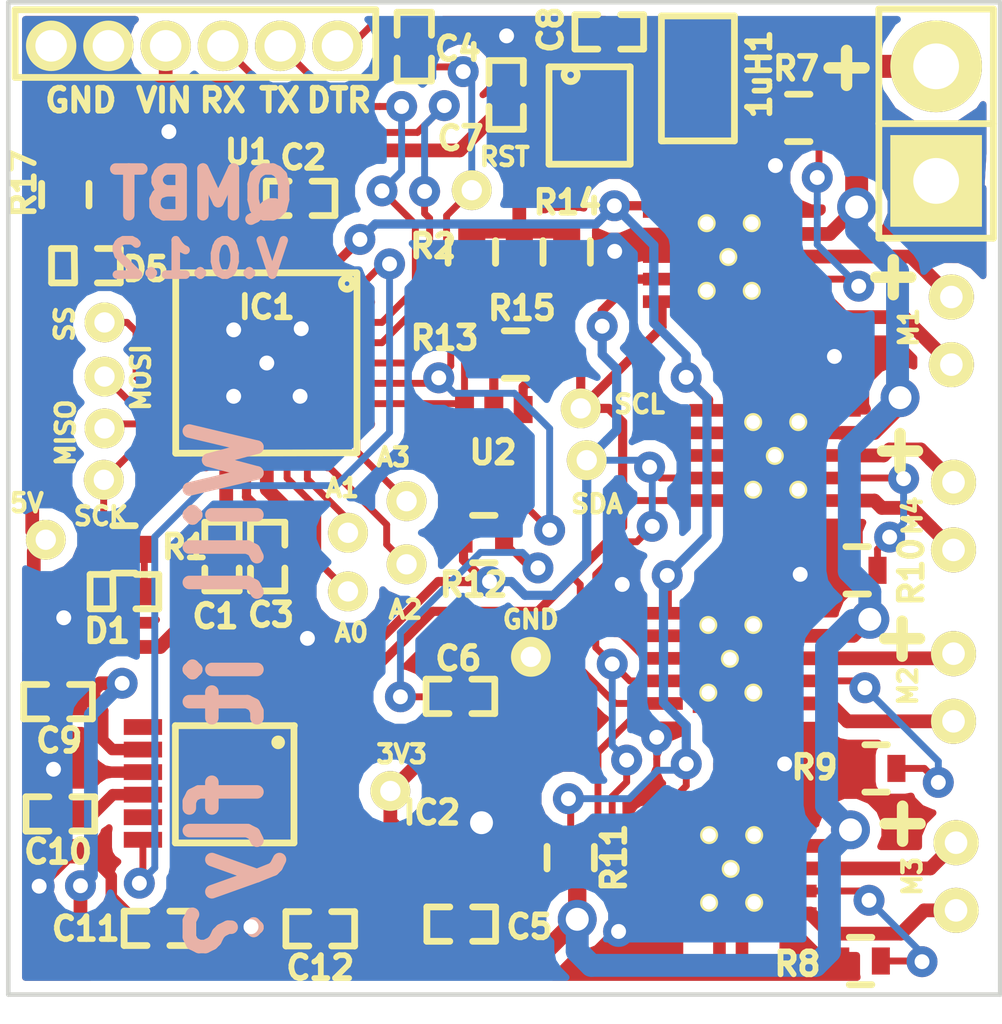
<source format=kicad_pcb>
(kicad_pcb (version 4) (host pcbnew "(2014-12-04 BZR 5312)-product")

  (general
    (links 171)
    (no_connects 17)
    (area 41.956681 33.06294 69.749335 58.85886)
    (thickness 1.6)
    (drawings 17)
    (tracks 601)
    (zones 0)
    (modules 57)
    (nets 68)
  )

  (page A4)
  (layers
    (0 F.Cu signal)
    (31 B.Cu signal)
    (32 B.Adhes user hide)
    (33 F.Adhes user hide)
    (34 B.Paste user)
    (35 F.Paste user hide)
    (36 B.SilkS user)
    (37 F.SilkS user)
    (38 B.Mask user)
    (39 F.Mask user)
    (40 Dwgs.User user hide)
    (41 Cmts.User user hide)
    (42 Eco1.User user hide)
    (43 Eco2.User user hide)
    (44 Edge.Cuts user)
    (45 Margin user hide)
    (46 B.CrtYd user hide)
    (47 F.CrtYd user hide)
    (48 B.Fab user hide)
    (49 F.Fab user hide)
  )

  (setup
    (last_trace_width 0.1524)
    (user_trace_width 0.1524)
    (user_trace_width 0.2032)
    (user_trace_width 0.254)
    (user_trace_width 0.3048)
    (user_trace_width 0.4064)
    (user_trace_width 0.508)
    (user_trace_width 0.6096)
    (trace_clearance 0.1524)
    (zone_clearance 0.254)
    (zone_45_only no)
    (trace_min 0.1524)
    (segment_width 0.2)
    (edge_width 0.1)
    (via_size 0.6858)
    (via_drill 0.3302)
    (via_min_size 0.6604)
    (via_min_drill 0.1778)
    (user_via 0.6858 0.3302)
    (user_via 0.8636 0.508)
    (uvia_size 0.508)
    (uvia_drill 0.127)
    (uvias_allowed no)
    (uvia_min_size 0.508)
    (uvia_min_drill 0.127)
    (pcb_text_width 0.3)
    (pcb_text_size 1.5 1.5)
    (mod_edge_width 0.15)
    (mod_text_size 1 1)
    (mod_text_width 0.15)
    (pad_size 2.25 2.25)
    (pad_drill 0)
    (pad_to_mask_clearance 0)
    (aux_axis_origin 0 0)
    (grid_origin 47.65548 55.63108)
    (visible_elements 7FFFFF7F)
    (pcbplotparams
      (layerselection 0x010f0_80000001)
      (usegerberextensions true)
      (excludeedgelayer true)
      (linewidth 0.100000)
      (plotframeref false)
      (viasonmask true)
      (mode 1)
      (useauxorigin false)
      (hpglpennumber 1)
      (hpglpenspeed 20)
      (hpglpendiameter 15)
      (hpglpenoverlay 2)
      (psnegative false)
      (psa4output false)
      (plotreference true)
      (plotvalue true)
      (plotinvisibletext false)
      (padsonsilk false)
      (subtractmaskfromsilk false)
      (outputformat 1)
      (mirror false)
      (drillshape 0)
      (scaleselection 1)
      (outputdirectory C:/KiCad/Projects/QMBT_reborn_noFTDI/gerber/))
  )

  (net 0 "")
  (net 1 +5V)
  (net 2 GND)
  (net 3 "Net-(C3-Pad1)")
  (net 4 DTR)
  (net 5 RESET)
  (net 6 VIN)
  (net 7 +3.3V)
  (net 8 "Net-(C10-Pad1)")
  (net 9 "Net-(C12-Pad1)")
  (net 10 "Net-(D1-Pad1)")
  (net 11 D3)
  (net 12 D4)
  (net 13 "Net-(IC1-Pad5)")
  (net 14 "Net-(IC1-Pad6)")
  (net 15 D5)
  (net 16 D6)
  (net 17 D7)
  (net 18 D8)
  (net 19 D9)
  (net 20 D10)
  (net 21 MOSI)
  (net 22 MISO)
  (net 23 SCK)
  (net 24 A0)
  (net 25 A1)
  (net 26 A2)
  (net 27 A3)
  (net 28 H_SDA)
  (net 29 H_SCL)
  (net 30 RXI)
  (net 31 TXD)
  (net 32 SDA)
  (net 33 SCL)
  (net 34 "Net-(R7-Pad2)")
  (net 35 "Net-(R8-Pad2)")
  (net 36 "Net-(R9-Pad2)")
  (net 37 "Net-(R10-Pad2)")
  (net 38 "Net-(IC2-Pad4)")
  (net 39 "Net-(1uH1-Pad1)")
  (net 40 "Net-(IC4-Pad19)")
  (net 41 "Net-(IC4-Pad21)")
  (net 42 "Net-(IC4-Pad22)")
  (net 43 "Net-(IC4-Pad2)")
  (net 44 "Net-(IC4-Pad3)")
  (net 45 "Net-(IC4-Pad4)")
  (net 46 "Net-(IC4-Pad5)")
  (net 47 "Net-(IC4-Pad6)")
  (net 48 "Net-(IC4-Pad7)")
  (net 49 "Net-(IC4-Pad17)")
  (net 50 "Net-(IC4-Pad16)")
  (net 51 "Net-(IC4-Pad15)")
  (net 52 "Net-(IC4-Pad14)")
  (net 53 FSYNC)
  (net 54 /MotorIC/out1-m3)
  (net 55 /MotorIC/out2-m3)
  (net 56 /MotorIC/out1-m1)
  (net 57 /MotorIC/out2-m1)
  (net 58 /MotorIC/out1-m4)
  (net 59 /MotorIC/out2-m4)
  (net 60 /MotorIC/out1-m2)
  (net 61 /MotorIC/out2-m2)
  (net 62 "Net-(U4-Pad8)")
  (net 63 "Net-(U5-Pad7)")
  (net 64 "Net-(U6-Pad7)")
  (net 65 "Net-(U6-Pad8)")
  (net 66 "Net-(D5-Pad2)")
  (net 67 INT)

  (net_class Default "This is the default net class."
    (clearance 0.1524)
    (trace_width 0.1524)
    (via_dia 0.6858)
    (via_drill 0.3302)
    (uvia_dia 0.508)
    (uvia_drill 0.127)
    (add_net +3.3V)
    (add_net +5V)
    (add_net /MotorIC/out1-m1)
    (add_net /MotorIC/out1-m2)
    (add_net /MotorIC/out1-m3)
    (add_net /MotorIC/out1-m4)
    (add_net /MotorIC/out2-m1)
    (add_net /MotorIC/out2-m2)
    (add_net /MotorIC/out2-m3)
    (add_net /MotorIC/out2-m4)
    (add_net A0)
    (add_net A1)
    (add_net A2)
    (add_net A3)
    (add_net D10)
    (add_net D3)
    (add_net D4)
    (add_net D5)
    (add_net D6)
    (add_net D7)
    (add_net D8)
    (add_net D9)
    (add_net DTR)
    (add_net FSYNC)
    (add_net GND)
    (add_net H_SCL)
    (add_net H_SDA)
    (add_net INT)
    (add_net MISO)
    (add_net MOSI)
    (add_net "Net-(1uH1-Pad1)")
    (add_net "Net-(C10-Pad1)")
    (add_net "Net-(C12-Pad1)")
    (add_net "Net-(C3-Pad1)")
    (add_net "Net-(D1-Pad1)")
    (add_net "Net-(D5-Pad2)")
    (add_net "Net-(IC1-Pad5)")
    (add_net "Net-(IC1-Pad6)")
    (add_net "Net-(IC2-Pad4)")
    (add_net "Net-(IC4-Pad14)")
    (add_net "Net-(IC4-Pad15)")
    (add_net "Net-(IC4-Pad16)")
    (add_net "Net-(IC4-Pad17)")
    (add_net "Net-(IC4-Pad19)")
    (add_net "Net-(IC4-Pad2)")
    (add_net "Net-(IC4-Pad21)")
    (add_net "Net-(IC4-Pad22)")
    (add_net "Net-(IC4-Pad3)")
    (add_net "Net-(IC4-Pad4)")
    (add_net "Net-(IC4-Pad5)")
    (add_net "Net-(IC4-Pad6)")
    (add_net "Net-(IC4-Pad7)")
    (add_net "Net-(R10-Pad2)")
    (add_net "Net-(R7-Pad2)")
    (add_net "Net-(R8-Pad2)")
    (add_net "Net-(R9-Pad2)")
    (add_net "Net-(U4-Pad8)")
    (add_net "Net-(U5-Pad7)")
    (add_net "Net-(U6-Pad7)")
    (add_net "Net-(U6-Pad8)")
    (add_net RESET)
    (add_net RXI)
    (add_net SCK)
    (add_net SCL)
    (add_net SDA)
    (add_net TXD)
    (add_net VIN)
  )

  (net_class fat ""
    (clearance 0.2032)
    (trace_width 0.3048)
    (via_dia 0.6858)
    (via_drill 0.3302)
    (uvia_dia 0.508)
    (uvia_drill 0.127)
  )

  (module footprints:DRV8830 (layer F.Cu) (tedit 54A9D888) (tstamp 54A8AE08)
    (at 64.48806 55.0291 90)
    (path /54A798B9/54A83FE1)
    (solder_mask_margin 0.06)
    (clearance 0.06)
    (fp_text reference U4 (at 1.23 1.79 90) (layer F.SilkS) hide
      (effects (font (size 1 1) (thickness 0.15)))
    )
    (fp_text value DRV8830 (at -0.29 -4.57 90) (layer F.SilkS) hide
      (effects (font (size 1 1) (thickness 0.15)))
    )
    (pad 11 smd rect (at -0.58 -1.23 90) (size 0.8 0.28) (layers F.Cu F.Paste F.Mask)
      (net 2 GND))
    (pad 11 smd rect (at -0.58 -1.73 90) (size 0.8 0.28) (layers F.Cu F.Paste F.Mask)
      (net 2 GND))
    (pad 1 smd rect (at 0 0 90) (size 0.28 0.85) (layers F.Cu F.Paste F.Mask)
      (net 55 /MotorIC/out2-m3))
    (pad 2 smd rect (at 0.5 0 90) (size 0.28 0.85) (layers F.Cu F.Paste F.Mask)
      (net 35 "Net-(R8-Pad2)"))
    (pad 3 smd rect (at 1 0 90) (size 0.28 0.85) (layers F.Cu F.Paste F.Mask)
      (net 54 /MotorIC/out1-m3))
    (pad 4 smd rect (at 1.5 0 90) (size 0.28 0.85) (layers F.Cu F.Paste F.Mask)
      (net 6 VIN))
    (pad 5 smd rect (at 2 0 90) (size 0.28 0.85) (layers F.Cu F.Paste F.Mask)
      (net 2 GND))
    (pad 6 smd rect (at 2 -2.95 90) (size 0.28 0.85) (layers F.Cu F.Paste F.Mask)
      (net 11 D3))
    (pad 7 smd rect (at 1.5 -2.95 90) (size 0.28 0.85) (layers F.Cu F.Paste F.Mask)
      (net 2 GND))
    (pad 8 smd rect (at 1 -2.95 90) (size 0.28 0.85) (layers F.Cu F.Paste F.Mask)
      (net 62 "Net-(U4-Pad8)"))
    (pad 9 smd rect (at 0.5 -2.95 90) (size 0.28 0.85) (layers F.Cu F.Paste F.Mask)
      (net 32 SDA))
    (pad 10 smd rect (at 0 -2.95 90) (size 0.28 0.85) (layers F.Cu F.Paste F.Mask)
      (net 33 SCL))
    (pad 11 smd rect (at 0.99 -1.48 90) (size 2.4 1.65) (layers F.Cu F.Paste F.Mask)
      (net 2 GND))
    (pad 11 smd rect (at 2.55 -1.73 90) (size 0.8 0.28) (layers F.Cu F.Paste F.Mask)
      (net 2 GND))
    (pad 11 smd rect (at 2.55 -1.23 90) (size 0.8 0.28) (layers F.Cu F.Paste F.Mask)
      (net 2 GND))
    (pad 11 thru_hole circle (at 0.24 -1.96 90) (size 0.4 0.4) (drill 0.3) (layers *.Cu *.Mask F.SilkS)
      (net 2 GND))
    (pad 11 thru_hole circle (at 1.74 -1.96 90) (size 0.4 0.4) (drill 0.3) (layers *.Cu *.Mask F.SilkS)
      (net 2 GND))
    (pad 11 thru_hole circle (at 0.24 -0.96 90) (size 0.4 0.4) (drill 0.3) (layers *.Cu *.Mask F.SilkS)
      (net 2 GND))
    (pad 11 thru_hole circle (at 1.74 -0.96 90) (size 0.4 0.4) (drill 0.3) (layers *.Cu *.Mask F.SilkS)
      (net 2 GND))
    (pad 11 thru_hole circle (at 0.99 -1.48 90) (size 0.4 0.4) (drill 0.3) (layers *.Cu *.Mask F.SilkS)
      (net 2 GND))
  )

  (module footprints:ceramic_resonator_smd (layer F.Cu) (tedit 54ADA92B) (tstamp 54A90639)
    (at 51.5259 39.0652 180)
    (path /54A7401F)
    (solder_mask_margin 0.1)
    (clearance 0.1)
    (fp_text reference U1 (at -0.7854 0.91948 180) (layer F.SilkS)
      (effects (font (size 0.508 0.508) (thickness 0.127)))
    )
    (fp_text value ceramic_resonator (at -0.55 -1.05 180) (layer F.SilkS) hide
      (effects (font (size 0.5 0.5) (thickness 0.125)))
    )
    (pad 1 smd rect (at 0 0 180) (size 0.7 1.2) (layers F.Cu F.Paste F.Mask)
      (net 13 "Net-(IC1-Pad5)") (solder_mask_margin 0.1) (clearance 0.2032))
    (pad 3 smd rect (at 0.95 0 180) (size 0.55 1.2) (layers F.Cu F.Paste F.Mask)
      (net 2 GND) (solder_mask_margin 0.1016) (clearance 0.2032))
    (pad 2 smd rect (at 1.9 0.01 180) (size 0.7 1.2) (layers F.Cu F.Paste F.Mask)
      (net 14 "Net-(IC1-Pad6)") (solder_mask_margin 0.1016) (clearance 0.2032))
  )

  (module SMD_Packages:SMD-0402_c (layer F.Cu) (tedit 54AD907F) (tstamp 54ADAC07)
    (at 51.72402 47.11446 270)
    (path /54A73038)
    (attr smd)
    (fp_text reference C1 (at 1.32588 0.14478 360) (layer F.SilkS)
      (effects (font (size 0.508 0.508) (thickness 0.127)))
    )
    (fp_text value 0.1uF (at 0 0.85 270) (layer F.SilkS) hide
      (effects (font (size 0.254 0.254) (thickness 0.0635)))
    )
    (fp_line (start -0.254 -0.381) (end -0.762 -0.381) (layer F.SilkS) (width 0.15))
    (fp_line (start -0.762 -0.381) (end -0.762 0.381) (layer F.SilkS) (width 0.15))
    (fp_line (start -0.762 0.381) (end -0.254 0.381) (layer F.SilkS) (width 0.15))
    (fp_line (start 0.254 -0.381) (end 0.762 -0.381) (layer F.SilkS) (width 0.15))
    (fp_line (start 0.762 -0.381) (end 0.762 0.381) (layer F.SilkS) (width 0.15))
    (fp_line (start 0.762 0.381) (end 0.254 0.381) (layer F.SilkS) (width 0.15))
    (pad 1 smd rect (at -0.44958 0 270) (size 0.39878 0.59944) (layers F.Cu F.Paste F.Mask)
      (net 1 +5V))
    (pad 2 smd rect (at 0.44958 0 270) (size 0.39878 0.59944) (layers F.Cu F.Paste F.Mask)
      (net 2 GND))
    (model SMD_Packages/SMD-0402_c.wrl
      (at (xyz 0 0 0))
      (scale (xyz 0.27 0.27 0.27))
      (rotate (xyz 0 0 0))
    )
  )

  (module SMD_Packages:SMD-0402_c (layer F.Cu) (tedit 54ADB06E) (tstamp 54A903C9)
    (at 53.4679 39.1732 180)
    (path /54A7306D)
    (attr smd)
    (fp_text reference C2 (at -0.06006 0.90556 180) (layer F.SilkS)
      (effects (font (size 0.508 0.508) (thickness 0.127)))
    )
    (fp_text value 0.1uF (at 0 1 180) (layer F.SilkS) hide
      (effects (font (size 0.254 0.254) (thickness 0.0635)))
    )
    (fp_line (start -0.254 -0.381) (end -0.762 -0.381) (layer F.SilkS) (width 0.15))
    (fp_line (start -0.762 -0.381) (end -0.762 0.381) (layer F.SilkS) (width 0.15))
    (fp_line (start -0.762 0.381) (end -0.254 0.381) (layer F.SilkS) (width 0.15))
    (fp_line (start 0.254 -0.381) (end 0.762 -0.381) (layer F.SilkS) (width 0.15))
    (fp_line (start 0.762 -0.381) (end 0.762 0.381) (layer F.SilkS) (width 0.15))
    (fp_line (start 0.762 0.381) (end 0.254 0.381) (layer F.SilkS) (width 0.15))
    (pad 1 smd rect (at -0.44958 0 180) (size 0.39878 0.59944) (layers F.Cu F.Paste F.Mask)
      (net 1 +5V))
    (pad 2 smd rect (at 0.44958 0 180) (size 0.39878 0.59944) (layers F.Cu F.Paste F.Mask)
      (net 2 GND))
    (model SMD_Packages/SMD-0402_c.wrl
      (at (xyz 0 0 0))
      (scale (xyz 0.27 0.27 0.27))
      (rotate (xyz 0 0 0))
    )
  )

  (module SMD_Packages:SMD-0402_c (layer F.Cu) (tedit 54AD9075) (tstamp 54ADABE0)
    (at 52.73748 47.11446 270)
    (path /54A73224)
    (attr smd)
    (fp_text reference C3 (at 1.29286 -0.07366 360) (layer F.SilkS)
      (effects (font (size 0.508 0.508) (thickness 0.127)))
    )
    (fp_text value 0.1uF (at 0.09906 0 270) (layer F.SilkS) hide
      (effects (font (size 1 1) (thickness 0.15)))
    )
    (fp_line (start -0.254 -0.381) (end -0.762 -0.381) (layer F.SilkS) (width 0.15))
    (fp_line (start -0.762 -0.381) (end -0.762 0.381) (layer F.SilkS) (width 0.15))
    (fp_line (start -0.762 0.381) (end -0.254 0.381) (layer F.SilkS) (width 0.15))
    (fp_line (start 0.254 -0.381) (end 0.762 -0.381) (layer F.SilkS) (width 0.15))
    (fp_line (start 0.762 -0.381) (end 0.762 0.381) (layer F.SilkS) (width 0.15))
    (fp_line (start 0.762 0.381) (end 0.254 0.381) (layer F.SilkS) (width 0.15))
    (pad 1 smd rect (at -0.44958 0 270) (size 0.39878 0.59944) (layers F.Cu F.Paste F.Mask)
      (net 3 "Net-(C3-Pad1)"))
    (pad 2 smd rect (at 0.44958 0 270) (size 0.39878 0.59944) (layers F.Cu F.Paste F.Mask)
      (net 2 GND))
    (model SMD_Packages/SMD-0402_c.wrl
      (at (xyz 0 0 0))
      (scale (xyz 0.27 0.27 0.27))
      (rotate (xyz 0 0 0))
    )
  )

  (module SMD_Packages:SMD-0402_c (layer F.Cu) (tedit 54AEC99C) (tstamp 54A8FEC7)
    (at 55.98922 35.80892 270)
    (path /54A7345E)
    (attr smd)
    (fp_text reference C4 (at 0.04826 -0.96774 360) (layer F.SilkS)
      (effects (font (size 0.508 0.508) (thickness 0.127)))
    )
    (fp_text value 0.1uF (at 0.09906 0 270) (layer F.SilkS) hide
      (effects (font (size 1 1) (thickness 0.15)))
    )
    (fp_line (start -0.254 -0.381) (end -0.762 -0.381) (layer F.SilkS) (width 0.15))
    (fp_line (start -0.762 -0.381) (end -0.762 0.381) (layer F.SilkS) (width 0.15))
    (fp_line (start -0.762 0.381) (end -0.254 0.381) (layer F.SilkS) (width 0.15))
    (fp_line (start 0.254 -0.381) (end 0.762 -0.381) (layer F.SilkS) (width 0.15))
    (fp_line (start 0.762 -0.381) (end 0.762 0.381) (layer F.SilkS) (width 0.15))
    (fp_line (start 0.762 0.381) (end 0.254 0.381) (layer F.SilkS) (width 0.15))
    (pad 1 smd rect (at -0.44958 0 270) (size 0.39878 0.59944) (layers F.Cu F.Paste F.Mask)
      (net 4 DTR))
    (pad 2 smd rect (at 0.44958 0 270) (size 0.39878 0.59944) (layers F.Cu F.Paste F.Mask)
      (net 5 RESET) (clearance 0.2032))
    (model SMD_Packages/SMD-0402_c.wrl
      (at (xyz 0 0 0))
      (scale (xyz 0.27 0.27 0.27))
      (rotate (xyz 0 0 0))
    )
  )

  (module SMD_Packages:SMD-0402_c (layer F.Cu) (tedit 54AF77D4) (tstamp 54A7B196)
    (at 57.03062 55.26278)
    (path /54A78439/54A79FF3)
    (attr smd)
    (fp_text reference C5 (at 1.51384 0.0635) (layer F.SilkS)
      (effects (font (size 0.508 0.508) (thickness 0.127)))
    )
    (fp_text value 1uF (at 0.082917 0.751) (layer F.SilkS) hide
      (effects (font (size 0.254 0.254) (thickness 0.0635)))
    )
    (fp_line (start -0.254 -0.381) (end -0.762 -0.381) (layer F.SilkS) (width 0.15))
    (fp_line (start -0.762 -0.381) (end -0.762 0.381) (layer F.SilkS) (width 0.15))
    (fp_line (start -0.762 0.381) (end -0.254 0.381) (layer F.SilkS) (width 0.15))
    (fp_line (start 0.254 -0.381) (end 0.762 -0.381) (layer F.SilkS) (width 0.15))
    (fp_line (start 0.762 -0.381) (end 0.762 0.381) (layer F.SilkS) (width 0.15))
    (fp_line (start 0.762 0.381) (end 0.254 0.381) (layer F.SilkS) (width 0.15))
    (pad 1 smd rect (at -0.44958 0) (size 0.39878 0.59944) (layers F.Cu F.Paste F.Mask)
      (net 6 VIN))
    (pad 2 smd rect (at 0.44958 0) (size 0.39878 0.59944) (layers F.Cu F.Paste F.Mask)
      (net 2 GND))
    (model SMD_Packages/SMD-0402_c.wrl
      (at (xyz 0 0 0))
      (scale (xyz 0.27 0.27 0.27))
      (rotate (xyz 0 0 0))
    )
  )

  (module SMD_Packages:SMD-0402_c (layer F.Cu) (tedit 54AF787C) (tstamp 54A7B19C)
    (at 57.01284 50.21326)
    (path /54A78439/54A7A125)
    (attr smd)
    (fp_text reference C6 (at -0.04572 -0.8382) (layer F.SilkS)
      (effects (font (size 0.508 0.508) (thickness 0.127)))
    )
    (fp_text value 2.2uF (at 0.318632 0.901) (layer F.SilkS) hide
      (effects (font (size 0.254 0.254) (thickness 0.0635)))
    )
    (fp_line (start -0.254 -0.381) (end -0.762 -0.381) (layer F.SilkS) (width 0.15))
    (fp_line (start -0.762 -0.381) (end -0.762 0.381) (layer F.SilkS) (width 0.15))
    (fp_line (start -0.762 0.381) (end -0.254 0.381) (layer F.SilkS) (width 0.15))
    (fp_line (start 0.254 -0.381) (end 0.762 -0.381) (layer F.SilkS) (width 0.15))
    (fp_line (start 0.762 -0.381) (end 0.762 0.381) (layer F.SilkS) (width 0.15))
    (fp_line (start 0.762 0.381) (end 0.254 0.381) (layer F.SilkS) (width 0.15))
    (pad 1 smd rect (at -0.44958 0) (size 0.39878 0.59944) (layers F.Cu F.Paste F.Mask)
      (net 7 +3.3V))
    (pad 2 smd rect (at 0.44958 0) (size 0.39878 0.59944) (layers F.Cu F.Paste F.Mask)
      (net 2 GND))
    (model SMD_Packages/SMD-0402_c.wrl
      (at (xyz 0 0 0))
      (scale (xyz 0.27 0.27 0.27))
      (rotate (xyz 0 0 0))
    )
  )

  (module SMD_Packages:SMD-0402_c (layer F.Cu) (tedit 54B07E80) (tstamp 54A8E112)
    (at 58.02795 36.87935 90)
    (path /54A7848C/54A7AD72)
    (attr smd)
    (fp_text reference C7 (at -0.96157 -1.01511 180) (layer F.SilkS)
      (effects (font (size 0.508 0.508) (thickness 0.127)))
    )
    (fp_text value 4.7uF (at -0.008632 -0.281 90) (layer F.SilkS) hide
      (effects (font (size 0.254 0.254) (thickness 0.0635)))
    )
    (fp_line (start -0.254 -0.381) (end -0.762 -0.381) (layer F.SilkS) (width 0.15))
    (fp_line (start -0.762 -0.381) (end -0.762 0.381) (layer F.SilkS) (width 0.15))
    (fp_line (start -0.762 0.381) (end -0.254 0.381) (layer F.SilkS) (width 0.15))
    (fp_line (start 0.254 -0.381) (end 0.762 -0.381) (layer F.SilkS) (width 0.15))
    (fp_line (start 0.762 -0.381) (end 0.762 0.381) (layer F.SilkS) (width 0.15))
    (fp_line (start 0.762 0.381) (end 0.254 0.381) (layer F.SilkS) (width 0.15))
    (pad 1 smd rect (at -0.44958 0 90) (size 0.39878 0.59944) (layers F.Cu F.Paste F.Mask)
      (net 1 +5V))
    (pad 2 smd rect (at 0.44958 0 90) (size 0.39878 0.59944) (layers F.Cu F.Paste F.Mask)
      (net 2 GND))
    (model SMD_Packages/SMD-0402_c.wrl
      (at (xyz 0 0 0))
      (scale (xyz 0.27 0.27 0.27))
      (rotate (xyz 0 0 0))
    )
  )

  (module SMD_Packages:SMD-0402_c (layer F.Cu) (tedit 54A8D6DD) (tstamp 54A7B1A8)
    (at 60.31395 35.48235 180)
    (path /54A7848C/54A7ACAB)
    (attr smd)
    (fp_text reference C8 (at 1.3 0.05 270) (layer F.SilkS)
      (effects (font (size 0.508 0.508) (thickness 0.127)))
    )
    (fp_text value 2.2uF (at 0.05 0.05 180) (layer F.SilkS) hide
      (effects (font (size 0.254 0.254) (thickness 0.0635)))
    )
    (fp_line (start -0.254 -0.381) (end -0.762 -0.381) (layer F.SilkS) (width 0.15))
    (fp_line (start -0.762 -0.381) (end -0.762 0.381) (layer F.SilkS) (width 0.15))
    (fp_line (start -0.762 0.381) (end -0.254 0.381) (layer F.SilkS) (width 0.15))
    (fp_line (start 0.254 -0.381) (end 0.762 -0.381) (layer F.SilkS) (width 0.15))
    (fp_line (start 0.762 -0.381) (end 0.762 0.381) (layer F.SilkS) (width 0.15))
    (fp_line (start 0.762 0.381) (end 0.254 0.381) (layer F.SilkS) (width 0.15))
    (pad 1 smd rect (at -0.44958 0 180) (size 0.39878 0.59944) (layers F.Cu F.Paste F.Mask)
      (net 6 VIN))
    (pad 2 smd rect (at 0.44958 0 180) (size 0.39878 0.59944) (layers F.Cu F.Paste F.Mask)
      (net 2 GND))
    (model SMD_Packages/SMD-0402_c.wrl
      (at (xyz 0 0 0))
      (scale (xyz 0.27 0.27 0.27))
      (rotate (xyz 0 0 0))
    )
  )

  (module SMD_Packages:SMD-0402_c (layer F.Cu) (tedit 54A9E704) (tstamp 54B0837C)
    (at 48.08845 50.33095 180)
    (path /54A78589/54A7BC5A)
    (attr smd)
    (fp_text reference C9 (at -0.0254 -0.8636 180) (layer F.SilkS)
      (effects (font (size 0.508 0.508) (thickness 0.127)))
    )
    (fp_text value 10nF (at 0.09906 0 180) (layer F.SilkS) hide
      (effects (font (size 1 1) (thickness 0.15)))
    )
    (fp_line (start -0.254 -0.381) (end -0.762 -0.381) (layer F.SilkS) (width 0.15))
    (fp_line (start -0.762 -0.381) (end -0.762 0.381) (layer F.SilkS) (width 0.15))
    (fp_line (start -0.762 0.381) (end -0.254 0.381) (layer F.SilkS) (width 0.15))
    (fp_line (start 0.254 -0.381) (end 0.762 -0.381) (layer F.SilkS) (width 0.15))
    (fp_line (start 0.762 -0.381) (end 0.762 0.381) (layer F.SilkS) (width 0.15))
    (fp_line (start 0.762 0.381) (end 0.254 0.381) (layer F.SilkS) (width 0.15))
    (pad 1 smd rect (at -0.44958 0 180) (size 0.39878 0.59944) (layers F.Cu F.Paste F.Mask)
      (net 7 +3.3V))
    (pad 2 smd rect (at 0.44958 0 180) (size 0.39878 0.59944) (layers F.Cu F.Paste F.Mask)
      (net 2 GND))
    (model SMD_Packages/SMD-0402_c.wrl
      (at (xyz 0 0 0))
      (scale (xyz 0.27 0.27 0.27))
      (rotate (xyz 0 0 0))
    )
  )

  (module SMD_Packages:SMD-0402_c (layer F.Cu) (tedit 54A9E6B9) (tstamp 54A7B1B4)
    (at 48.13925 52.82015 180)
    (path /54A78589/54A7C020)
    (attr smd)
    (fp_text reference C10 (at 0.0508 -0.8382 360) (layer F.SilkS)
      (effects (font (size 0.508 0.508) (thickness 0.127)))
    )
    (fp_text value 0.1uF (at 0.09906 0 180) (layer F.SilkS) hide
      (effects (font (size 1 1) (thickness 0.15)))
    )
    (fp_line (start -0.254 -0.381) (end -0.762 -0.381) (layer F.SilkS) (width 0.15))
    (fp_line (start -0.762 -0.381) (end -0.762 0.381) (layer F.SilkS) (width 0.15))
    (fp_line (start -0.762 0.381) (end -0.254 0.381) (layer F.SilkS) (width 0.15))
    (fp_line (start 0.254 -0.381) (end 0.762 -0.381) (layer F.SilkS) (width 0.15))
    (fp_line (start 0.762 -0.381) (end 0.762 0.381) (layer F.SilkS) (width 0.15))
    (fp_line (start 0.762 0.381) (end 0.254 0.381) (layer F.SilkS) (width 0.15))
    (pad 1 smd rect (at -0.44958 0 180) (size 0.39878 0.59944) (layers F.Cu F.Paste F.Mask)
      (net 8 "Net-(C10-Pad1)"))
    (pad 2 smd rect (at 0.44958 0 180) (size 0.39878 0.59944) (layers F.Cu F.Paste F.Mask)
      (net 2 GND))
    (model SMD_Packages/SMD-0402_c.wrl
      (at (xyz 0 0 0))
      (scale (xyz 0.27 0.27 0.27))
      (rotate (xyz 0 0 0))
    )
  )

  (module SMD_Packages:SMD-0402_c (layer F.Cu) (tedit 54AED100) (tstamp 54A7B1BA)
    (at 50.31486 55.35676 180)
    (path /54A78589/54A7C31F)
    (attr smd)
    (fp_text reference C11 (at 1.61153 -0.00931 180) (layer F.SilkS)
      (effects (font (size 0.508 0.508) (thickness 0.127)))
    )
    (fp_text value 0.1uF (at 0.09906 0 180) (layer F.SilkS) hide
      (effects (font (size 1 1) (thickness 0.15)))
    )
    (fp_line (start -0.254 -0.381) (end -0.762 -0.381) (layer F.SilkS) (width 0.15))
    (fp_line (start -0.762 -0.381) (end -0.762 0.381) (layer F.SilkS) (width 0.15))
    (fp_line (start -0.762 0.381) (end -0.254 0.381) (layer F.SilkS) (width 0.15))
    (fp_line (start 0.254 -0.381) (end 0.762 -0.381) (layer F.SilkS) (width 0.15))
    (fp_line (start 0.762 -0.381) (end 0.762 0.381) (layer F.SilkS) (width 0.15))
    (fp_line (start 0.762 0.381) (end 0.254 0.381) (layer F.SilkS) (width 0.15))
    (pad 1 smd rect (at -0.44958 0 180) (size 0.39878 0.59944) (layers F.Cu F.Paste F.Mask)
      (net 7 +3.3V))
    (pad 2 smd rect (at 0.44958 0 180) (size 0.39878 0.59944) (layers F.Cu F.Paste F.Mask)
      (net 2 GND) (clearance 0.1778))
    (model SMD_Packages/SMD-0402_c.wrl
      (at (xyz 0 0 0))
      (scale (xyz 0.27 0.27 0.27))
      (rotate (xyz 0 0 0))
    )
  )

  (module SMD_Packages:SMD-0402_c (layer F.Cu) (tedit 54A9B4EC) (tstamp 54A7B1C0)
    (at 53.90388 55.36692 180)
    (path /54A78589/54A7C160)
    (attr smd)
    (fp_text reference C12 (at 0 -0.8636 180) (layer F.SilkS)
      (effects (font (size 0.508 0.508) (thickness 0.127)))
    )
    (fp_text value 2.2nF (at 0.09906 0 180) (layer F.SilkS) hide
      (effects (font (size 1 1) (thickness 0.15)))
    )
    (fp_line (start -0.254 -0.381) (end -0.762 -0.381) (layer F.SilkS) (width 0.15))
    (fp_line (start -0.762 -0.381) (end -0.762 0.381) (layer F.SilkS) (width 0.15))
    (fp_line (start -0.762 0.381) (end -0.254 0.381) (layer F.SilkS) (width 0.15))
    (fp_line (start 0.254 -0.381) (end 0.762 -0.381) (layer F.SilkS) (width 0.15))
    (fp_line (start 0.762 -0.381) (end 0.762 0.381) (layer F.SilkS) (width 0.15))
    (fp_line (start 0.762 0.381) (end 0.254 0.381) (layer F.SilkS) (width 0.15))
    (pad 1 smd rect (at -0.44958 0 180) (size 0.39878 0.59944) (layers F.Cu F.Paste F.Mask)
      (net 9 "Net-(C12-Pad1)"))
    (pad 2 smd rect (at 0.44958 0 180) (size 0.39878 0.59944) (layers F.Cu F.Paste F.Mask)
      (net 2 GND))
    (model SMD_Packages/SMD-0402_c.wrl
      (at (xyz 0 0 0))
      (scale (xyz 0.27 0.27 0.27))
      (rotate (xyz 0 0 0))
    )
  )

  (module footprints:SMD-0402_LED (layer F.Cu) (tedit 54AD948E) (tstamp 54A903AF)
    (at 49.56048 47.8917 180)
    (path /54A74C59)
    (attr smd)
    (fp_text reference D1 (at 0.38188 -0.87248 180) (layer F.SilkS)
      (effects (font (size 0.508 0.508) (thickness 0.127)))
    )
    (fp_text value LED (at 0.15 1.65 180) (layer F.SilkS) hide
      (effects (font (size 1 1) (thickness 0.15)))
    )
    (fp_line (start 0.25 -0.38) (end 0.26 0.38) (layer F.SilkS) (width 0.15))
    (fp_line (start -0.254 -0.381) (end -0.762 -0.381) (layer F.SilkS) (width 0.15))
    (fp_line (start -0.762 -0.381) (end -0.762 0.381) (layer F.SilkS) (width 0.15))
    (fp_line (start -0.762 0.381) (end -0.254 0.381) (layer F.SilkS) (width 0.15))
    (fp_line (start 0.254 -0.381) (end 0.762 -0.381) (layer F.SilkS) (width 0.15))
    (fp_line (start 0.762 -0.381) (end 0.762 0.381) (layer F.SilkS) (width 0.15))
    (fp_line (start 0.762 0.381) (end 0.254 0.381) (layer F.SilkS) (width 0.15))
    (pad 1 smd rect (at -0.44958 0 180) (size 0.39878 0.59944) (layers F.Cu F.Paste F.Mask)
      (net 10 "Net-(D1-Pad1)"))
    (pad 2 smd rect (at 0.44958 0 180) (size 0.39878 0.59944) (layers F.Cu F.Paste F.Mask)
      (net 2 GND))
    (model SMD_Packages/SMD-0402.wrl
      (at (xyz 0 0 0.002))
      (scale (xyz 0.05 0.05 0.05))
      (rotate (xyz 0 0 0))
    )
  )

  (module Resistors_SMD:R_0402 (layer F.Cu) (tedit 54A8E19E) (tstamp 54ADABFA)
    (at 49.55032 46.95444 180)
    (descr "Resistor SMD 0402, reflow soldering, Vishay (see dcrcw.pdf)")
    (tags "resistor 0402")
    (path /54A74C10)
    (attr smd)
    (fp_text reference R1 (at -1.35 0.05 180) (layer F.SilkS)
      (effects (font (size 0.508 0.508) (thickness 0.127)))
    )
    (fp_text value 1K (at 0 1.8 180) (layer F.SilkS) hide
      (effects (font (size 1 1) (thickness 0.15)))
    )
    (fp_line (start -0.95 -0.65) (end 0.95 -0.65) (layer F.CrtYd) (width 0.05))
    (fp_line (start -0.95 0.65) (end 0.95 0.65) (layer F.CrtYd) (width 0.05))
    (fp_line (start -0.95 -0.65) (end -0.95 0.65) (layer F.CrtYd) (width 0.05))
    (fp_line (start 0.95 -0.65) (end 0.95 0.65) (layer F.CrtYd) (width 0.05))
    (fp_line (start 0.25 -0.525) (end -0.25 -0.525) (layer F.SilkS) (width 0.15))
    (fp_line (start -0.25 0.525) (end 0.25 0.525) (layer F.SilkS) (width 0.15))
    (pad 1 smd rect (at -0.45 0 180) (size 0.4 0.6) (layers F.Cu F.Paste F.Mask)
      (net 10 "Net-(D1-Pad1)"))
    (pad 2 smd rect (at 0.45 0 180) (size 0.4 0.6) (layers F.Cu F.Paste F.Mask)
      (net 23 SCK))
    (model Resistors_SMD/R_0402.wrl
      (at (xyz 0 0 0))
      (scale (xyz 1 1 1))
      (rotate (xyz 0 0 0))
    )
  )

  (module Resistors_SMD:R_0402 (layer F.Cu) (tedit 54AECB21) (tstamp 54A7B231)
    (at 57.2643 40.3606 270)
    (descr "Resistor SMD 0402, reflow soldering, Vishay (see dcrcw.pdf)")
    (tags "resistor 0402")
    (path /54A734A2)
    (clearance 0.2032)
    (attr smd)
    (fp_text reference R2 (at -0.127 0.85598 360) (layer F.SilkS)
      (effects (font (size 0.508 0.508) (thickness 0.127)))
    )
    (fp_text value 10K (at 0 1.8 270) (layer F.SilkS) hide
      (effects (font (size 1 1) (thickness 0.15)))
    )
    (fp_line (start -0.95 -0.65) (end 0.95 -0.65) (layer F.CrtYd) (width 0.05))
    (fp_line (start -0.95 0.65) (end 0.95 0.65) (layer F.CrtYd) (width 0.05))
    (fp_line (start -0.95 -0.65) (end -0.95 0.65) (layer F.CrtYd) (width 0.05))
    (fp_line (start 0.95 -0.65) (end 0.95 0.65) (layer F.CrtYd) (width 0.05))
    (fp_line (start 0.25 -0.525) (end -0.25 -0.525) (layer F.SilkS) (width 0.15))
    (fp_line (start -0.25 0.525) (end 0.25 0.525) (layer F.SilkS) (width 0.15))
    (pad 1 smd rect (at -0.45 0 270) (size 0.4 0.6) (layers F.Cu F.Paste F.Mask)
      (net 1 +5V))
    (pad 2 smd rect (at 0.45 0 270) (size 0.4 0.6) (layers F.Cu F.Paste F.Mask)
      (net 5 RESET) (clearance 0.2032))
    (model Resistors_SMD/R_0402.wrl
      (at (xyz 0 0 0))
      (scale (xyz 1 1 1))
      (rotate (xyz 0 0 0))
    )
  )

  (module Resistors_SMD:R_0402 (layer F.Cu) (tedit 54B0854E) (tstamp 54AF88E0)
    (at 64.516 37.3888)
    (descr "Resistor SMD 0402, reflow soldering, Vishay (see dcrcw.pdf)")
    (tags "resistor 0402")
    (path /54A798B9/54A83AF2)
    (attr smd)
    (fp_text reference R7 (at -0.05842 -1.09474) (layer F.SilkS)
      (effects (font (size 0.508 0.508) (thickness 0.127)))
    )
    (fp_text value 0.22ohm (at 0 1.8) (layer F.SilkS) hide
      (effects (font (size 1 1) (thickness 0.15)))
    )
    (fp_line (start -0.95 -0.65) (end 0.95 -0.65) (layer F.CrtYd) (width 0.05))
    (fp_line (start -0.95 0.65) (end 0.95 0.65) (layer F.CrtYd) (width 0.05))
    (fp_line (start -0.95 -0.65) (end -0.95 0.65) (layer F.CrtYd) (width 0.05))
    (fp_line (start 0.95 -0.65) (end 0.95 0.65) (layer F.CrtYd) (width 0.05))
    (fp_line (start 0.25 -0.525) (end -0.25 -0.525) (layer F.SilkS) (width 0.15))
    (fp_line (start -0.25 0.525) (end 0.25 0.525) (layer F.SilkS) (width 0.15))
    (pad 1 smd rect (at -0.45 0) (size 0.4 0.6) (layers F.Cu F.Paste F.Mask)
      (net 2 GND))
    (pad 2 smd rect (at 0.45 0) (size 0.4 0.6) (layers F.Cu F.Paste F.Mask)
      (net 34 "Net-(R7-Pad2)"))
    (model Resistors_SMD/R_0402.wrl
      (at (xyz 0 0 0))
      (scale (xyz 1 1 1))
      (rotate (xyz 0 0 0))
    )
  )

  (module Resistors_SMD:R_0402 (layer F.Cu) (tedit 54AEDBA3) (tstamp 54A7B255)
    (at 65.8876 56.08066)
    (descr "Resistor SMD 0402, reflow soldering, Vishay (see dcrcw.pdf)")
    (tags "resistor 0402")
    (path /54A798B9/54A84007)
    (attr smd)
    (fp_text reference R8 (at -1.39954 0.06604 180) (layer F.SilkS)
      (effects (font (size 0.508 0.508) (thickness 0.127)))
    )
    (fp_text value 0.22ohm (at 0 1.8) (layer F.SilkS) hide
      (effects (font (size 1 1) (thickness 0.15)))
    )
    (fp_line (start -0.95 -0.65) (end 0.95 -0.65) (layer F.CrtYd) (width 0.05))
    (fp_line (start -0.95 0.65) (end 0.95 0.65) (layer F.CrtYd) (width 0.05))
    (fp_line (start -0.95 -0.65) (end -0.95 0.65) (layer F.CrtYd) (width 0.05))
    (fp_line (start 0.95 -0.65) (end 0.95 0.65) (layer F.CrtYd) (width 0.05))
    (fp_line (start 0.25 -0.525) (end -0.25 -0.525) (layer F.SilkS) (width 0.15))
    (fp_line (start -0.25 0.525) (end 0.25 0.525) (layer F.SilkS) (width 0.15))
    (pad 1 smd rect (at -0.45 0) (size 0.4 0.6) (layers F.Cu F.Paste F.Mask)
      (net 2 GND))
    (pad 2 smd rect (at 0.45 0) (size 0.4 0.6) (layers F.Cu F.Paste F.Mask)
      (net 35 "Net-(R8-Pad2)"))
    (model Resistors_SMD/R_0402.wrl
      (at (xyz 0 0 0))
      (scale (xyz 1 1 1))
      (rotate (xyz 0 0 0))
    )
  )

  (module Resistors_SMD:R_0402 (layer F.Cu) (tedit 54AF762E) (tstamp 54A7B25B)
    (at 66.23304 51.81092)
    (descr "Resistor SMD 0402, reflow soldering, Vishay (see dcrcw.pdf)")
    (tags "resistor 0402")
    (path /54A798B9/54A83F6E)
    (attr smd)
    (fp_text reference R9 (at -1.36652 -0.02032) (layer F.SilkS)
      (effects (font (size 0.508 0.508) (thickness 0.127)))
    )
    (fp_text value 0.22ohm (at 0 1.8) (layer F.SilkS) hide
      (effects (font (size 1 1) (thickness 0.15)))
    )
    (fp_line (start -0.95 -0.65) (end 0.95 -0.65) (layer F.CrtYd) (width 0.05))
    (fp_line (start -0.95 0.65) (end 0.95 0.65) (layer F.CrtYd) (width 0.05))
    (fp_line (start -0.95 -0.65) (end -0.95 0.65) (layer F.CrtYd) (width 0.05))
    (fp_line (start 0.95 -0.65) (end 0.95 0.65) (layer F.CrtYd) (width 0.05))
    (fp_line (start 0.25 -0.525) (end -0.25 -0.525) (layer F.SilkS) (width 0.15))
    (fp_line (start -0.25 0.525) (end 0.25 0.525) (layer F.SilkS) (width 0.15))
    (pad 1 smd rect (at -0.45 0) (size 0.4 0.6) (layers F.Cu F.Paste F.Mask)
      (net 2 GND))
    (pad 2 smd rect (at 0.45 0) (size 0.4 0.6) (layers F.Cu F.Paste F.Mask)
      (net 36 "Net-(R9-Pad2)"))
    (model Resistors_SMD/R_0402.wrl
      (at (xyz 0 0 0))
      (scale (xyz 1 1 1))
      (rotate (xyz 0 0 0))
    )
  )

  (module Resistors_SMD:R_0402 (layer F.Cu) (tedit 54AF74E0) (tstamp 54AF74E2)
    (at 65.81394 47.41926)
    (descr "Resistor SMD 0402, reflow soldering, Vishay (see dcrcw.pdf)")
    (tags "resistor 0402")
    (path /54A798B9/54A8403C)
    (attr smd)
    (fp_text reference R10 (at 1.20142 0.03048 270) (layer F.SilkS)
      (effects (font (size 0.508 0.508) (thickness 0.127)))
    )
    (fp_text value 0.22ohm (at 0 1.8) (layer F.SilkS) hide
      (effects (font (size 1 1) (thickness 0.15)))
    )
    (fp_line (start -0.95 -0.65) (end 0.95 -0.65) (layer F.CrtYd) (width 0.05))
    (fp_line (start -0.95 0.65) (end 0.95 0.65) (layer F.CrtYd) (width 0.05))
    (fp_line (start -0.95 -0.65) (end -0.95 0.65) (layer F.CrtYd) (width 0.05))
    (fp_line (start 0.95 -0.65) (end 0.95 0.65) (layer F.CrtYd) (width 0.05))
    (fp_line (start 0.25 -0.525) (end -0.25 -0.525) (layer F.SilkS) (width 0.15))
    (fp_line (start -0.25 0.525) (end 0.25 0.525) (layer F.SilkS) (width 0.15))
    (pad 1 smd rect (at -0.45 0) (size 0.4 0.6) (layers F.Cu F.Paste F.Mask)
      (net 2 GND))
    (pad 2 smd rect (at 0.45 0) (size 0.4 0.6) (layers F.Cu F.Paste F.Mask)
      (net 37 "Net-(R10-Pad2)"))
    (model Resistors_SMD/R_0402.wrl
      (at (xyz 0 0 0))
      (scale (xyz 1 1 1))
      (rotate (xyz 0 0 0))
    )
  )

  (module Resistors_SMD:R_0402 (layer F.Cu) (tedit 54AF7B6F) (tstamp 54A7B267)
    (at 59.45886 53.78958 90)
    (descr "Resistor SMD 0402, reflow soldering, Vishay (see dcrcw.pdf)")
    (tags "resistor 0402")
    (path /54A798B9/54A856C5)
    (attr smd)
    (fp_text reference R11 (at 0 0.96012 90) (layer F.SilkS)
      (effects (font (size 0.508 0.508) (thickness 0.127)))
    )
    (fp_text value 10Kohm (at 0 1.8 90) (layer F.SilkS) hide
      (effects (font (size 1 1) (thickness 0.15)))
    )
    (fp_line (start -0.95 -0.65) (end 0.95 -0.65) (layer F.CrtYd) (width 0.05))
    (fp_line (start -0.95 0.65) (end 0.95 0.65) (layer F.CrtYd) (width 0.05))
    (fp_line (start -0.95 -0.65) (end -0.95 0.65) (layer F.CrtYd) (width 0.05))
    (fp_line (start 0.95 -0.65) (end 0.95 0.65) (layer F.CrtYd) (width 0.05))
    (fp_line (start 0.25 -0.525) (end -0.25 -0.525) (layer F.SilkS) (width 0.15))
    (fp_line (start -0.25 0.525) (end 0.25 0.525) (layer F.SilkS) (width 0.15))
    (pad 1 smd rect (at -0.45 0 90) (size 0.4 0.6) (layers F.Cu F.Paste F.Mask)
      (net 6 VIN))
    (pad 2 smd rect (at 0.45 0 90) (size 0.4 0.6) (layers F.Cu F.Paste F.Mask)
      (net 11 D3))
    (model Resistors_SMD/R_0402.wrl
      (at (xyz 0 0 0))
      (scale (xyz 1 1 1))
      (rotate (xyz 0 0 0))
    )
  )

  (module Resistors_SMD:R_0402 (layer F.Cu) (tedit 54AD8F2D) (tstamp 54A7B26D)
    (at 57.531 46.72584 180)
    (descr "Resistor SMD 0402, reflow soldering, Vishay (see dcrcw.pdf)")
    (tags "resistor 0402")
    (path /54A797F8/54A88C91)
    (attr smd)
    (fp_text reference R12 (at 0.22606 -1.01346 180) (layer F.SilkS)
      (effects (font (size 0.508 0.508) (thickness 0.127)))
    )
    (fp_text value 1K (at 0 1.8 180) (layer F.SilkS) hide
      (effects (font (size 1 1) (thickness 0.15)))
    )
    (fp_line (start -0.95 -0.65) (end 0.95 -0.65) (layer F.CrtYd) (width 0.05))
    (fp_line (start -0.95 0.65) (end 0.95 0.65) (layer F.CrtYd) (width 0.05))
    (fp_line (start -0.95 -0.65) (end -0.95 0.65) (layer F.CrtYd) (width 0.05))
    (fp_line (start 0.95 -0.65) (end 0.95 0.65) (layer F.CrtYd) (width 0.05))
    (fp_line (start 0.25 -0.525) (end -0.25 -0.525) (layer F.SilkS) (width 0.15))
    (fp_line (start -0.25 0.525) (end 0.25 0.525) (layer F.SilkS) (width 0.15))
    (pad 1 smd rect (at -0.45 0 180) (size 0.4 0.6) (layers F.Cu F.Paste F.Mask)
      (net 7 +3.3V))
    (pad 2 smd rect (at 0.45 0 180) (size 0.4 0.6) (layers F.Cu F.Paste F.Mask)
      (net 32 SDA))
    (model Resistors_SMD/R_0402.wrl
      (at (xyz 0 0 0))
      (scale (xyz 1 1 1))
      (rotate (xyz 0 0 0))
    )
  )

  (module Resistors_SMD:R_0402 (layer F.Cu) (tedit 54AED5AE) (tstamp 54A7B273)
    (at 58.23353 42.63517)
    (descr "Resistor SMD 0402, reflow soldering, Vishay (see dcrcw.pdf)")
    (tags "resistor 0402")
    (path /54A797F8/54A89318)
    (attr smd)
    (fp_text reference R13 (at -1.57375 -0.36703 180) (layer F.SilkS)
      (effects (font (size 0.508 0.508) (thickness 0.127)))
    )
    (fp_text value 1K (at 0 1.8) (layer F.SilkS) hide
      (effects (font (size 1 1) (thickness 0.15)))
    )
    (fp_line (start -0.95 -0.65) (end 0.95 -0.65) (layer F.CrtYd) (width 0.05))
    (fp_line (start -0.95 0.65) (end 0.95 0.65) (layer F.CrtYd) (width 0.05))
    (fp_line (start -0.95 -0.65) (end -0.95 0.65) (layer F.CrtYd) (width 0.05))
    (fp_line (start 0.95 -0.65) (end 0.95 0.65) (layer F.CrtYd) (width 0.05))
    (fp_line (start 0.25 -0.525) (end -0.25 -0.525) (layer F.SilkS) (width 0.15))
    (fp_line (start -0.25 0.525) (end 0.25 0.525) (layer F.SilkS) (width 0.15))
    (pad 1 smd rect (at -0.45 0) (size 0.4 0.6) (layers F.Cu F.Paste F.Mask)
      (net 7 +3.3V))
    (pad 2 smd rect (at 0.45 0) (size 0.4 0.6) (layers F.Cu F.Paste F.Mask)
      (net 33 SCL))
    (model Resistors_SMD/R_0402.wrl
      (at (xyz 0 0 0))
      (scale (xyz 1 1 1))
      (rotate (xyz 0 0 0))
    )
  )

  (module Resistors_SMD:R_0402 (layer F.Cu) (tedit 54AF83C8) (tstamp 54A7B279)
    (at 59.36996 40.3606 270)
    (descr "Resistor SMD 0402, reflow soldering, Vishay (see dcrcw.pdf)")
    (tags "resistor 0402")
    (path /54A797F8/54A88CB6)
    (attr smd)
    (fp_text reference R14 (at -1.09728 -0.01524 360) (layer F.SilkS)
      (effects (font (size 0.508 0.508) (thickness 0.127)))
    )
    (fp_text value 1K (at 0 1.8 270) (layer F.SilkS) hide
      (effects (font (size 1 1) (thickness 0.15)))
    )
    (fp_line (start -0.95 -0.65) (end 0.95 -0.65) (layer F.CrtYd) (width 0.05))
    (fp_line (start -0.95 0.65) (end 0.95 0.65) (layer F.CrtYd) (width 0.05))
    (fp_line (start -0.95 -0.65) (end -0.95 0.65) (layer F.CrtYd) (width 0.05))
    (fp_line (start 0.95 -0.65) (end 0.95 0.65) (layer F.CrtYd) (width 0.05))
    (fp_line (start 0.25 -0.525) (end -0.25 -0.525) (layer F.SilkS) (width 0.15))
    (fp_line (start -0.25 0.525) (end 0.25 0.525) (layer F.SilkS) (width 0.15))
    (pad 1 smd rect (at -0.45 0 270) (size 0.4 0.6) (layers F.Cu F.Paste F.Mask)
      (net 1 +5V))
    (pad 2 smd rect (at 0.45 0 270) (size 0.4 0.6) (layers F.Cu F.Paste F.Mask)
      (net 28 H_SDA))
    (model Resistors_SMD/R_0402.wrl
      (at (xyz 0 0 0))
      (scale (xyz 1 1 1))
      (rotate (xyz 0 0 0))
    )
  )

  (module Resistors_SMD:R_0402 (layer F.Cu) (tedit 54ADB1AF) (tstamp 54AD9324)
    (at 58.3184 40.3606 270)
    (descr "Resistor SMD 0402, reflow soldering, Vishay (see dcrcw.pdf)")
    (tags "resistor 0402")
    (path /54A797F8/54A8931E)
    (attr smd)
    (fp_text reference R15 (at 1.24714 -0.05842 360) (layer F.SilkS)
      (effects (font (size 0.508 0.508) (thickness 0.127)))
    )
    (fp_text value 1K (at 0 1.8 270) (layer F.SilkS) hide
      (effects (font (size 1 1) (thickness 0.15)))
    )
    (fp_line (start -0.95 -0.65) (end 0.95 -0.65) (layer F.CrtYd) (width 0.05))
    (fp_line (start -0.95 0.65) (end 0.95 0.65) (layer F.CrtYd) (width 0.05))
    (fp_line (start -0.95 -0.65) (end -0.95 0.65) (layer F.CrtYd) (width 0.05))
    (fp_line (start 0.95 -0.65) (end 0.95 0.65) (layer F.CrtYd) (width 0.05))
    (fp_line (start 0.25 -0.525) (end -0.25 -0.525) (layer F.SilkS) (width 0.15))
    (fp_line (start -0.25 0.525) (end 0.25 0.525) (layer F.SilkS) (width 0.15))
    (pad 1 smd rect (at -0.45 0 270) (size 0.4 0.6) (layers F.Cu F.Paste F.Mask)
      (net 1 +5V))
    (pad 2 smd rect (at 0.45 0 270) (size 0.4 0.6) (layers F.Cu F.Paste F.Mask)
      (net 29 H_SCL))
    (model Resistors_SMD/R_0402.wrl
      (at (xyz 0 0 0))
      (scale (xyz 1 1 1))
      (rotate (xyz 0 0 0))
    )
  )

  (module footprints:Sot-23-5 (layer F.Cu) (tedit 54AF7B7B) (tstamp 54A8AD99)
    (at 56.55564 54.16804)
    (path /54A78439/54A79EA5)
    (solder_mask_margin 0.01)
    (clearance 0.01)
    (fp_text reference IC2 (at -0.1778 -1.37668) (layer F.SilkS)
      (effects (font (size 0.508 0.508) (thickness 0.127)))
    )
    (fp_text value "MCP1802_(Vreg)" (at 0.998142 -4.069) (layer F.SilkS) hide
      (effects (font (size 0.254 0.254) (thickness 0.0635)))
    )
    (pad 1 smd rect (at 0 0) (size 0.55 1) (layers F.Cu F.Paste F.Mask)
      (net 6 VIN))
    (pad 2 smd rect (at 0.95 0) (size 0.55 1) (layers F.Cu F.Paste F.Mask)
      (net 2 GND))
    (pad 3 smd rect (at 1.9 0) (size 0.55 1) (layers F.Cu F.Paste F.Mask)
      (net 6 VIN))
    (pad 4 smd rect (at 1.9 -2.7) (size 0.55 1) (layers F.Cu F.Paste F.Mask)
      (net 38 "Net-(IC2-Pad4)"))
    (pad 5 smd rect (at 0 -2.7) (size 0.55 1) (layers F.Cu F.Paste F.Mask)
      (net 7 +3.3V))
  )

  (module footprints:FAN4860 (layer F.Cu) (tedit 54AF83C1) (tstamp 54A8ADA4)
    (at 58.96775 36.67615 270)
    (path /54A7848C/54A7AC48)
    (solder_mask_margin 0.0762)
    (clearance 0.0762)
    (fp_text reference IC3 (at 1.7256 0.7256 270) (layer F.SilkS) hide
      (effects (font (size 0.508 0.508) (thickness 0.0635)))
    )
    (fp_text value Booster_5V (at 0.65 -0.8 270) (layer F.SilkS) hide
      (effects (font (size 0.254 0.254) (thickness 0.0635)))
    )
    (fp_circle (center -0.24 -0.49) (end -0.2 -0.43) (layer F.SilkS) (width 0.15))
    (fp_line (start -0.42 -1.81) (end 1.74 -1.81) (layer F.SilkS) (width 0.15))
    (fp_line (start 1.74 -1.81) (end 1.74 -0.01) (layer F.SilkS) (width 0.15))
    (fp_line (start 1.74 -0.01) (end -0.42 -0.01) (layer F.SilkS) (width 0.15))
    (fp_line (start -0.42 -0.01) (end -0.42 -1.79) (layer F.SilkS) (width 0.15))
    (fp_line (start -0.42 -1.79) (end -0.42 -1.81) (layer F.SilkS) (width 0.15))
    (pad 1 smd rect (at 0 0 270) (size 0.35 0.5) (layers F.Cu F.Paste F.Mask)
      (net 2 GND))
    (pad 2 smd rect (at 0.65 0 270) (size 0.35 0.5) (layers F.Cu F.Paste F.Mask)
      (net 1 +5V))
    (pad 3 smd rect (at 1.3 0 270) (size 0.35 0.5) (layers F.Cu F.Paste F.Mask)
      (net 1 +5V))
    (pad 4 smd rect (at 1.3 -1.8 270) (size 0.35 0.5) (layers F.Cu F.Paste F.Mask)
      (net 6 VIN))
    (pad 5 smd rect (at 0.65 -1.8 270) (size 0.35 0.5) (layers F.Cu F.Paste F.Mask)
      (net 39 "Net-(1uH1-Pad1)"))
    (pad 6 smd rect (at 0 -1.8 270) (size 0.35 0.5) (layers F.Cu F.Paste F.Mask)
      (net 6 VIN))
    (pad 7 smd rect (at 0.65 -0.9 270) (size 1.45 0.8) (layers F.Cu F.Paste F.Mask)
      (net 2 GND))
  )

  (module footprints:MPU6050 (layer F.Cu) (tedit 54A9B28A) (tstamp 54A9E63C)
    (at 53.27005 50.15315 270)
    (path /54A78589/54A7B942)
    (solder_mask_margin 0.0254)
    (clearance 0.0508)
    (fp_text reference IC4 (at 2.04 5.18 270) (layer F.SilkS) hide
      (effects (font (size 1 1) (thickness 0.15)))
    )
    (fp_text value MPU6050 (at 2.0574 -2.3876 270) (layer F.SilkS) hide
      (effects (font (size 1 1) (thickness 0.15)))
    )
    (fp_circle (center 1.08 0.3) (end 1.15 0.33) (layer F.SilkS) (width 0.15))
    (fp_line (start 0.71 -0.06) (end 0.71 2.58) (layer F.SilkS) (width 0.15))
    (fp_line (start 0.71 2.58) (end 3.31 2.58) (layer F.SilkS) (width 0.15))
    (fp_line (start 3.31 2.58) (end 3.31 -0.05) (layer F.SilkS) (width 0.15))
    (fp_line (start 3.31 -0.05) (end 0.71 -0.05) (layer F.SilkS) (width 0.15))
    (pad 19 smd rect (at 3.24 -0.73 270) (size 0.35 0.85) (layers F.Cu F.Paste F.Mask)
      (net 40 "Net-(IC4-Pad19)"))
    (pad 20 smd rect (at 2.74 -0.73 270) (size 0.35 0.85) (layers F.Cu F.Paste F.Mask)
      (net 9 "Net-(C12-Pad1)"))
    (pad 21 smd rect (at 2.24 -0.73 270) (size 0.35 0.85) (layers F.Cu F.Paste F.Mask)
      (net 41 "Net-(IC4-Pad21)"))
    (pad 22 smd rect (at 1.74 -0.73 270) (size 0.35 0.85) (layers F.Cu F.Paste F.Mask)
      (net 42 "Net-(IC4-Pad22)"))
    (pad 23 smd rect (at 1.24 -0.73 270) (size 0.35 0.85) (layers F.Cu F.Paste F.Mask)
      (net 33 SCL))
    (pad 24 smd rect (at 0.74 -0.73 270) (size 0.35 0.85) (layers F.Cu F.Paste F.Mask)
      (net 32 SDA))
    (pad 1 smd rect (at 0 0 270) (size 0.8 0.35) (layers F.Cu F.Paste F.Mask)
      (net 2 GND))
    (pad 2 smd rect (at 0 0.5 270) (size 0.8 0.35) (layers F.Cu F.Paste F.Mask)
      (net 43 "Net-(IC4-Pad2)"))
    (pad 3 smd rect (at 0 1 270) (size 0.8 0.35) (layers F.Cu F.Paste F.Mask)
      (net 44 "Net-(IC4-Pad3)"))
    (pad 4 smd rect (at 0 1.5 270) (size 0.8 0.35) (layers F.Cu F.Paste F.Mask)
      (net 45 "Net-(IC4-Pad4)"))
    (pad 5 smd rect (at 0 2 270) (size 0.8 0.35) (layers F.Cu F.Paste F.Mask)
      (net 46 "Net-(IC4-Pad5)"))
    (pad 6 smd rect (at 0 2.5 270) (size 0.8 0.35) (layers F.Cu F.Paste F.Mask)
      (net 47 "Net-(IC4-Pad6)"))
    (pad 7 smd rect (at 0.74 3.3 270) (size 0.35 0.85) (layers F.Cu F.Paste F.Mask)
      (net 48 "Net-(IC4-Pad7)"))
    (pad 18 smd rect (at 4 0 270) (size 0.8 0.35) (layers F.Cu F.Paste F.Mask)
      (net 2 GND))
    (pad 17 smd rect (at 4 0.5 270) (size 0.8 0.35) (layers F.Cu F.Paste F.Mask)
      (net 49 "Net-(IC4-Pad17)"))
    (pad 16 smd rect (at 4 1 270) (size 0.8 0.35) (layers F.Cu F.Paste F.Mask)
      (net 50 "Net-(IC4-Pad16)"))
    (pad 15 smd rect (at 4 1.5 270) (size 0.8 0.35) (layers F.Cu F.Paste F.Mask)
      (net 51 "Net-(IC4-Pad15)"))
    (pad 14 smd rect (at 4 2 270) (size 0.8 0.35) (layers F.Cu F.Paste F.Mask)
      (net 52 "Net-(IC4-Pad14)"))
    (pad 13 smd rect (at 4 2.5 270) (size 0.8 0.35) (layers F.Cu F.Paste F.Mask)
      (net 7 +3.3V))
    (pad 8 smd rect (at 1.24 3.3 270) (size 0.35 0.85) (layers F.Cu F.Paste F.Mask)
      (net 7 +3.3V))
    (pad 9 smd rect (at 1.74 3.3 270) (size 0.35 0.85) (layers F.Cu F.Paste F.Mask)
      (net 2 GND))
    (pad 10 smd rect (at 2.24 3.3 270) (size 0.35 0.85) (layers F.Cu F.Paste F.Mask)
      (net 8 "Net-(C10-Pad1)"))
    (pad 11 smd rect (at 2.74 3.3 270) (size 0.35 0.85) (layers F.Cu F.Paste F.Mask)
      (net 53 FSYNC))
    (pad 12 smd rect (at 3.24 3.3 270) (size 0.35 0.85) (layers F.Cu F.Paste F.Mask)
      (net 67 INT))
  )

  (module footprints:DRV8830 (layer F.Cu) (tedit 54A9D88D) (tstamp 54A9FDF8)
    (at 64.43472 41.46296 90)
    (path /54A798B9/54A83413)
    (solder_mask_margin 0.06)
    (clearance 0.06)
    (fp_text reference U3 (at 1.23 1.79 90) (layer F.SilkS) hide
      (effects (font (size 1 1) (thickness 0.15)))
    )
    (fp_text value DRV8830 (at -0.29 -4.57 90) (layer F.SilkS) hide
      (effects (font (size 1 1) (thickness 0.15)))
    )
    (pad 11 smd rect (at -0.58 -1.23 90) (size 0.8 0.28) (layers F.Cu F.Paste F.Mask)
      (net 2 GND))
    (pad 11 smd rect (at -0.58 -1.73 90) (size 0.8 0.28) (layers F.Cu F.Paste F.Mask)
      (net 2 GND))
    (pad 1 smd rect (at 0 0 90) (size 0.28 0.85) (layers F.Cu F.Paste F.Mask)
      (net 57 /MotorIC/out2-m1))
    (pad 2 smd rect (at 0.5 0 90) (size 0.28 0.85) (layers F.Cu F.Paste F.Mask)
      (net 34 "Net-(R7-Pad2)"))
    (pad 3 smd rect (at 1 0 90) (size 0.28 0.85) (layers F.Cu F.Paste F.Mask)
      (net 56 /MotorIC/out1-m1))
    (pad 4 smd rect (at 1.5 0 90) (size 0.28 0.85) (layers F.Cu F.Paste F.Mask)
      (net 6 VIN))
    (pad 5 smd rect (at 2 0 90) (size 0.28 0.85) (layers F.Cu F.Paste F.Mask)
      (net 2 GND))
    (pad 6 smd rect (at 2 -2.95 90) (size 0.28 0.85) (layers F.Cu F.Paste F.Mask)
      (net 11 D3))
    (pad 7 smd rect (at 1.5 -2.95 90) (size 0.28 0.85) (layers F.Cu F.Paste F.Mask)
      (net 2 GND))
    (pad 8 smd rect (at 1 -2.95 90) (size 0.28 0.85) (layers F.Cu F.Paste F.Mask)
      (net 2 GND))
    (pad 9 smd rect (at 0.5 -2.95 90) (size 0.28 0.85) (layers F.Cu F.Paste F.Mask)
      (net 32 SDA))
    (pad 10 smd rect (at 0 -2.95 90) (size 0.28 0.85) (layers F.Cu F.Paste F.Mask)
      (net 33 SCL))
    (pad 11 smd rect (at 0.99 -1.48 90) (size 2.4 1.65) (layers F.Cu F.Paste F.Mask)
      (net 2 GND))
    (pad 11 smd rect (at 2.55 -1.73 90) (size 0.8 0.28) (layers F.Cu F.Paste F.Mask)
      (net 2 GND))
    (pad 11 smd rect (at 2.55 -1.23 90) (size 0.8 0.28) (layers F.Cu F.Paste F.Mask)
      (net 2 GND))
    (pad 11 thru_hole circle (at 0.24 -1.96 90) (size 0.4 0.4) (drill 0.3) (layers *.Cu *.Mask F.SilkS)
      (net 2 GND))
    (pad 11 thru_hole circle (at 1.74 -1.96 90) (size 0.4 0.4) (drill 0.3) (layers *.Cu *.Mask F.SilkS)
      (net 2 GND))
    (pad 11 thru_hole circle (at 0.24 -0.96 90) (size 0.4 0.4) (drill 0.3) (layers *.Cu *.Mask F.SilkS)
      (net 2 GND))
    (pad 11 thru_hole circle (at 1.74 -0.96 90) (size 0.4 0.4) (drill 0.3) (layers *.Cu *.Mask F.SilkS)
      (net 2 GND))
    (pad 11 thru_hole circle (at 0.99 -1.48 90) (size 0.4 0.4) (drill 0.3) (layers *.Cu *.Mask F.SilkS)
      (net 2 GND))
  )

  (module footprints:DRV8830 (layer F.Cu) (tedit 54A9D885) (tstamp 54A8AE20)
    (at 64.47028 50.37074 90)
    (path /54A798B9/54A83F48)
    (solder_mask_margin 0.06)
    (clearance 0.06)
    (fp_text reference U5 (at 1.23 1.79 90) (layer F.SilkS) hide
      (effects (font (size 1 1) (thickness 0.15)))
    )
    (fp_text value DRV8830 (at -0.29 -4.57 90) (layer F.SilkS) hide
      (effects (font (size 1 1) (thickness 0.15)))
    )
    (pad 11 smd rect (at -0.58 -1.23 90) (size 0.8 0.28) (layers F.Cu F.Paste F.Mask)
      (net 2 GND))
    (pad 11 smd rect (at -0.58 -1.73 90) (size 0.8 0.28) (layers F.Cu F.Paste F.Mask)
      (net 2 GND))
    (pad 1 smd rect (at 0 0 90) (size 0.28 0.85) (layers F.Cu F.Paste F.Mask)
      (net 61 /MotorIC/out2-m2))
    (pad 2 smd rect (at 0.5 0 90) (size 0.28 0.85) (layers F.Cu F.Paste F.Mask)
      (net 36 "Net-(R9-Pad2)"))
    (pad 3 smd rect (at 1 0 90) (size 0.28 0.85) (layers F.Cu F.Paste F.Mask)
      (net 60 /MotorIC/out1-m2))
    (pad 4 smd rect (at 1.5 0 90) (size 0.28 0.85) (layers F.Cu F.Paste F.Mask)
      (net 6 VIN))
    (pad 5 smd rect (at 2 0 90) (size 0.28 0.85) (layers F.Cu F.Paste F.Mask)
      (net 2 GND))
    (pad 6 smd rect (at 2 -2.95 90) (size 0.28 0.85) (layers F.Cu F.Paste F.Mask)
      (net 11 D3))
    (pad 7 smd rect (at 1.5 -2.95 90) (size 0.28 0.85) (layers F.Cu F.Paste F.Mask)
      (net 63 "Net-(U5-Pad7)"))
    (pad 8 smd rect (at 1 -2.95 90) (size 0.28 0.85) (layers F.Cu F.Paste F.Mask)
      (net 2 GND))
    (pad 9 smd rect (at 0.5 -2.95 90) (size 0.28 0.85) (layers F.Cu F.Paste F.Mask)
      (net 32 SDA))
    (pad 10 smd rect (at 0 -2.95 90) (size 0.28 0.85) (layers F.Cu F.Paste F.Mask)
      (net 33 SCL))
    (pad 11 smd rect (at 0.99 -1.48 90) (size 2.4 1.65) (layers F.Cu F.Paste F.Mask)
      (net 2 GND))
    (pad 11 smd rect (at 2.55 -1.73 90) (size 0.8 0.28) (layers F.Cu F.Paste F.Mask)
      (net 2 GND))
    (pad 11 smd rect (at 2.55 -1.23 90) (size 0.8 0.28) (layers F.Cu F.Paste F.Mask)
      (net 2 GND))
    (pad 11 thru_hole circle (at 0.24 -1.96 90) (size 0.4 0.4) (drill 0.3) (layers *.Cu *.Mask F.SilkS)
      (net 2 GND))
    (pad 11 thru_hole circle (at 1.74 -1.96 90) (size 0.4 0.4) (drill 0.3) (layers *.Cu *.Mask F.SilkS)
      (net 2 GND))
    (pad 11 thru_hole circle (at 0.24 -0.96 90) (size 0.4 0.4) (drill 0.3) (layers *.Cu *.Mask F.SilkS)
      (net 2 GND))
    (pad 11 thru_hole circle (at 1.74 -0.96 90) (size 0.4 0.4) (drill 0.3) (layers *.Cu *.Mask F.SilkS)
      (net 2 GND))
    (pad 11 thru_hole circle (at 0.99 -1.48 90) (size 0.4 0.4) (drill 0.3) (layers *.Cu *.Mask F.SilkS)
      (net 2 GND))
  )

  (module footprints:DRV8830 (layer F.Cu) (tedit 54A9D88A) (tstamp 54A8AE38)
    (at 65.46596 45.8724 90)
    (path /54A798B9/54A84016)
    (solder_mask_margin 0.06)
    (clearance 0.06)
    (fp_text reference U6 (at 1.23 1.79 90) (layer F.SilkS) hide
      (effects (font (size 1 1) (thickness 0.15)))
    )
    (fp_text value DRV8830 (at -0.29 -4.57 90) (layer F.SilkS) hide
      (effects (font (size 1 1) (thickness 0.15)))
    )
    (pad 11 smd rect (at -0.58 -1.23 90) (size 0.8 0.28) (layers F.Cu F.Paste F.Mask)
      (net 2 GND))
    (pad 11 smd rect (at -0.58 -1.73 90) (size 0.8 0.28) (layers F.Cu F.Paste F.Mask)
      (net 2 GND))
    (pad 1 smd rect (at 0 0 90) (size 0.28 0.85) (layers F.Cu F.Paste F.Mask)
      (net 59 /MotorIC/out2-m4))
    (pad 2 smd rect (at 0.5 0 90) (size 0.28 0.85) (layers F.Cu F.Paste F.Mask)
      (net 37 "Net-(R10-Pad2)"))
    (pad 3 smd rect (at 1 0 90) (size 0.28 0.85) (layers F.Cu F.Paste F.Mask)
      (net 58 /MotorIC/out1-m4))
    (pad 4 smd rect (at 1.5 0 90) (size 0.28 0.85) (layers F.Cu F.Paste F.Mask)
      (net 6 VIN))
    (pad 5 smd rect (at 2 0 90) (size 0.28 0.85) (layers F.Cu F.Paste F.Mask)
      (net 2 GND))
    (pad 6 smd rect (at 2 -2.95 90) (size 0.28 0.85) (layers F.Cu F.Paste F.Mask)
      (net 11 D3))
    (pad 7 smd rect (at 1.5 -2.95 90) (size 0.28 0.85) (layers F.Cu F.Paste F.Mask)
      (net 64 "Net-(U6-Pad7)"))
    (pad 8 smd rect (at 1 -2.95 90) (size 0.28 0.85) (layers F.Cu F.Paste F.Mask)
      (net 65 "Net-(U6-Pad8)"))
    (pad 9 smd rect (at 0.5 -2.95 90) (size 0.28 0.85) (layers F.Cu F.Paste F.Mask)
      (net 32 SDA))
    (pad 10 smd rect (at 0 -2.95 90) (size 0.28 0.85) (layers F.Cu F.Paste F.Mask)
      (net 33 SCL))
    (pad 11 smd rect (at 0.99 -1.48 90) (size 2.4 1.65) (layers F.Cu F.Paste F.Mask)
      (net 2 GND))
    (pad 11 smd rect (at 2.55 -1.73 90) (size 0.8 0.28) (layers F.Cu F.Paste F.Mask)
      (net 2 GND))
    (pad 11 smd rect (at 2.55 -1.23 90) (size 0.8 0.28) (layers F.Cu F.Paste F.Mask)
      (net 2 GND))
    (pad 11 thru_hole circle (at 0.24 -1.96 90) (size 0.4 0.4) (drill 0.3) (layers *.Cu *.Mask F.SilkS)
      (net 2 GND))
    (pad 11 thru_hole circle (at 1.74 -1.96 90) (size 0.4 0.4) (drill 0.3) (layers *.Cu *.Mask F.SilkS)
      (net 2 GND))
    (pad 11 thru_hole circle (at 0.24 -0.96 90) (size 0.4 0.4) (drill 0.3) (layers *.Cu *.Mask F.SilkS)
      (net 2 GND))
    (pad 11 thru_hole circle (at 1.74 -0.96 90) (size 0.4 0.4) (drill 0.3) (layers *.Cu *.Mask F.SilkS)
      (net 2 GND))
    (pad 11 thru_hole circle (at 0.99 -1.48 90) (size 0.4 0.4) (drill 0.3) (layers *.Cu *.Mask F.SilkS)
      (net 2 GND))
  )

  (module footprints:QFN-28-4x4mm_fixed_mask (layer F.Cu) (tedit 54BB3F74) (tstamp 54B07E99)
    (at 52.7179 42.8232 270)
    (path /54A72DB5)
    (solder_mask_margin 0.06)
    (clearance 0.06)
    (fp_text reference IC1 (at -1.23692 -0.00032 360) (layer F.SilkS)
      (effects (font (size 0.5 0.5) (thickness 0.125)))
    )
    (fp_text value ATMEGA328P-MM (at 0.1 -3.8 270) (layer F.SilkS) hide
      (effects (font (size 0.6 0.6) (thickness 0.15)))
    )
    (fp_circle (center -1.76 -1.78) (end -1.73 -1.74) (layer F.SilkS) (width 0.15))
    (fp_line (start -2 -2) (end 1.99 -2) (layer F.SilkS) (width 0.15))
    (fp_line (start 1.99 -2) (end 2 2.02) (layer F.SilkS) (width 0.15))
    (fp_line (start 2 2.02) (end -2 2.02) (layer F.SilkS) (width 0.15))
    (fp_line (start -2 2.02) (end -2 -1.99) (layer F.SilkS) (width 0.15))
    (pad 1 smd oval (at -2 -1.35 270) (size 0.8 0.24892) (layers F.Cu F.Paste F.Mask)
      (net 11 D3))
    (pad 2 smd oval (at -2 -0.9 270) (size 0.8 0.24892) (layers F.Cu F.Paste F.Mask)
      (net 12 D4))
    (pad 3 smd oval (at -2 -0.45 270) (size 0.8 0.24892) (layers F.Cu F.Paste F.Mask)
      (net 1 +5V))
    (pad 4 smd oval (at -2 0 270) (size 0.8 0.24892) (layers F.Cu F.Paste F.Mask)
      (net 2 GND))
    (pad 5 smd oval (at -2 0.45 270) (size 0.8 0.24892) (layers F.Cu F.Paste F.Mask)
      (net 13 "Net-(IC1-Pad5)"))
    (pad 6 smd oval (at -2 0.9 270) (size 0.8 0.24892) (layers F.Cu F.Paste F.Mask)
      (net 14 "Net-(IC1-Pad6)"))
    (pad 7 smd oval (at -2 1.35 270) (size 0.8 0.24892) (layers F.Cu F.Paste F.Mask)
      (net 15 D5))
    (pad 8 smd oval (at -1.35 2) (size 0.8 0.24892) (layers F.Cu F.Paste F.Mask)
      (net 16 D6))
    (pad 9 smd oval (at -0.9 2) (size 0.8 0.24892) (layers F.Cu F.Paste F.Mask)
      (net 17 D7))
    (pad 10 smd oval (at -0.45 2) (size 0.8 0.24892) (layers F.Cu F.Paste F.Mask)
      (net 18 D8))
    (pad 11 smd oval (at 0 2) (size 0.8 0.24892) (layers F.Cu F.Paste F.Mask)
      (net 19 D9))
    (pad 12 smd oval (at 0.45 2) (size 0.8 0.24892) (layers F.Cu F.Paste F.Mask)
      (net 20 D10))
    (pad 13 smd oval (at 0.9 2) (size 0.8 0.24892) (layers F.Cu F.Paste F.Mask)
      (net 21 MOSI))
    (pad 14 smd oval (at 1.35 2) (size 0.8 0.24892) (layers F.Cu F.Paste F.Mask)
      (net 22 MISO))
    (pad 15 smd oval (at 2 1.35 90) (size 0.8 0.24892) (layers F.Cu F.Paste F.Mask)
      (net 23 SCK))
    (pad 16 smd oval (at 2 0.9 90) (size 0.8 0.24892) (layers F.Cu F.Paste F.Mask)
      (net 1 +5V))
    (pad 17 smd oval (at 2 0.45 90) (size 0.8 0.24892) (layers F.Cu F.Paste F.Mask)
      (net 3 "Net-(C3-Pad1)"))
    (pad 18 smd oval (at 2 0 90) (size 0.8 0.24892) (layers F.Cu F.Paste F.Mask)
      (net 2 GND))
    (pad 19 smd oval (at 2 -0.45 90) (size 0.8 0.24892) (layers F.Cu F.Paste F.Mask)
      (net 24 A0))
    (pad 20 smd oval (at 2 -0.9 90) (size 0.8 0.24892) (layers F.Cu F.Paste F.Mask)
      (net 25 A1))
    (pad 21 smd oval (at 2 -1.35 90) (size 0.8 0.24892) (layers F.Cu F.Paste F.Mask)
      (net 26 A2))
    (pad 22 smd oval (at 1.35 -2 180) (size 0.8 0.24892) (layers F.Cu F.Paste F.Mask)
      (net 27 A3))
    (pad 23 smd oval (at 0.9 -2 180) (size 0.8 0.24892) (layers F.Cu F.Paste F.Mask)
      (net 28 H_SDA))
    (pad 24 smd oval (at 0.45 -2 180) (size 0.8 0.24892) (layers F.Cu F.Paste F.Mask)
      (net 29 H_SCL))
    (pad 25 smd oval (at 0 -2 180) (size 0.8 0.24892) (layers F.Cu F.Paste F.Mask)
      (net 5 RESET))
    (pad 26 smd oval (at -0.45 -2 180) (size 0.8 0.24892) (layers F.Cu F.Paste F.Mask)
      (net 30 RXI))
    (pad 27 smd oval (at -0.9 -2 180) (size 0.8 0.24892) (layers F.Cu F.Paste F.Mask)
      (net 31 TXD))
    (pad 28 smd oval (at -1.35 -2 180) (size 0.8 0.24892) (layers F.Cu F.Paste F.Mask)
      (net 67 INT))
    (pad 29 smd rect (at 0 0 180) (size 2.25 2.25) (layers F.Cu F.Mask)
      (net 2 GND) (solder_mask_margin 0.1016) (clearance 0.127))
    (model SMD_Packages/QFN-28-1EP.wrl
      (at (xyz 0 0 0))
      (scale (xyz 1 1 1))
      (rotate (xyz 0 0 0))
    )
  )

  (module footprints:Inductor_0603 (layer F.Cu) (tedit 54AF88DC) (tstamp 54A8E148)
    (at 62.32055 36.49835 90)
    (descr "Resistor SMD 0603, reflow soldering, Vishay (see dcrcw.pdf)")
    (tags "resistor 0603")
    (path /54A7848C/54A7AD1C)
    (attr smd)
    (fp_text reference 1uH1 (at 0.08237 1.32169 90) (layer F.SilkS)
      (effects (font (size 0.5 0.5) (thickness 0.125)))
    )
    (fp_text value INDUCTOR (at -0.05 -0.1 90) (layer F.SilkS) hide
      (effects (font (size 0.254 0.254) (thickness 0.0635)))
    )
    (fp_line (start -1.4 -0.83) (end -1.4 0.77) (layer F.SilkS) (width 0.15))
    (fp_line (start -1.4 0.77) (end 1.37 0.77) (layer F.SilkS) (width 0.15))
    (fp_line (start 1.37 0.77) (end 1.37 -0.85) (layer F.SilkS) (width 0.15))
    (fp_line (start 1.37 -0.85) (end -1.4 -0.85) (layer F.SilkS) (width 0.15))
    (fp_line (start -1.4 -0.85) (end -1.4 -0.79) (layer F.SilkS) (width 0.15))
    (pad 1 smd rect (at -0.75 0 90) (size 0.5 0.9) (layers F.Cu F.Paste F.Mask)
      (net 39 "Net-(1uH1-Pad1)"))
    (pad 2 smd rect (at 0.75 0 90) (size 0.5 0.9) (layers F.Cu F.Paste F.Mask)
      (net 6 VIN))
    (model Resistors_SMD/R_0603.wrl
      (at (xyz 0 0 0))
      (scale (xyz 1 1 1))
      (rotate (xyz 0 0 0))
    )
  )

  (module footprints:SMD-0402_LED (layer F.Cu) (tedit 54A9D7DF) (tstamp 54A8D968)
    (at 48.7065 40.6654 180)
    (path /54A8A5CB/54A8DCB7)
    (attr smd)
    (fp_text reference D5 (at -1.3208 -0.0762 180) (layer F.SilkS)
      (effects (font (size 0.508 0.508) (thickness 0.127)))
    )
    (fp_text value LED (at 0.15 1.65 180) (layer F.SilkS) hide
      (effects (font (size 0.254 0.254) (thickness 0.0635)))
    )
    (fp_line (start 0.25 -0.38) (end 0.26 0.38) (layer F.SilkS) (width 0.15))
    (fp_line (start -0.254 -0.381) (end -0.762 -0.381) (layer F.SilkS) (width 0.15))
    (fp_line (start -0.762 -0.381) (end -0.762 0.381) (layer F.SilkS) (width 0.15))
    (fp_line (start -0.762 0.381) (end -0.254 0.381) (layer F.SilkS) (width 0.15))
    (fp_line (start 0.254 -0.381) (end 0.762 -0.381) (layer F.SilkS) (width 0.15))
    (fp_line (start 0.762 -0.381) (end 0.762 0.381) (layer F.SilkS) (width 0.15))
    (fp_line (start 0.762 0.381) (end 0.254 0.381) (layer F.SilkS) (width 0.15))
    (pad 1 smd rect (at -0.44958 0 180) (size 0.39878 0.59944) (layers F.Cu F.Paste F.Mask)
      (net 15 D5))
    (pad 2 smd rect (at 0.44958 0 180) (size 0.39878 0.59944) (layers F.Cu F.Paste F.Mask)
      (net 66 "Net-(D5-Pad2)"))
    (model SMD_Packages/SMD-0402.wrl
      (at (xyz 0 0 0.002))
      (scale (xyz 0.05 0.05 0.05))
      (rotate (xyz 0 0 0))
    )
  )

  (module Resistors_SMD:R_0402 (layer F.Cu) (tedit 54ADA931) (tstamp 54A8D974)
    (at 48.2493 39.0906 270)
    (descr "Resistor SMD 0402, reflow soldering, Vishay (see dcrcw.pdf)")
    (tags "resistor 0402")
    (path /54A8A5CB/54A8DCDC)
    (attr smd)
    (fp_text reference R17 (at -0.25146 0.9291 450) (layer F.SilkS)
      (effects (font (size 0.508 0.508) (thickness 0.127)))
    )
    (fp_text value 1K (at 0.088619 1.091 270) (layer F.SilkS) hide
      (effects (font (size 0.254 0.254) (thickness 0.0635)))
    )
    (fp_line (start -0.95 -0.65) (end 0.95 -0.65) (layer F.CrtYd) (width 0.05))
    (fp_line (start -0.95 0.65) (end 0.95 0.65) (layer F.CrtYd) (width 0.05))
    (fp_line (start -0.95 -0.65) (end -0.95 0.65) (layer F.CrtYd) (width 0.05))
    (fp_line (start 0.95 -0.65) (end 0.95 0.65) (layer F.CrtYd) (width 0.05))
    (fp_line (start 0.25 -0.525) (end -0.25 -0.525) (layer F.SilkS) (width 0.15))
    (fp_line (start -0.25 0.525) (end 0.25 0.525) (layer F.SilkS) (width 0.15))
    (pad 1 smd rect (at -0.45 0 270) (size 0.4 0.6) (layers F.Cu F.Paste F.Mask)
      (net 2 GND))
    (pad 2 smd rect (at 0.45 0 270) (size 0.4 0.6) (layers F.Cu F.Paste F.Mask)
      (net 66 "Net-(D5-Pad2)"))
    (model Resistors_SMD/R_0402.wrl
      (at (xyz 0 0 0))
      (scale (xyz 1 1 1))
      (rotate (xyz 0 0 0))
    )
  )

  (module footprints:1x0.5mm_Through_hole2 (layer F.Cu) (tedit 54AA3117) (tstamp 54A91077)
    (at 54.51822 47.88628 270)
    (path /54A78F99/54A87B69)
    (fp_text reference P5 (at 0.22 1.27 270) (layer F.SilkS) hide
      (effects (font (size 1 1) (thickness 0.15)))
    )
    (fp_text value A0 (at 0.9144 -0.0762 360) (layer F.SilkS)
      (effects (font (size 0.4 0.4) (thickness 0.1)))
    )
    (pad 1 thru_hole circle (at 0 0 270) (size 0.8832 0.8832) (drill 0.45) (layers *.Cu *.Mask F.SilkS)
      (net 24 A0) (solder_mask_margin 0.1) (clearance 0.1524))
  )

  (module footprints:1x0.5mm_Through_hole2 (layer F.Cu) (tedit 54AA314A) (tstamp 54A9107B)
    (at 54.51822 46.58628 270)
    (path /54A78F99/54A87C7D)
    (fp_text reference P6 (at 0.22 1.27 270) (layer F.SilkS) hide
      (effects (font (size 1 1) (thickness 0.15)))
    )
    (fp_text value A1 (at -0.9906 0.127 360) (layer F.SilkS)
      (effects (font (size 0.4 0.4) (thickness 0.1)))
    )
    (pad 1 thru_hole circle (at 0 0 270) (size 0.8832 0.8832) (drill 0.45) (layers *.Cu *.Mask F.SilkS)
      (net 25 A1) (solder_mask_margin 0.1) (clearance 0.1524))
  )

  (module footprints:1x0.5mm_Through_hole2 (layer F.Cu) (tedit 54ADAE44) (tstamp 54A9107F)
    (at 55.81822 47.28628 270)
    (path /54A78F99/54A87D0E)
    (fp_text reference P7 (at 0.22 1.27 270) (layer F.SilkS) hide
      (effects (font (size 1 1) (thickness 0.15)))
    )
    (fp_text value A2 (at 1.0042 0.02458 360) (layer F.SilkS)
      (effects (font (size 0.4 0.4) (thickness 0.1)))
    )
    (pad 1 thru_hole circle (at 0 0 270) (size 0.8832 0.8832) (drill 0.45) (layers *.Cu *.Mask F.SilkS)
      (net 26 A2) (solder_mask_margin 0.1) (clearance 0.1524))
  )

  (module footprints:1x0.5mm_Through_hole2 (layer F.Cu) (tedit 54ADAE3C) (tstamp 54A91083)
    (at 55.81822 45.88628 270)
    (path /54A78F99/54A87D2D)
    (fp_text reference P8 (at 0.22 1.27 270) (layer F.SilkS) hide
      (effects (font (size 1 1) (thickness 0.15)))
    )
    (fp_text value A3 (at -0.974 0.29128 360) (layer F.SilkS)
      (effects (font (size 0.4 0.4) (thickness 0.1)))
    )
    (pad 1 thru_hole circle (at 0 0 270) (size 0.8832 0.8832) (drill 0.45) (layers *.Cu *.Mask F.SilkS)
      (net 27 A3) (solder_mask_margin 0.1) (clearance 0.1524))
  )

  (module footprints:1x0.5mm_Through_hole2 (layer F.Cu) (tedit 54AD9019) (tstamp 54A91087)
    (at 49.1179 44.2732 270)
    (path /54A78F99/54A87EE4)
    (fp_text reference P9 (at 0.22 1.27 270) (layer F.SilkS) hide
      (effects (font (size 1 1) (thickness 0.15)))
    )
    (fp_text value MISO (at 0.09552 0.86098 270) (layer F.SilkS)
      (effects (font (size 0.4 0.4) (thickness 0.1)))
    )
    (pad 1 thru_hole circle (at 0 0 270) (size 0.8832 0.8832) (drill 0.45) (layers *.Cu *.Mask F.SilkS)
      (net 22 MISO) (solder_mask_margin 0.1) (clearance 0.1))
  )

  (module footprints:1x0.5mm_Through_hole2 (layer F.Cu) (tedit 54AD901D) (tstamp 54A9108B)
    (at 49.1179 43.1232 270)
    (path /54A78F99/54A87EFF)
    (fp_text reference P10 (at 0.22 1.27 270) (layer F.SilkS) hide
      (effects (font (size 1 1) (thickness 0.15)))
    )
    (fp_text value MOSI (at 0.02124 -0.8078 270) (layer F.SilkS)
      (effects (font (size 0.4 0.4) (thickness 0.1)))
    )
    (pad 1 thru_hole circle (at 0 0 270) (size 0.8832 0.8832) (drill 0.45) (layers *.Cu *.Mask F.SilkS)
      (net 21 MOSI) (solder_mask_margin 0.1) (clearance 0.1))
  )

  (module footprints:1x0.5mm_Through_hole2 (layer F.Cu) (tedit 54A90BD5) (tstamp 54A9108F)
    (at 49.10328 45.41266 270)
    (path /54A78F99/54A87F38)
    (fp_text reference P11 (at 0.22 1.27 270) (layer F.SilkS) hide
      (effects (font (size 1 1) (thickness 0.15)))
    )
    (fp_text value SCK (at 0.8058 0.0652 360) (layer F.SilkS)
      (effects (font (size 0.4 0.4) (thickness 0.1)))
    )
    (pad 1 thru_hole circle (at 0 0 270) (size 0.8832 0.8832) (drill 0.45) (layers *.Cu *.Mask F.SilkS)
      (net 23 SCK) (solder_mask_margin 0.1) (clearance 0.1))
  )

  (module footprints:1x0.5mm_Through_hole2 (layer F.Cu) (tedit 54AF844D) (tstamp 54AA2715)
    (at 57.2643 38.99154)
    (path /54A78F99/54A880AD)
    (fp_text reference P12 (at 0.22 1.27) (layer F.SilkS) hide
      (effects (font (size 1 1) (thickness 0.15)))
    )
    (fp_text value RST (at 0.72898 -0.73914) (layer F.SilkS)
      (effects (font (size 0.4 0.4) (thickness 0.1)))
    )
    (pad 1 thru_hole circle (at 0 0) (size 0.8832 0.8832) (drill 0.45) (layers *.Cu *.Mask F.SilkS)
      (net 5 RESET) (solder_mask_margin 0.1) (clearance 0.1524))
  )

  (module footprints:1x0.5mm_Through_hole2 (layer F.Cu) (tedit 54AECFCE) (tstamp 54A9109B)
    (at 59.81446 44.97832 90)
    (path /54A78F99/54A8828D)
    (fp_text reference P14 (at 0.22 1.27 90) (layer F.SilkS) hide
      (effects (font (size 1 1) (thickness 0.15)))
    )
    (fp_text value SDA (at -0.97282 0.22606 180) (layer F.SilkS)
      (effects (font (size 0.4 0.4) (thickness 0.1)))
    )
    (pad 1 thru_hole circle (at 0 0 90) (size 0.8832 0.8832) (drill 0.45) (layers *.Cu *.Mask F.SilkS)
      (net 32 SDA) (solder_mask_margin 0.1) (clearance 0.254))
  )

  (module footprints:1x0.5mm_Through_hole2 (layer F.Cu) (tedit 54AD8F52) (tstamp 54A9109F)
    (at 59.68133 43.82897 90)
    (path /54A78F99/54A882B2)
    (fp_text reference P15 (at 0.22 1.27 90) (layer F.SilkS) hide
      (effects (font (size 1 1) (thickness 0.15)))
    )
    (fp_text value SCL (at 0.09144 1.30302 180) (layer F.SilkS)
      (effects (font (size 0.4 0.4) (thickness 0.1)))
    )
    (pad 1 thru_hole circle (at 0 0 90) (size 0.8832 0.8832) (drill 0.45) (layers *.Cu *.Mask F.SilkS)
      (net 33 SCL) (solder_mask_margin 0.1) (clearance 0.254))
  )

  (module footprints:1x0.5mm_Through_hole2 (layer F.Cu) (tedit 54AD9020) (tstamp 54A910A3)
    (at 49.1179 41.9232 270)
    (path /54A78F99/54A88C13)
    (fp_text reference P16 (at 0.22 1.27 270) (layer F.SilkS) hide
      (effects (font (size 1 1) (thickness 0.15)))
    )
    (fp_text value SS (at 0.03252 0.88384 270) (layer F.SilkS)
      (effects (font (size 0.4 0.4) (thickness 0.1)))
    )
    (pad 1 thru_hole circle (at 0 0 270) (size 0.8832 0.8832) (drill 0.45) (layers *.Cu *.Mask F.SilkS)
      (net 20 D10) (solder_mask_margin 0.1) (clearance 0.1))
  )

  (module footprints:2x0.5mm_Through_Hole (layer F.Cu) (tedit 54B084CB) (tstamp 54A9B183)
    (at 68.00596 54.14772 270)
    (path /54A798B9/54A86E27)
    (fp_text reference P1 (at -0.01 0.94 270) (layer F.SilkS) hide
      (effects (font (size 0.4 0.4) (thickness 0.1)))
    )
    (fp_text value M3 (at 0.05588 0.97028 270) (layer F.SilkS)
      (effects (font (size 0.4 0.4) (thickness 0.1)))
    )
    (pad 1 thru_hole circle (at -0.69 0 270) (size 1 1) (drill 0.5) (layers *.Cu *.Mask F.SilkS)
      (net 54 /MotorIC/out1-m3) (solder_mask_margin 0.05) (clearance 0.254))
    (pad 2 thru_hole circle (at 0.81 0 270) (size 1 1) (drill 0.5) (layers *.Cu *.Mask F.SilkS)
      (net 55 /MotorIC/out2-m3) (solder_mask_margin 0.05) (clearance 0.254))
  )

  (module footprints:2x0.5mm_Through_Hole (layer F.Cu) (tedit 54B084A1) (tstamp 54A9B188)
    (at 67.90182 42.0497 270)
    (path /54A798B9/54A86A39)
    (fp_text reference P2 (at -0.01 0.94 270) (layer F.SilkS) hide
      (effects (font (size 0.4 0.4) (thickness 0.1)))
    )
    (fp_text value M1 (at -0.01778 0.94488 270) (layer F.SilkS)
      (effects (font (size 0.4 0.4) (thickness 0.1)))
    )
    (pad 1 thru_hole circle (at -0.69 0 270) (size 1 1) (drill 0.5) (layers *.Cu *.Mask F.SilkS)
      (net 56 /MotorIC/out1-m1) (solder_mask_margin 0.05) (clearance 0.254))
    (pad 2 thru_hole circle (at 0.81 0 270) (size 1 1) (drill 0.5) (layers *.Cu *.Mask F.SilkS)
      (net 57 /MotorIC/out2-m1) (solder_mask_margin 0.05) (clearance 0.254))
  )

  (module footprints:2x0.5mm_Through_Hole (layer F.Cu) (tedit 54B084B0) (tstamp 54A9B18D)
    (at 67.95008 46.15688 270)
    (path /54A798B9/54A86E2F)
    (fp_text reference P3 (at -0.01 0.94 270) (layer F.SilkS) hide
      (effects (font (size 0.4 0.4) (thickness 0.1)))
    )
    (fp_text value M4 (at 0.0508 0.90932 270) (layer F.SilkS)
      (effects (font (size 0.4 0.4) (thickness 0.1)))
    )
    (pad 1 thru_hole circle (at -0.69 0 270) (size 1 1) (drill 0.5) (layers *.Cu *.Mask F.SilkS)
      (net 58 /MotorIC/out1-m4) (solder_mask_margin 0.05) (clearance 0.254))
    (pad 2 thru_hole circle (at 0.81 0 270) (size 1 1) (drill 0.5) (layers *.Cu *.Mask F.SilkS)
      (net 59 /MotorIC/out2-m4) (solder_mask_margin 0.05) (clearance 0.254))
  )

  (module footprints:2x0.5mm_Through_Hole (layer F.Cu) (tedit 54B084C1) (tstamp 54A9B192)
    (at 67.95008 49.95672 270)
    (path /54A798B9/54A86DF0)
    (clearance 0.254)
    (fp_text reference P4 (at -0.01 0.94 270) (layer F.SilkS) hide
      (effects (font (size 0.4 0.4) (thickness 0.1)))
    )
    (fp_text value M2 (at 0.0254 1.01092 270) (layer F.SilkS)
      (effects (font (size 0.4 0.4) (thickness 0.1)))
    )
    (pad 1 thru_hole circle (at -0.69 0 270) (size 1 1) (drill 0.5) (layers *.Cu *.Mask F.SilkS)
      (net 60 /MotorIC/out1-m2) (solder_mask_margin 0.05) (clearance 0.254))
    (pad 2 thru_hole circle (at 0.81 0 270) (size 1 1) (drill 0.5) (layers *.Cu *.Mask F.SilkS)
      (net 61 /MotorIC/out2-m2) (solder_mask_margin 0.05) (clearance 0.254))
  )

  (module Socket_Strips:Socket_Strip_Straight_1x02 (layer F.Cu) (tedit 54AC8080) (tstamp 54AA0B42)
    (at 67.564 37.5158 270)
    (descr "Through hole socket strip")
    (tags "socket strip")
    (path /54A78F99/54A8BF9B)
    (fp_text reference P17 (at -0.381 1.8542 270) (layer F.SilkS) hide
      (effects (font (size 0.508 0.508) (thickness 0.127)))
    )
    (fp_text value VCC (at 0 0 270) (layer F.SilkS) hide
      (effects (font (size 1 1) (thickness 0.15)))
    )
    (fp_line (start 0 -1.27) (end 0 1.27) (layer F.SilkS) (width 0.15))
    (fp_line (start 2.54 -1.27) (end 2.54 1.27) (layer F.SilkS) (width 0.15))
    (fp_line (start 2.54 1.27) (end 0 1.27) (layer F.SilkS) (width 0.15))
    (fp_line (start 0 1.27) (end -2.54 1.27) (layer F.SilkS) (width 0.15))
    (fp_line (start -2.54 1.27) (end -2.54 -1.27) (layer F.SilkS) (width 0.15))
    (fp_line (start -2.54 -1.27) (end 2.54 -1.27) (layer F.SilkS) (width 0.15))
    (pad 1 thru_hole rect (at 1.27 0 90) (size 2.032 2.032) (drill 1.016) (layers *.Cu *.Mask F.SilkS)
      (net 2 GND) (clearance 0.254))
    (pad 2 thru_hole oval (at -1.27 0 90) (size 2.032 2.032) (drill 1.016) (layers *.Cu *.Mask F.SilkS)
      (net 6 VIN) (clearance 0.254))
    (model Socket_Strips/Socket_Strip_Straight_1x02.wrl
      (at (xyz 0 0 0))
      (scale (xyz 1 1 1))
      (rotate (xyz 0 0 0))
    )
  )

  (module footprints:1x0.5mm_Through_hole2 (layer F.Cu) (tedit 54AC7FA4) (tstamp 54AA30DE)
    (at 55.45836 52.3113)
    (path /54A78F99/54AA3121)
    (fp_text reference P18 (at 0.22 1.27) (layer F.SilkS) hide
      (effects (font (size 1 1) (thickness 0.15)))
    )
    (fp_text value 3V3 (at 0.25146 -0.81534) (layer F.SilkS)
      (effects (font (size 0.4 0.4) (thickness 0.1)))
    )
    (pad 1 thru_hole circle (at 0 0) (size 0.8832 0.8832) (drill 0.45) (layers *.Cu *.Mask F.SilkS)
      (net 7 +3.3V) (solder_mask_margin 0.1) (clearance 0.1524))
  )

  (module footprints:1x0.5mm_Through_hole2 (layer F.Cu) (tedit 54AC7FA1) (tstamp 54AA30E3)
    (at 58.57494 49.33696)
    (path /54A78F99/54AA336A)
    (fp_text reference P19 (at 0.22 1.27) (layer F.SilkS) hide
      (effects (font (size 1 1) (thickness 0.15)))
    )
    (fp_text value GND (at -0.00254 -0.8255) (layer F.SilkS)
      (effects (font (size 0.4 0.4) (thickness 0.1)))
    )
    (pad 1 thru_hole circle (at 0 0) (size 0.8832 0.8832) (drill 0.45) (layers *.Cu *.Mask F.SilkS)
      (net 2 GND) (solder_mask_margin 0.1) (clearance 0.1524))
  )

  (module footprints:1x0.5mm_Through_hole2 (layer F.Cu) (tedit 54AF83E3) (tstamp 54AC82AD)
    (at 47.8155 46.74108)
    (path /54A78F99/54AC82F2)
    (fp_text reference P20 (at 0.22 1.27) (layer F.SilkS) hide
      (effects (font (size 1 1) (thickness 0.15)))
    )
    (fp_text value 5V (at -0.42164 -0.8128) (layer F.SilkS)
      (effects (font (size 0.4 0.4) (thickness 0.1)))
    )
    (pad 1 thru_hole circle (at 0 0) (size 0.8832 0.8832) (drill 0.45) (layers *.Cu *.Mask F.SilkS)
      (net 1 +5V) (solder_mask_margin 0.1) (clearance 0.1524))
  )

  (module footprints:6pin_1.27mm (layer F.Cu) (tedit 54AD8034) (tstamp 54AD8787)
    (at 47.93488 35.79114)
    (path /54A78F99/54AD8144)
    (clearance 0.1524)
    (fp_text reference C13 (at 3.2 2) (layer F.SilkS) hide
      (effects (font (size 1 1) (thickness 0.15)))
    )
    (fp_text value 6pin_1.27mm (at -0.7 -1.6) (layer F.SilkS) hide
      (effects (font (size 1 1) (thickness 0.15)))
    )
    (fp_line (start -0.8 -0.8) (end 7.2 -0.8) (layer F.SilkS) (width 0.15))
    (fp_line (start 7.2 -0.8) (end 7.2 0.7) (layer F.SilkS) (width 0.15))
    (fp_line (start 7.2 0.7) (end -0.8 0.7) (layer F.SilkS) (width 0.15))
    (fp_line (start -0.8 0.7) (end -0.8 -0.8) (layer F.SilkS) (width 0.15))
    (pad 1 thru_hole circle (at 0 0) (size 1.1176 1.1176) (drill 0.7) (layers *.Cu *.Mask F.SilkS)
      (net 2 GND) (clearance 0.1524))
    (pad 2 thru_hole circle (at 1.27 0) (size 1.1176 1.1176) (drill 0.7) (layers *.Cu *.Mask F.SilkS)
      (net 2 GND) (clearance 0.1524))
    (pad 3 thru_hole circle (at 2.54 0) (size 1.1176 1.1176) (drill 0.7) (layers *.Cu *.Mask F.SilkS)
      (net 1 +5V) (clearance 0.1524))
    (pad 4 thru_hole circle (at 3.81 0) (size 1.1176 1.1176) (drill 0.7) (layers *.Cu *.Mask F.SilkS)
      (net 30 RXI))
    (pad 5 thru_hole circle (at 5.08 0) (size 1.1176 1.1176) (drill 0.7) (layers *.Cu *.Mask F.SilkS)
      (net 31 TXD))
    (pad 6 thru_hole circle (at 6.35 0) (size 1.1176 1.1176) (drill 0.7) (layers *.Cu *.Mask F.SilkS)
      (net 4 DTR))
  )

  (module footprints:BSS138DW_array (layer F.Cu) (tedit 54AD8EC5) (tstamp 54AD92A5)
    (at 57.75347 44.80433 180)
    (path /54A797F8/54ADA00A)
    (clearance 0.2032)
    (fp_text reference U2 (at 0.01778 0 180) (layer F.SilkS)
      (effects (font (size 0.508 0.508) (thickness 0.127)))
    )
    (fp_text value BSS138DW_array (at -1.03378 -2.11074 180) (layer F.SilkS) hide
      (effects (font (size 0.508 0.508) (thickness 0.127)))
    )
    (pad 5 smd rect (at 0 -0.95 180) (size 0.42 0.6) (layers F.Cu F.Paste F.Mask)
      (net 7 +3.3V))
    (pad 2 smd rect (at 0 0.95 180) (size 0.42 0.6) (layers F.Cu F.Paste F.Mask)
      (net 7 +3.3V))
    (pad 6 smd rect (at -0.65 -0.95 180) (size 0.42 0.6) (layers F.Cu F.Paste F.Mask)
      (net 29 H_SCL))
    (pad 1 smd rect (at -0.65 0.95 180) (size 0.42 0.6) (layers F.Cu F.Paste F.Mask)
      (net 33 SCL))
    (pad 3 smd rect (at 0.65 0.95 180) (size 0.42 0.6) (layers F.Cu F.Paste F.Mask)
      (net 28 H_SDA))
    (pad 4 smd rect (at 0.65 -0.95 180) (size 0.42 0.6) (layers F.Cu F.Paste F.Mask)
      (net 32 SDA))
  )

  (gr_text "Will it fly? " (at 51.82108 50.65268 90) (layer B.SilkS)
    (effects (font (size 1.5 1.5) (thickness 0.3)) (justify mirror))
  )
  (gr_text + (at 65.57772 36.21024) (layer F.SilkS)
    (effects (font (size 1.016 1.016) (thickness 0.254)))
  )
  (gr_text + (at 66.81978 52.96662) (layer F.SilkS)
    (effects (font (size 1.016 1.016) (thickness 0.254)))
  )
  (gr_text + (at 66.80962 48.86452) (layer F.SilkS)
    (effects (font (size 1.016 1.016) (thickness 0.254)))
  )
  (gr_text + (at 66.7639 44.704) (layer F.SilkS)
    (effects (font (size 1.016 1.016) (thickness 0.254)))
  )
  (gr_text + (at 66.61404 40.85082) (layer F.SilkS)
    (effects (font (size 1.016 1.016) (thickness 0.254)))
  )
  (gr_text V.0.1.2 (at 51.2064 40.52062) (layer B.SilkS)
    (effects (font (size 0.762 0.762) (thickness 0.1905)) (justify mirror))
  )
  (gr_text QMBT (at 51.27752 39.08044) (layer B.SilkS)
    (effects (font (size 1.016 1.016) (thickness 0.254)) (justify mirror))
  )
  (gr_text DTR (at 54.3179 37.00018) (layer F.SilkS)
    (effects (font (size 0.508 0.508) (thickness 0.127)))
  )
  (gr_text TX (at 53.00218 37.00018) (layer F.SilkS)
    (effects (font (size 0.508 0.508) (thickness 0.127)))
  )
  (gr_text RX (at 51.7398 37.00018) (layer F.SilkS)
    (effects (font (size 0.508 0.508) (thickness 0.127)))
  )
  (gr_text VIN (at 50.44186 37.00018) (layer F.SilkS)
    (effects (font (size 0.508 0.508) (thickness 0.127)))
  )
  (gr_text GND (at 48.59274 37.00018) (layer F.SilkS)
    (effects (font (size 0.508 0.508) (thickness 0.127)))
  )
  (gr_line (start 68.98492 56.82488) (end 46.98492 56.82488) (angle 90) (layer Edge.Cuts) (width 0.1))
  (gr_line (start 68.98492 34.82488) (end 68.98492 56.82488) (angle 90) (layer Edge.Cuts) (width 0.1))
  (gr_line (start 46.98492 34.82488) (end 68.98492 34.82488) (angle 90) (layer Edge.Cuts) (width 0.1))
  (gr_line (start 46.98492 56.82488) (end 46.98492 34.82488) (angle 90) (layer Edge.Cuts) (width 0.1))

  (segment (start 58.96775 38.51491) (end 58.3184 39.16426) (width 0.3048) (layer F.Cu) (net 1))
  (segment (start 58.3184 39.16426) (end 58.3184 39.9106) (width 0.3048) (layer F.Cu) (net 1))
  (segment (start 58.96775 37.97615) (end 58.96775 38.51491) (width 0.3048) (layer F.Cu) (net 1))
  (segment (start 58.02795 37.32893) (end 57.77629 37.32893) (width 0.3048) (layer F.Cu) (net 1))
  (segment (start 57.77629 37.32893) (end 56.995621 38.109599) (width 0.3048) (layer F.Cu) (net 1))
  (segment (start 56.995621 38.109599) (end 53.929918 38.109599) (width 0.3048) (layer F.Cu) (net 1))
  (segment (start 59.36996 39.9106) (end 58.3184 39.9106) (width 0.3048) (layer F.Cu) (net 1))
  (segment (start 57.2643 39.9106) (end 58.3184 39.9106) (width 0.3048) (layer F.Cu) (net 1))
  (segment (start 53.929918 38.109599) (end 53.91748 38.122037) (width 0.3048) (layer F.Cu) (net 1))
  (segment (start 53.91748 38.122037) (end 53.91748 39.1732) (width 0.3048) (layer F.Cu) (net 1))
  (segment (start 51.8179 44.8232) (end 51.8179 46.571) (width 0.3048) (layer F.Cu) (net 1))
  (segment (start 51.8179 46.571) (end 51.72402 46.66488) (width 0.3048) (layer F.Cu) (net 1))
  (segment (start 58.96733 37.32573) (end 58.02795 37.32893) (width 0.3048) (layer F.Cu) (net 1) (tstamp 54A9E21C) (status 10))
  (segment (start 58.96775 37.32615) (end 58.96733 37.32573) (width 0.3048) (layer F.Cu) (net 1) (tstamp 54A9E21B) (status 30))
  (segment (start 58.96775 37.97615) (end 58.96775 37.32615) (width 0.3048) (layer F.Cu) (net 1) (status 30))
  (segment (start 53.1679 40.1184) (end 53.1679 40.8232) (width 0.254) (layer F.Cu) (net 1))
  (segment (start 53.21018 40.07612) (end 53.1679 40.1184) (width 0.254) (layer F.Cu) (net 1))
  (segment (start 53.36486 39.92372) (end 53.21246 40.07612) (width 0.254) (layer F.Cu) (net 1))
  (segment (start 53.77148 39.92372) (end 53.36486 39.92372) (width 0.254) (layer F.Cu) (net 1))
  (segment (start 53.91748 39.77772) (end 53.77148 39.92372) (width 0.254) (layer F.Cu) (net 1))
  (segment (start 53.21246 40.07612) (end 53.21018 40.07612) (width 0.254) (layer F.Cu) (net 1))
  (segment (start 53.91748 39.1732) (end 53.91748 39.77772) (width 0.254) (layer F.Cu) (net 1))
  (segment (start 53.92166 39.16902) (end 53.91748 39.1732) (width 0.3556) (layer F.Cu) (net 1))
  (segment (start 50.47488 36.658351) (end 50.494129 36.6776) (width 0.3048) (layer F.Cu) (net 1))
  (segment (start 50.47488 35.79114) (end 50.47488 36.658351) (width 0.3048) (layer F.Cu) (net 1))
  (segment (start 51.90744 36.6776) (end 50.494129 36.6776) (width 0.3048) (layer F.Cu) (net 1))
  (segment (start 53.339439 38.109599) (end 51.90744 36.6776) (width 0.3048) (layer F.Cu) (net 1))
  (segment (start 53.929918 38.109599) (end 53.339439 38.109599) (width 0.3048) (layer F.Cu) (net 1))
  (segment (start 51.62369 46.66488) (end 51.72402 46.66488) (width 0.3048) (layer F.Cu) (net 1))
  (segment (start 50.8127 47.47587) (end 51.62369 46.66488) (width 0.3048) (layer F.Cu) (net 1))
  (segment (start 50.8127 48.65878) (end 50.8127 47.47587) (width 0.3048) (layer F.Cu) (net 1))
  (segment (start 50.352959 49.118521) (end 50.8127 48.65878) (width 0.3048) (layer F.Cu) (net 1))
  (segment (start 47.903383 49.118521) (end 50.352959 49.118521) (width 0.3048) (layer F.Cu) (net 1))
  (segment (start 47.5488 48.763938) (end 47.903383 49.118521) (width 0.3048) (layer F.Cu) (net 1))
  (segment (start 47.5488 47.00778) (end 47.5488 48.763938) (width 0.3048) (layer F.Cu) (net 1))
  (segment (start 47.8155 46.74108) (end 47.5488 47.00778) (width 0.3048) (layer F.Cu) (net 1))
  (segment (start 47.70628 46.74108) (end 47.8155 46.74108) (width 0.3048) (layer F.Cu) (net 1))
  (segment (start 47.51578 46.55058) (end 47.70628 46.74108) (width 0.3048) (layer F.Cu) (net 1))
  (segment (start 47.51578 36.99764) (end 47.51578 46.55058) (width 0.3048) (layer F.Cu) (net 1))
  (segment (start 47.83582 36.6776) (end 47.51578 36.99764) (width 0.3048) (layer F.Cu) (net 1))
  (segment (start 50.494129 36.6776) (end 47.83582 36.6776) (width 0.3048) (layer F.Cu) (net 1))
  (segment (start 47.63887 50.33095) (end 47.63887 51.48157) (width 0.254) (layer F.Cu) (net 2) (status 10))
  (segment (start 47.63887 51.48157) (end 47.98685 51.82955) (width 0.254) (layer F.Cu) (net 2))
  (segment (start 53.4543 55.36692) (end 52.4129 55.36692) (width 0.2032) (layer F.Cu) (net 2))
  (segment (start 52.4129 55.36692) (end 52.36718 55.3212) (width 0.2032) (layer F.Cu) (net 2))
  (via (at 52.36718 55.3212) (size 0.6858) (drill 0.3302) (layers F.Cu B.Cu) (net 2))
  (segment (start 57.46242 50.21326) (end 57.8866 50.21326) (width 0.3048) (layer F.Cu) (net 2))
  (segment (start 58.57494 49.52492) (end 58.57494 49.33696) (width 0.3048) (layer F.Cu) (net 2))
  (segment (start 57.8866 50.21326) (end 58.57494 49.52492) (width 0.3048) (layer F.Cu) (net 2))
  (segment (start 63.25806 55.8691) (end 63.25806 55.6091) (width 0.1524) (layer F.Cu) (net 2))
  (segment (start 64.48806 53.0291) (end 64.48806 51.99634) (width 0.3048) (layer F.Cu) (net 2))
  (segment (start 64.48806 51.99634) (end 64.20358 51.71186) (width 0.3048) (layer F.Cu) (net 2))
  (segment (start 65.78304 51.81092) (end 64.30264 51.81092) (width 0.1524) (layer F.Cu) (net 2))
  (segment (start 64.30264 51.81092) (end 64.20358 51.71186) (width 0.1524) (layer F.Cu) (net 2))
  (via (at 64.20358 51.71186) (size 0.6858) (drill 0.3302) (layers F.Cu B.Cu) (net 2))
  (segment (start 64.47028 48.37074) (end 64.47028 47.5869) (width 0.3048) (layer F.Cu) (net 2))
  (segment (start 64.47028 47.5869) (end 64.54902 47.50816) (width 0.3048) (layer F.Cu) (net 2))
  (segment (start 65.36394 47.41926) (end 64.63792 47.41926) (width 0.1524) (layer F.Cu) (net 2))
  (segment (start 64.63792 47.41926) (end 64.54902 47.50816) (width 0.1524) (layer F.Cu) (net 2))
  (via (at 64.54902 47.50816) (size 0.6858) (drill 0.3302) (layers F.Cu B.Cu) (net 2))
  (segment (start 64.066 37.3888) (end 64.066 38.37982) (width 0.1524) (layer F.Cu) (net 2))
  (segment (start 64.066 38.37982) (end 64.00038 38.44544) (width 0.1524) (layer F.Cu) (net 2))
  (via (at 64.00038 38.44544) (size 0.6858) (drill 0.3302) (layers F.Cu B.Cu) (net 2))
  (segment (start 48.300641 53.789579) (end 48.011079 54.079141) (width 0.254) (layer F.Cu) (net 2))
  (segment (start 49.268379 54.206139) (end 48.851819 53.789579) (width 0.254) (layer F.Cu) (net 2))
  (segment (start 49.268379 54.659529) (end 49.268379 54.206139) (width 0.254) (layer F.Cu) (net 2))
  (segment (start 48.851819 53.789579) (end 48.300641 53.789579) (width 0.254) (layer F.Cu) (net 2))
  (segment (start 49.86528 55.35676) (end 49.86528 55.25643) (width 0.254) (layer F.Cu) (net 2))
  (segment (start 48.011079 54.079141) (end 47.66818 54.42204) (width 0.254) (layer F.Cu) (net 2))
  (segment (start 49.86528 55.25643) (end 49.268379 54.659529) (width 0.254) (layer F.Cu) (net 2))
  (via (at 47.66818 54.42204) (size 0.6858) (drill 0.3302) (layers F.Cu B.Cu) (net 2))
  (segment (start 60.601948 48.861558) (end 60.601948 48.216682) (width 0.1524) (layer F.Cu) (net 2))
  (segment (start 61.11113 49.37074) (end 60.601948 48.861558) (width 0.1524) (layer F.Cu) (net 2))
  (segment (start 61.52028 49.37074) (end 61.11113 49.37074) (width 0.1524) (layer F.Cu) (net 2))
  (via (at 60.601948 47.731749) (size 0.6858) (drill 0.3302) (layers F.Cu B.Cu) (net 2))
  (segment (start 60.601948 48.216682) (end 60.601948 47.731749) (width 0.1524) (layer F.Cu) (net 2))
  (segment (start 59.21775 36.67615) (end 59.86775 37.32615) (width 0.3048) (layer F.Cu) (net 2))
  (segment (start 58.96775 36.67615) (end 59.21775 36.67615) (width 0.3048) (layer F.Cu) (net 2))
  (segment (start 59.93295 35.55093) (end 59.86437 35.48235) (width 0.3048) (layer F.Cu) (net 2))
  (segment (start 59.93295 36.67615) (end 59.93295 35.55093) (width 0.4064) (layer F.Cu) (net 2))
  (segment (start 58.96775 36.67615) (end 59.93295 36.67615) (width 0.3048) (layer F.Cu) (net 2))
  (segment (start 58.72137 36.42977) (end 58.96775 36.67615) (width 0.3048) (layer F.Cu) (net 2))
  (segment (start 58.02795 36.42977) (end 58.72137 36.42977) (width 0.3048) (layer F.Cu) (net 2))
  (via (at 47.98685 51.82955) (size 0.6858) (drill 0.3302) (layers F.Cu B.Cu) (net 2))
  (segment (start 47.68967 52.12673) (end 47.98685 51.82955) (width 0.254) (layer F.Cu) (net 2))
  (segment (start 47.68967 52.82015) (end 47.68967 52.12673) (width 0.254) (layer F.Cu) (net 2))
  (segment (start 48.2493 38.6406) (end 48.3493 38.6406) (width 0.254) (layer F.Cu) (net 2))
  (segment (start 48.05045 51.89315) (end 47.98685 51.82955) (width 0.254) (layer F.Cu) (net 2))
  (segment (start 49.97005 51.89315) (end 48.05045 51.89315) (width 0.254) (layer F.Cu) (net 2))
  (segment (start 52.7179 39.47362) (end 53.01832 39.1732) (width 0.254) (layer F.Cu) (net 2))
  (segment (start 52.7179 40.8232) (end 52.7179 39.47362) (width 0.254) (layer F.Cu) (net 2))
  (via (at 60.43422 40.3479) (size 0.6858) (drill 0.3302) (layers F.Cu B.Cu) (net 2))
  (segment (start 60.81916 39.96296) (end 60.43422 40.3479) (width 0.1524) (layer F.Cu) (net 2))
  (segment (start 61.48472 39.96296) (end 60.81916 39.96296) (width 0.1524) (layer F.Cu) (net 2))
  (segment (start 60.54928 40.46296) (end 60.43422 40.3479) (width 0.1524) (layer F.Cu) (net 2))
  (segment (start 61.48472 40.46296) (end 60.54928 40.46296) (width 0.1524) (layer F.Cu) (net 2))
  (segment (start 57.4802 54.19348) (end 57.50564 54.16804) (width 0.4064) (layer F.Cu) (net 2))
  (segment (start 57.4802 55.26278) (end 57.4802 54.19348) (width 0.4064) (layer F.Cu) (net 2))
  (via (at 57.4802 53.01488) (size 0.8636) (drill 0.508) (layers F.Cu B.Cu) (net 2))
  (segment (start 57.50564 54.16804) (end 57.50564 53.04032) (width 0.4064) (layer F.Cu) (net 2))
  (segment (start 57.50564 53.04032) (end 57.4802 53.01488) (width 0.4064) (layer F.Cu) (net 2))
  (segment (start 53.27005 55.18267) (end 53.4543 55.36692) (width 0.254) (layer F.Cu) (net 2))
  (segment (start 53.27005 54.15315) (end 53.27005 55.18267) (width 0.254) (layer F.Cu) (net 2))
  (segment (start 60.68314 52.580333) (end 61.367389 51.896084) (width 0.1524) (layer F.Cu) (net 2))
  (via (at 61.367389 51.119984) (size 0.6858) (drill 0.3302) (layers F.Cu B.Cu) (net 2))
  (segment (start 60.96066 53.5291) (end 60.68314 53.25158) (width 0.1524) (layer F.Cu) (net 2))
  (segment (start 61.53806 53.5291) (end 60.96066 53.5291) (width 0.1524) (layer F.Cu) (net 2))
  (segment (start 60.68314 53.25158) (end 60.68314 52.580333) (width 0.1524) (layer F.Cu) (net 2))
  (segment (start 61.367389 51.896084) (end 61.367389 51.604917) (width 0.1524) (layer F.Cu) (net 2))
  (segment (start 61.367389 51.604917) (end 61.367389 51.119984) (width 0.1524) (layer F.Cu) (net 2))
  (segment (start 53.0606 47.56404) (end 52.73748 47.56404) (width 0.3048) (layer F.Cu) (net 2))
  (segment (start 53.43344 47.1912) (end 53.0606 47.56404) (width 0.3048) (layer F.Cu) (net 2))
  (segment (start 53.43344 46.340329) (end 53.43344 47.1912) (width 0.3048) (layer F.Cu) (net 2))
  (segment (start 52.7179 45.624789) (end 53.43344 46.340329) (width 0.3048) (layer F.Cu) (net 2))
  (segment (start 52.7179 44.8232) (end 52.7179 45.624789) (width 0.3048) (layer F.Cu) (net 2))
  (via (at 50.546 37.6936) (size 0.6858) (drill 0.3302) (layers F.Cu B.Cu) (net 2))
  (segment (start 51.9684 37.6936) (end 50.546 37.6936) (width 0.2032) (layer F.Cu) (net 2))
  (segment (start 53.01832 38.74352) (end 51.9684 37.6936) (width 0.2032) (layer F.Cu) (net 2))
  (segment (start 53.01832 39.1732) (end 53.01832 38.74352) (width 0.2032) (layer F.Cu) (net 2))
  (segment (start 50.5759 37.7235) (end 50.546 37.6936) (width 0.2032) (layer F.Cu) (net 2))
  (segment (start 50.5759 39.0652) (end 50.5759 37.7235) (width 0.2032) (layer F.Cu) (net 2))
  (segment (start 49.917383 37.6936) (end 50.546 37.6936) (width 0.2032) (layer F.Cu) (net 2))
  (segment (start 48.7931 37.6936) (end 49.917383 37.6936) (width 0.2032) (layer F.Cu) (net 2))
  (segment (start 48.2493 38.2374) (end 48.7931 37.6936) (width 0.2032) (layer F.Cu) (net 2))
  (segment (start 48.2493 38.6406) (end 48.2493 38.2374) (width 0.2032) (layer F.Cu) (net 2))
  (segment (start 48.7934 47.8917) (end 48.21428 48.47082) (width 0.2032) (layer F.Cu) (net 2))
  (via (at 48.21428 48.47082) (size 0.6858) (drill 0.3302) (layers F.Cu B.Cu) (net 2))
  (segment (start 49.1109 47.8917) (end 48.7934 47.8917) (width 0.2032) (layer F.Cu) (net 2))
  (segment (start 51.72402 47.56404) (end 52.73748 47.56404) (width 0.3048) (layer F.Cu) (net 2))
  (via (at 53.6194 48.92802) (size 0.6858) (drill 0.3302) (layers F.Cu B.Cu) (net 2))
  (segment (start 52.73748 48.0461) (end 53.6194 48.92802) (width 0.3048) (layer F.Cu) (net 2))
  (segment (start 52.73748 47.56404) (end 52.73748 48.0461) (width 0.3048) (layer F.Cu) (net 2))
  (segment (start 53.27005 49.27737) (end 53.6194 48.92802) (width 0.3048) (layer F.Cu) (net 2))
  (segment (start 53.27005 50.15315) (end 53.27005 49.27737) (width 0.3048) (layer F.Cu) (net 2))
  (segment (start 52.7179 42.8232) (end 52.7179 42.8226) (width 0.2032) (layer B.Cu) (net 2))
  (segment (start 52.7179 42.8226) (end 51.9831 42.0878) (width 0.2032) (layer B.Cu) (net 2) (tstamp 54AC85E1))
  (segment (start 51.9831 42.0878) (end 52.7179 42.8226) (width 0.2032) (layer F.Cu) (net 2) (tstamp 54AC85E8))
  (via (at 51.9831 42.0878) (size 0.6858) (drill 0.3302) (layers F.Cu B.Cu) (net 2))
  (segment (start 52.7179 42.8232) (end 52.7179 42.8262) (width 0.2032) (layer B.Cu) (net 2))
  (segment (start 52.7179 42.8262) (end 51.9831 43.561) (width 0.2032) (layer B.Cu) (net 2) (tstamp 54AC85D7))
  (segment (start 51.9831 43.561) (end 52.7179 42.8262) (width 0.2032) (layer F.Cu) (net 2) (tstamp 54AC85DD))
  (via (at 51.9831 43.561) (size 0.6858) (drill 0.3302) (layers F.Cu B.Cu) (net 2))
  (segment (start 52.7179 42.8232) (end 52.7185 42.8232) (width 0.2032) (layer B.Cu) (net 2))
  (segment (start 52.7185 42.8232) (end 53.4563 43.561) (width 0.2032) (layer B.Cu) (net 2) (tstamp 54AC85AE))
  (segment (start 53.4563 43.561) (end 52.7185 42.8232) (width 0.2032) (layer F.Cu) (net 2) (tstamp 54AC85B0))
  (via (at 53.4563 43.561) (size 0.6858) (drill 0.3302) (layers F.Cu B.Cu) (net 2))
  (via (at 52.7179 42.8232) (size 0.6858) (drill 0.3302) (layers F.Cu B.Cu) (net 2))
  (segment (start 52.7209 42.8232) (end 52.7179 42.8232) (width 0.2032) (layer F.Cu) (net 2) (tstamp 54AC8594))
  (segment (start 53.4817 42.0624) (end 52.7209 42.8232) (width 0.2032) (layer F.Cu) (net 2) (tstamp 54AC8593))
  (via (at 53.4817 42.0624) (size 0.6858) (drill 0.3302) (layers F.Cu B.Cu) (net 2))
  (segment (start 53.4787 42.0624) (end 53.4817 42.0624) (width 0.2032) (layer B.Cu) (net 2) (tstamp 54AC8589))
  (segment (start 52.7179 42.8232) (end 53.4787 42.0624) (width 0.2032) (layer B.Cu) (net 2) (tstamp 54AC8588))
  (via (at 58.03646 35.57016) (size 0.6858) (drill 0.3302) (layers F.Cu B.Cu) (net 2))
  (segment (start 58.02795 35.57867) (end 58.03646 35.57016) (width 0.4064) (layer F.Cu) (net 2))
  (segment (start 58.02795 36.42977) (end 58.02795 35.57867) (width 0.4064) (layer F.Cu) (net 2))
  (via (at 65.30848 42.67708) (size 0.6858) (drill 0.3302) (layers F.Cu B.Cu) (net 2))
  (segment (start 65.46596 42.83456) (end 65.30848 42.67708) (width 0.2032) (layer F.Cu) (net 2))
  (segment (start 65.46596 43.8724) (end 65.46596 42.83456) (width 0.2032) (layer F.Cu) (net 2))
  (via (at 60.52058 55.42534) (size 0.6858) (drill 0.3302) (layers F.Cu B.Cu) (net 2))
  (segment (start 65.0344 56.08066) (end 64.77024 56.34482) (width 0.2032) (layer F.Cu) (net 2))
  (segment (start 65.4376 56.08066) (end 65.0344 56.08066) (width 0.2032) (layer F.Cu) (net 2))
  (segment (start 61.44006 56.34482) (end 60.52058 55.42534) (width 0.2032) (layer F.Cu) (net 2))
  (segment (start 64.77024 56.34482) (end 61.44006 56.34482) (width 0.2032) (layer F.Cu) (net 2))
  (segment (start 52.2679 45.4264) (end 52.2679 44.8232) (width 0.2032) (layer F.Cu) (net 3))
  (segment (start 52.73748 46.66488) (end 52.73748 46.26229) (width 0.2032) (layer F.Cu) (net 3))
  (segment (start 52.73748 46.26229) (end 52.2679 45.79271) (width 0.2032) (layer F.Cu) (net 3))
  (segment (start 52.2679 45.79271) (end 52.2679 45.4264) (width 0.2032) (layer F.Cu) (net 3))
  (segment (start 54.58206 35.79114) (end 55.01386 35.35934) (width 0.1524) (layer F.Cu) (net 4))
  (segment (start 55.01386 35.35934) (end 55.98922 35.35934) (width 0.1524) (layer F.Cu) (net 4))
  (segment (start 54.28488 35.79114) (end 54.58206 35.79114) (width 0.1524) (layer F.Cu) (net 4))
  (segment (start 56.680246 41.587669) (end 56.680246 41.394654) (width 0.1524) (layer F.Cu) (net 5))
  (segment (start 56.680246 41.394654) (end 57.2643 40.8106) (width 0.1524) (layer F.Cu) (net 5))
  (segment (start 54.7179 42.8232) (end 55.81008 42.8232) (width 0.1524) (layer F.Cu) (net 5))
  (segment (start 55.81008 42.8232) (end 56.680246 41.953034) (width 0.1524) (layer F.Cu) (net 5))
  (segment (start 56.680246 41.953034) (end 56.680246 41.587669) (width 0.1524) (layer F.Cu) (net 5))
  (segment (start 57.28208 40.82838) (end 57.2643 40.8106) (width 0.1524) (layer F.Cu) (net 5))
  (segment (start 56.705501 39.557959) (end 57.23382 39.02964) (width 0.1524) (layer F.Cu) (net 5))
  (segment (start 56.705501 40.351801) (end 56.705501 39.557959) (width 0.1524) (layer F.Cu) (net 5))
  (segment (start 57.1643 40.8106) (end 56.705501 40.351801) (width 0.1524) (layer F.Cu) (net 5))
  (segment (start 57.2643 40.8106) (end 57.1643 40.8106) (width 0.1524) (layer F.Cu) (net 5))
  (via (at 57.0738 36.36264) (size 0.6858) (drill 0.3302) (layers F.Cu B.Cu) (net 5))
  (segment (start 57.2643 38.99154) (end 57.2643 36.55314) (width 0.1524) (layer B.Cu) (net 5))
  (segment (start 57.2643 36.55314) (end 57.0738 36.36264) (width 0.1524) (layer B.Cu) (net 5))
  (segment (start 55.98922 36.2585) (end 56.96966 36.2585) (width 0.1524) (layer F.Cu) (net 5))
  (segment (start 56.96966 36.2585) (end 57.0738 36.36264) (width 0.1524) (layer F.Cu) (net 5))
  (segment (start 65.80124 39.36492) (end 65.80124 39.88308) (width 0.508) (layer B.Cu) (net 6))
  (segment (start 65.80124 39.88308) (end 66.70802 40.78986) (width 0.508) (layer B.Cu) (net 6))
  (segment (start 66.70802 40.78986) (end 66.70802 43.5356) (width 0.508) (layer B.Cu) (net 6))
  (segment (start 66.70802 43.5356) (end 66.7639 43.59148) (width 0.508) (layer B.Cu) (net 6))
  (segment (start 66.7639 43.80426) (end 66.7639 43.59148) (width 0.3048) (layer F.Cu) (net 6))
  (segment (start 66.19576 44.3724) (end 66.7639 43.80426) (width 0.3048) (layer F.Cu) (net 6))
  (segment (start 65.46596 44.3724) (end 66.19576 44.3724) (width 0.3048) (layer F.Cu) (net 6))
  (via (at 66.7639 43.59148) (size 0.8636) (drill 0.508) (layers F.Cu B.Cu) (net 6))
  (segment (start 65.2032 39.96296) (end 65.80124 39.36492) (width 0.3048) (layer F.Cu) (net 6))
  (segment (start 64.43472 39.96296) (end 65.2032 39.96296) (width 0.3048) (layer F.Cu) (net 6))
  (segment (start 65.80124 36.57172) (end 65.80124 39.36492) (width 0.508) (layer F.Cu) (net 6))
  (segment (start 66.12716 36.2458) (end 65.80124 36.57172) (width 0.508) (layer F.Cu) (net 6))
  (segment (start 67.564 36.2458) (end 66.12716 36.2458) (width 0.508) (layer F.Cu) (net 6))
  (via (at 65.80124 39.36492) (size 0.8636) (drill 0.508) (layers F.Cu B.Cu) (net 6))
  (segment (start 63.10122 37.74186) (end 62.86693 37.97615) (width 0.1524) (layer F.Cu) (net 6))
  (segment (start 62.86693 37.97615) (end 60.76775 37.97615) (width 0.1524) (layer F.Cu) (net 6))
  (segment (start 63.10122 36.32902) (end 63.10122 37.74186) (width 0.1524) (layer F.Cu) (net 6))
  (segment (start 62.32055 35.74835) (end 62.52055 35.74835) (width 0.1524) (layer F.Cu) (net 6))
  (segment (start 62.52055 35.74835) (end 63.10122 36.32902) (width 0.1524) (layer F.Cu) (net 6))
  (segment (start 62.32125 35.74905) (end 62.32055 35.74835) (width 0.4064) (layer F.Cu) (net 6) (tstamp 54AC8F86))
  (segment (start 60.76775 36.67615) (end 60.76775 35.48657) (width 0.4064) (layer F.Cu) (net 6))
  (segment (start 60.76775 35.48657) (end 60.76353 35.48235) (width 0.4064) (layer F.Cu) (net 6) (tstamp 54AC8F75))
  (segment (start 62.32055 35.74835) (end 61.02953 35.74835) (width 0.4064) (layer F.Cu) (net 6))
  (segment (start 61.02953 35.74835) (end 60.76353 35.48235) (width 0.4064) (layer F.Cu) (net 6) (tstamp 54AC8F66))
  (segment (start 62.36842 35.79622) (end 62.32055 35.74835) (width 0.508) (layer F.Cu) (net 6))
  (segment (start 62.89548 35.79622) (end 62.36842 35.79622) (width 0.508) (layer F.Cu) (net 6))
  (segment (start 63.34506 36.2458) (end 62.89548 35.79622) (width 0.508) (layer F.Cu) (net 6))
  (segment (start 67.564 36.2458) (end 63.34506 36.2458) (width 0.508) (layer F.Cu) (net 6))
  (via (at 66.09334 48.50638) (size 0.8636) (drill 0.508) (layers F.Cu B.Cu) (net 6))
  (segment (start 65.72898 48.87074) (end 66.09334 48.50638) (width 0.3048) (layer F.Cu) (net 6))
  (segment (start 64.47028 48.87074) (end 65.72898 48.87074) (width 0.3048) (layer F.Cu) (net 6))
  (segment (start 66.09334 47.895723) (end 66.09334 48.50638) (width 0.508) (layer B.Cu) (net 6))
  (segment (start 65.63868 47.441063) (end 66.09334 47.895723) (width 0.508) (layer B.Cu) (net 6))
  (segment (start 65.63868 44.7167) (end 65.63868 47.441063) (width 0.508) (layer B.Cu) (net 6))
  (segment (start 66.7639 43.59148) (end 65.63868 44.7167) (width 0.508) (layer B.Cu) (net 6))
  (via (at 65.66408 53.17236) (size 0.8636) (drill 0.508) (layers F.Cu B.Cu) (net 6))
  (segment (start 64.48806 53.5291) (end 65.30734 53.5291) (width 0.3048) (layer F.Cu) (net 6))
  (segment (start 65.30734 53.5291) (end 65.66408 53.17236) (width 0.3048) (layer F.Cu) (net 6))
  (segment (start 65.13322 52.6415) (end 65.66408 53.17236) (width 0.508) (layer B.Cu) (net 6))
  (segment (start 65.13322 49.11598) (end 65.13322 52.6415) (width 0.508) (layer B.Cu) (net 6))
  (segment (start 65.71742 48.53178) (end 65.13322 49.11598) (width 0.508) (layer B.Cu) (net 6))
  (segment (start 66.06794 48.53178) (end 65.71742 48.53178) (width 0.508) (layer B.Cu) (net 6))
  (segment (start 66.09334 48.50638) (end 66.06794 48.53178) (width 0.508) (layer B.Cu) (net 6))
  (via (at 59.60364 55.1561) (size 0.8636) (drill 0.508) (layers F.Cu B.Cu) (net 6))
  (segment (start 59.60364 54.38436) (end 59.45886 54.23958) (width 0.4064) (layer F.Cu) (net 6))
  (segment (start 59.60364 55.1561) (end 59.60364 54.38436) (width 0.4064) (layer F.Cu) (net 6))
  (segment (start 59.38732 54.16804) (end 59.45886 54.23958) (width 0.4064) (layer F.Cu) (net 6))
  (segment (start 58.45564 54.16804) (end 59.38732 54.16804) (width 0.4064) (layer F.Cu) (net 6))
  (segment (start 56.55564 55.23738) (end 56.58104 55.26278) (width 0.4064) (layer F.Cu) (net 6))
  (segment (start 56.55564 54.16804) (end 56.55564 55.23738) (width 0.4064) (layer F.Cu) (net 6))
  (segment (start 56.58104 55.9689) (end 56.85536 56.24322) (width 0.4064) (layer F.Cu) (net 6))
  (segment (start 56.58104 55.26278) (end 56.58104 55.9689) (width 0.4064) (layer F.Cu) (net 6))
  (segment (start 58.51652 56.24322) (end 59.60364 55.1561) (width 0.4064) (layer F.Cu) (net 6))
  (segment (start 56.85536 56.24322) (end 58.51652 56.24322) (width 0.4064) (layer F.Cu) (net 6))
  (segment (start 64.89192 56.17718) (end 59.91606 56.17718) (width 0.508) (layer B.Cu) (net 6))
  (segment (start 65.19672 55.87238) (end 64.89192 56.17718) (width 0.508) (layer B.Cu) (net 6))
  (segment (start 65.19672 53.63972) (end 65.19672 55.87238) (width 0.508) (layer B.Cu) (net 6))
  (segment (start 59.60364 55.86476) (end 59.60364 55.1561) (width 0.508) (layer B.Cu) (net 6))
  (segment (start 59.91606 56.17718) (end 59.60364 55.86476) (width 0.508) (layer B.Cu) (net 6))
  (segment (start 65.66408 53.17236) (end 65.19672 53.63972) (width 0.508) (layer B.Cu) (net 6))
  (segment (start 52.09921 56.18734) (end 51.37404 56.18734) (width 0.3048) (layer F.Cu) (net 7))
  (segment (start 51.37404 56.18734) (end 51.37404 55.6514) (width 0.3048) (layer F.Cu) (net 7))
  (segment (start 51.37404 55.6514) (end 51.0794 55.35676) (width 0.3048) (layer F.Cu) (net 7))
  (segment (start 51.0794 55.35676) (end 50.76444 55.35676) (width 0.3048) (layer F.Cu) (net 7))
  (segment (start 55.45836 52.99202) (end 55.81142 53.34508) (width 0.3048) (layer F.Cu) (net 7))
  (segment (start 55.81142 53.34508) (end 55.81142 55.63362) (width 0.3048) (layer F.Cu) (net 7))
  (segment (start 55.45836 52.3113) (end 55.45836 52.99202) (width 0.3048) (layer F.Cu) (net 7))
  (segment (start 56.55564 51.46804) (end 56.31178 51.46804) (width 0.3048) (layer F.Cu) (net 7))
  (segment (start 56.31178 51.46804) (end 55.46598 52.31384) (width 0.3048) (layer F.Cu) (net 7))
  (segment (start 49.50968 49.9237) (end 49.024747 49.9237) (width 0.3048) (layer F.Cu) (net 7))
  (segment (start 49.024747 49.9237) (end 48.87585 50.072597) (width 0.3048) (layer F.Cu) (net 7))
  (segment (start 48.87585 50.072597) (end 48.87585 50.33095) (width 0.3048) (layer F.Cu) (net 7))
  (via (at 49.50968 49.9237) (size 0.6858) (drill 0.3302) (layers F.Cu B.Cu) (net 7))
  (segment (start 49.21758 56.18734) (end 48.58512 55.55488) (width 0.3048) (layer F.Cu) (net 7))
  (segment (start 48.58512 55.55488) (end 48.58512 54.41188) (width 0.3048) (layer F.Cu) (net 7))
  (via (at 48.58512 54.41188) (size 0.6858) (drill 0.3302) (layers F.Cu B.Cu) (net 7))
  (segment (start 52.09921 56.18734) (end 49.21758 56.18734) (width 0.3048) (layer F.Cu) (net 7))
  (segment (start 55.2577 56.18734) (end 52.09921 56.18734) (width 0.3048) (layer F.Cu) (net 7))
  (segment (start 55.81142 55.63362) (end 55.2577 56.18734) (width 0.3048) (layer F.Cu) (net 7))
  (segment (start 48.87585 50.33095) (end 48.53803 50.33095) (width 0.254) (layer F.Cu) (net 7) (status 20))
  (segment (start 49.07905 50.53415) (end 48.87585 50.33095) (width 0.254) (layer F.Cu) (net 7))
  (segment (start 49.07905 51.18115) (end 49.07905 50.53415) (width 0.254) (layer F.Cu) (net 7))
  (segment (start 49.29105 51.39315) (end 49.07905 51.18115) (width 0.254) (layer F.Cu) (net 7))
  (segment (start 49.97005 51.39315) (end 49.29105 51.39315) (width 0.254) (layer F.Cu) (net 7))
  (segment (start 57.75347 45.75433) (end 57.75347 43.85433) (width 0.2032) (layer F.Cu) (net 7) (status 30))
  (segment (start 57.75347 42.66523) (end 57.78353 42.63517) (width 0.1524) (layer F.Cu) (net 7))
  (segment (start 57.75347 43.85433) (end 57.75347 42.66523) (width 0.2032) (layer F.Cu) (net 7) (status 10))
  (segment (start 50.77005 55.35115) (end 50.76444 55.35676) (width 0.254) (layer F.Cu) (net 7))
  (segment (start 50.77005 54.15315) (end 50.77005 55.35115) (width 0.254) (layer F.Cu) (net 7))
  (segment (start 57.981 46.72584) (end 57.981 46.58656) (width 0.2032) (layer F.Cu) (net 7))
  (segment (start 57.75347 46.35903) (end 57.75347 45.75433) (width 0.2032) (layer F.Cu) (net 7) (status 20))
  (segment (start 57.981 46.58656) (end 57.75347 46.35903) (width 0.2032) (layer F.Cu) (net 7))
  (segment (start 56.56326 51.46042) (end 56.55564 51.46804) (width 0.4064) (layer F.Cu) (net 7))
  (segment (start 56.56326 50.21326) (end 56.56326 51.46042) (width 0.4064) (layer F.Cu) (net 7))
  (via (at 58.73242 47.36592) (size 0.6858) (drill 0.3302) (layers F.Cu B.Cu) (net 7))
  (via (at 55.68188 50.22342) (size 0.6858) (drill 0.3302) (layers F.Cu B.Cu) (net 7))
  (segment (start 55.68188 48.798478) (end 55.68188 50.22342) (width 0.1524) (layer B.Cu) (net 7))
  (segment (start 57.457337 47.023021) (end 55.68188 48.798478) (width 0.1524) (layer B.Cu) (net 7))
  (segment (start 58.389521 47.023021) (end 57.457337 47.023021) (width 0.1524) (layer B.Cu) (net 7))
  (segment (start 58.73242 47.36592) (end 58.389521 47.023021) (width 0.1524) (layer B.Cu) (net 7))
  (segment (start 56.5531 50.22342) (end 56.56326 50.21326) (width 0.1524) (layer F.Cu) (net 7))
  (segment (start 55.68188 50.22342) (end 56.5531 50.22342) (width 0.1524) (layer F.Cu) (net 7))
  (segment (start 58.55208 47.36592) (end 58.73242 47.36592) (width 0.1524) (layer F.Cu) (net 7))
  (segment (start 57.981 46.79484) (end 58.55208 47.36592) (width 0.1524) (layer F.Cu) (net 7))
  (segment (start 57.981 46.72584) (end 57.981 46.79484) (width 0.1524) (layer F.Cu) (net 7))
  (segment (start 48.81626 50.61712) (end 49.50968 49.9237) (width 0.3048) (layer B.Cu) (net 7))
  (segment (start 48.81626 54.18074) (end 48.81626 50.61712) (width 0.3048) (layer B.Cu) (net 7))
  (segment (start 48.58512 54.41188) (end 48.81626 54.18074) (width 0.3048) (layer B.Cu) (net 7))
  (segment (start 48.58883 52.82015) (end 48.87585 52.82015) (width 0.254) (layer F.Cu) (net 8))
  (segment (start 49.30285 52.39315) (end 49.97005 52.39315) (width 0.254) (layer F.Cu) (net 8) (tstamp 54A9EA59))
  (segment (start 48.87585 52.82015) (end 49.30285 52.39315) (width 0.254) (layer F.Cu) (net 8) (tstamp 54A9EA53))
  (segment (start 48.58883 52.82015) (end 48.77425 52.82015) (width 0.1524) (layer F.Cu) (net 8))
  (segment (start 54.93258 54.33568) (end 54.93258 53.24828) (width 0.2032) (layer F.Cu) (net 9))
  (segment (start 54.93258 53.24828) (end 54.57745 52.89315) (width 0.2032) (layer F.Cu) (net 9))
  (segment (start 54.57745 52.89315) (end 54.00005 52.89315) (width 0.2032) (layer F.Cu) (net 9))
  (segment (start 54.35346 55.36692) (end 54.35346 54.9148) (width 0.2032) (layer F.Cu) (net 9))
  (segment (start 54.35346 54.9148) (end 54.93258 54.33568) (width 0.2032) (layer F.Cu) (net 9))
  (segment (start 50.00032 46.95444) (end 50.00032 47.88196) (width 0.1524) (layer F.Cu) (net 10))
  (segment (start 50.00032 47.88196) (end 50.01006 47.8917) (width 0.1524) (layer F.Cu) (net 10))
  (segment (start 54.78272 40.08374) (end 55.125619 39.740841) (width 0.2032) (layer B.Cu) (net 11))
  (segment (start 55.125619 39.740841) (end 60.022739 39.740841) (width 0.2032) (layer B.Cu) (net 11))
  (segment (start 60.022739 39.740841) (end 60.083701 39.679879) (width 0.2032) (layer B.Cu) (net 11))
  (segment (start 60.083701 39.679879) (end 60.4266 39.33698) (width 0.2032) (layer B.Cu) (net 11))
  (segment (start 54.0679 40.8232) (end 54.0679 40.79856) (width 0.1524) (layer F.Cu) (net 11))
  (segment (start 54.0679 40.79856) (end 54.78272 40.08374) (width 0.2032) (layer F.Cu) (net 11))
  (via (at 54.78272 40.08374) (size 0.6858) (drill 0.3302) (layers F.Cu B.Cu) (net 11))
  (segment (start 54.0679 40.8232) (end 54.0679 40.5872) (width 0.1524) (layer F.Cu) (net 11))
  (via (at 59.40806 52.48148) (size 0.6858) (drill 0.3302) (layers F.Cu B.Cu) (net 11))
  (segment (start 59.45886 52.53228) (end 59.40806 52.48148) (width 0.1524) (layer F.Cu) (net 11))
  (segment (start 59.45886 53.33958) (end 59.45886 52.53228) (width 0.1524) (layer F.Cu) (net 11))
  (segment (start 59.40806 52.48148) (end 60.7568 52.48148) (width 0.1524) (layer B.Cu) (net 11))
  (segment (start 60.7568 52.48148) (end 61.38672 51.85156) (width 0.1524) (layer B.Cu) (net 11))
  (via (at 62.02172 51.71186) (size 0.6858) (drill 0.3302) (layers F.Cu B.Cu) (net 11))
  (segment (start 61.88202 51.85156) (end 62.02172 51.71186) (width 0.1524) (layer B.Cu) (net 11))
  (segment (start 61.38672 51.85156) (end 61.88202 51.85156) (width 0.1524) (layer B.Cu) (net 11))
  (segment (start 61.83884 52.37988) (end 61.53806 52.68066) (width 0.1524) (layer F.Cu) (net 11))
  (segment (start 61.83884 52.379673) (end 61.83884 52.37988) (width 0.1524) (layer F.Cu) (net 11))
  (segment (start 62.02172 52.196793) (end 61.83884 52.379673) (width 0.1524) (layer F.Cu) (net 11))
  (segment (start 61.53806 52.68066) (end 61.53806 53.0291) (width 0.1524) (layer F.Cu) (net 11))
  (segment (start 62.02172 51.71186) (end 62.02172 52.196793) (width 0.1524) (layer F.Cu) (net 11))
  (segment (start 62.02172 51.71186) (end 62.02172 51.226927) (width 0.2032) (layer B.Cu) (net 11))
  (segment (start 62.02172 51.226927) (end 62.02172 50.86096) (width 0.2032) (layer B.Cu) (net 11))
  (segment (start 62.02172 50.86096) (end 61.51626 50.3555) (width 0.2032) (layer B.Cu) (net 11))
  (via (at 61.60008 47.53356) (size 0.6858) (drill 0.3302) (layers F.Cu B.Cu) (net 11))
  (segment (start 61.51626 47.61738) (end 61.60008 47.53356) (width 0.2032) (layer B.Cu) (net 11))
  (segment (start 61.51626 50.3555) (end 61.51626 47.61738) (width 0.2032) (layer B.Cu) (net 11))
  (segment (start 61.60008 48.29094) (end 61.52028 48.37074) (width 0.2032) (layer F.Cu) (net 11))
  (segment (start 61.60008 47.53356) (end 61.60008 48.29094) (width 0.2032) (layer F.Cu) (net 11))
  (via (at 62.01918 43.13936) (size 0.6858) (drill 0.3302) (layers F.Cu B.Cu) (net 11))
  (segment (start 62.51596 43.63614) (end 62.01918 43.13936) (width 0.2032) (layer F.Cu) (net 11))
  (segment (start 62.51596 43.8724) (end 62.51596 43.63614) (width 0.2032) (layer F.Cu) (net 11))
  (segment (start 62.01918 43.13936) (end 62.48146 43.60164) (width 0.2032) (layer B.Cu) (net 11))
  (segment (start 62.48146 46.65218) (end 61.60008 47.53356) (width 0.2032) (layer B.Cu) (net 11))
  (segment (start 62.48146 43.60164) (end 62.48146 46.65218) (width 0.2032) (layer B.Cu) (net 11))
  (segment (start 62.01918 42.654427) (end 61.3029 41.938147) (width 0.2032) (layer B.Cu) (net 11))
  (segment (start 62.01918 43.13936) (end 62.01918 42.654427) (width 0.2032) (layer B.Cu) (net 11))
  (via (at 60.4266 39.33698) (size 0.6858) (drill 0.3302) (layers F.Cu B.Cu) (net 11))
  (segment (start 61.3029 40.21328) (end 60.4266 39.33698) (width 0.2032) (layer B.Cu) (net 11))
  (segment (start 61.3029 41.938147) (end 61.3029 40.21328) (width 0.2032) (layer B.Cu) (net 11))
  (segment (start 61.35874 39.33698) (end 61.48472 39.46296) (width 0.2032) (layer F.Cu) (net 11))
  (segment (start 60.4266 39.33698) (end 61.35874 39.33698) (width 0.2032) (layer F.Cu) (net 11))
  (segment (start 52.0791 39.0652) (end 51.5259 39.0652) (width 0.2032) (layer F.Cu) (net 13))
  (segment (start 52.2679 39.254) (end 52.0791 39.0652) (width 0.2032) (layer F.Cu) (net 13))
  (segment (start 52.2679 40.8232) (end 52.2679 39.254) (width 0.2032) (layer F.Cu) (net 13))
  (segment (start 49.6259 39.8584) (end 49.6259 39.0552) (width 0.2032) (layer F.Cu) (net 14))
  (segment (start 49.737501 39.970001) (end 49.6259 39.8584) (width 0.2032) (layer F.Cu) (net 14))
  (segment (start 51.567901 39.970001) (end 49.737501 39.970001) (width 0.2032) (layer F.Cu) (net 14))
  (segment (start 51.8179 40.22) (end 51.567901 39.970001) (width 0.2032) (layer F.Cu) (net 14))
  (segment (start 51.8179 40.8232) (end 51.8179 40.22) (width 0.2032) (layer F.Cu) (net 14))
  (segment (start 49.03448 40.8232) (end 49.15608 40.6654) (width 0.1524) (layer F.Cu) (net 15) (tstamp 54A9D7F7) (status 20))
  (segment (start 51.3679 40.8232) (end 49.03448 40.8232) (width 0.1524) (layer F.Cu) (net 15))
  (segment (start 49.9679 43.2732) (end 49.8179 43.1232) (width 0.1524) (layer F.Cu) (net 20) (tstamp 54A8F510))
  (segment (start 49.8179 43.1232) (end 49.8179 42.1232) (width 0.1524) (layer F.Cu) (net 20) (tstamp 54A8F511))
  (segment (start 49.8179 42.1232) (end 49.6179 41.9232) (width 0.1524) (layer F.Cu) (net 20) (tstamp 54A8F512))
  (segment (start 49.6179 41.9232) (end 49.1179 41.9232) (width 0.1524) (layer F.Cu) (net 20) (tstamp 54A8F513))
  (segment (start 50.7179 43.2732) (end 49.9679 43.2732) (width 0.1524) (layer F.Cu) (net 20))
  (segment (start 49.7179 43.7232) (end 49.1179 43.1232) (width 0.1524) (layer F.Cu) (net 21) (tstamp 54A8F4F3))
  (segment (start 50.7179 43.7232) (end 49.7179 43.7232) (width 0.1524) (layer F.Cu) (net 21))
  (segment (start 49.2179 44.1732) (end 49.1179 44.2732) (width 0.1524) (layer F.Cu) (net 22) (tstamp 54A8F4F0))
  (segment (start 50.7179 44.1732) (end 49.2179 44.1732) (width 0.1524) (layer F.Cu) (net 22))
  (segment (start 49.10032 46.95444) (end 49.10032 45.41562) (width 0.1524) (layer F.Cu) (net 23))
  (segment (start 49.10032 45.41562) (end 49.10328 45.41266) (width 0.1524) (layer F.Cu) (net 23))
  (segment (start 51.3679 44.8232) (end 49.69274 44.8232) (width 0.1524) (layer F.Cu) (net 23))
  (segment (start 49.69274 44.8232) (end 49.10328 45.41266) (width 0.1524) (layer F.Cu) (net 23))
  (segment (start 54.076621 47.444681) (end 54.51822 47.88628) (width 0.1524) (layer F.Cu) (net 24))
  (segment (start 53.848019 47.216079) (end 54.076621 47.444681) (width 0.1524) (layer F.Cu) (net 24))
  (segment (start 53.848019 46.055719) (end 53.848019 47.216079) (width 0.1524) (layer F.Cu) (net 24))
  (segment (start 53.1679 45.3756) (end 53.848019 46.055719) (width 0.1524) (layer F.Cu) (net 24))
  (segment (start 53.1679 44.8232) (end 53.1679 45.3756) (width 0.1524) (layer F.Cu) (net 24))
  (segment (start 53.6179 44.8232) (end 53.6179 45.394534) (width 0.1524) (layer F.Cu) (net 25))
  (segment (start 53.6179 45.394534) (end 54.51822 46.294854) (width 0.1524) (layer F.Cu) (net 25))
  (segment (start 54.51822 46.294854) (end 54.51822 46.58628) (width 0.1524) (layer F.Cu) (net 25))
  (segment (start 55.376621 46.844681) (end 55.81822 47.28628) (width 0.1524) (layer F.Cu) (net 26))
  (segment (start 55.376621 46.407461) (end 55.376621 46.844681) (width 0.1524) (layer F.Cu) (net 26))
  (segment (start 54.0679 45.09874) (end 55.376621 46.407461) (width 0.1524) (layer F.Cu) (net 26))
  (segment (start 54.0679 44.8232) (end 54.0679 45.09874) (width 0.1524) (layer F.Cu) (net 26))
  (segment (start 54.7179 44.1732) (end 54.99344 44.1732) (width 0.1524) (layer F.Cu) (net 27))
  (segment (start 54.7179 44.1732) (end 54.7289 44.1732) (width 0.2032) (layer F.Cu) (net 27))
  (segment (start 54.7179 44.78596) (end 55.81822 45.88628) (width 0.1524) (layer F.Cu) (net 27))
  (segment (start 54.7179 44.1732) (end 54.7179 44.78596) (width 0.1524) (layer F.Cu) (net 27))
  (segment (start 59.17438 42.0624) (end 59.36996 41.86682) (width 0.1524) (layer F.Cu) (net 28))
  (segment (start 59.36996 41.86682) (end 59.36996 40.8106) (width 0.1524) (layer F.Cu) (net 28))
  (segment (start 57.444818 42.0624) (end 59.17438 42.0624) (width 0.1524) (layer F.Cu) (net 28))
  (segment (start 57.10347 43.85433) (end 57.10347 42.403748) (width 0.1524) (layer F.Cu) (net 28) (status 10))
  (segment (start 57.10347 42.403748) (end 57.444818 42.0624) (width 0.1524) (layer F.Cu) (net 28))
  (segment (start 54.7179 43.7232) (end 56.97234 43.7232) (width 0.1524) (layer F.Cu) (net 28) (status 20))
  (segment (start 56.97234 43.7232) (end 57.10347 43.85433) (width 0.1524) (layer F.Cu) (net 28) (status 30))
  (segment (start 57.09462 43.84548) (end 57.10347 43.85433) (width 0.1524) (layer F.Cu) (net 28) (status 30))
  (segment (start 59.26996 40.8106) (end 59.36996 40.8106) (width 0.1524) (layer F.Cu) (net 28))
  (segment (start 57.10347 43.94433) (end 57.10347 43.85433) (width 0.2032) (layer F.Cu) (net 28) (status 30))
  (segment (start 58.40347 45.75433) (end 58.40347 45.93969) (width 0.1524) (layer F.Cu) (net 29) (status 30))
  (segment (start 58.40347 45.93969) (end 58.9915 46.52772) (width 0.1524) (layer F.Cu) (net 29) (status 10))
  (segment (start 58.211349 43.494589) (end 58.9915 44.27474) (width 0.1524) (layer B.Cu) (net 29))
  (segment (start 58.9915 44.27474) (end 58.9915 46.52772) (width 0.1524) (layer B.Cu) (net 29))
  (via (at 58.9915 46.52772) (size 0.6858) (drill 0.3302) (layers F.Cu B.Cu) (net 29))
  (segment (start 56.53196 43.15169) (end 56.874859 43.494589) (width 0.1524) (layer B.Cu) (net 29))
  (segment (start 56.874859 43.494589) (end 58.211349 43.494589) (width 0.1524) (layer B.Cu) (net 29))
  (segment (start 54.7179 43.2732) (end 56.41045 43.2732) (width 0.1524) (layer F.Cu) (net 29))
  (segment (start 56.41045 43.2732) (end 56.53196 43.15169) (width 0.1524) (layer F.Cu) (net 29))
  (segment (start 57.318561 41.757591) (end 56.798661 42.277491) (width 0.1524) (layer F.Cu) (net 29))
  (segment (start 56.798661 42.277491) (end 56.798661 42.884989) (width 0.1524) (layer F.Cu) (net 29))
  (segment (start 56.798661 42.884989) (end 56.53196 43.15169) (width 0.1524) (layer F.Cu) (net 29))
  (via (at 56.53196 43.15169) (size 0.6858) (drill 0.3302) (layers F.Cu B.Cu) (net 29))
  (segment (start 58.15331 41.75759) (end 57.318561 41.757591) (width 0.1524) (layer F.Cu) (net 29))
  (segment (start 58.3184 41.163) (end 58.3184 41.5925) (width 0.1524) (layer F.Cu) (net 29))
  (segment (start 58.3184 41.5925) (end 58.15331 41.75759) (width 0.1524) (layer F.Cu) (net 29))
  (segment (start 58.3184 40.8106) (end 58.3184 41.163) (width 0.1524) (layer F.Cu) (net 29))
  (segment (start 58.2184 40.8106) (end 58.3184 40.8106) (width 0.1524) (layer F.Cu) (net 29))
  (segment (start 54.7179 42.3732) (end 55.2703 42.3732) (width 0.1524) (layer F.Cu) (net 30))
  (segment (start 56.21782 39.504413) (end 56.21782 39.01948) (width 0.1524) (layer F.Cu) (net 30))
  (segment (start 55.2703 42.3732) (end 56.32959 41.31391) (width 0.1524) (layer F.Cu) (net 30))
  (segment (start 56.32959 41.31391) (end 56.32959 39.616183) (width 0.1524) (layer F.Cu) (net 30))
  (segment (start 56.32959 39.616183) (end 56.21782 39.504413) (width 0.1524) (layer F.Cu) (net 30))
  (via (at 56.21782 39.01948) (size 0.6858) (drill 0.3302) (layers F.Cu B.Cu) (net 30))
  (via (at 56.6547 37.11702) (size 0.6858) (drill 0.3302) (layers F.Cu B.Cu) (net 30))
  (segment (start 51.74488 35.79114) (end 53.665119 37.711379) (width 0.1524) (layer F.Cu) (net 30))
  (segment (start 53.665119 37.711379) (end 56.060341 37.711379) (width 0.1524) (layer F.Cu) (net 30))
  (segment (start 56.060341 37.711379) (end 56.311801 37.459919) (width 0.1524) (layer F.Cu) (net 30))
  (segment (start 56.311801 37.459919) (end 56.6547 37.11702) (width 0.1524) (layer F.Cu) (net 30))
  (segment (start 56.21782 39.01948) (end 56.21782 37.5539) (width 0.1524) (layer B.Cu) (net 30))
  (segment (start 56.21782 37.5539) (end 56.311801 37.459919) (width 0.1524) (layer B.Cu) (net 30))
  (segment (start 56.311801 37.459919) (end 56.6547 37.11702) (width 0.1524) (layer B.Cu) (net 30))
  (segment (start 56.01208 41.18142) (end 56.01208 39.74592) (width 0.1524) (layer F.Cu) (net 31))
  (segment (start 56.01208 39.74592) (end 55.27294 39.00678) (width 0.1524) (layer F.Cu) (net 31))
  (via (at 55.27294 39.00678) (size 0.6858) (drill 0.3302) (layers F.Cu B.Cu) (net 31))
  (segment (start 54.7179 41.9232) (end 55.2703 41.9232) (width 0.1524) (layer F.Cu) (net 31))
  (segment (start 55.2703 41.9232) (end 56.01208 41.18142) (width 0.1524) (layer F.Cu) (net 31))
  (segment (start 54.359605 37.135865) (end 55.223533 37.135865) (width 0.1524) (layer F.Cu) (net 31))
  (via (at 55.708466 37.135865) (size 0.6858) (drill 0.3302) (layers F.Cu B.Cu) (net 31))
  (segment (start 55.223533 37.135865) (end 55.708466 37.135865) (width 0.1524) (layer F.Cu) (net 31))
  (segment (start 55.27294 39.00678) (end 55.708466 38.571254) (width 0.1524) (layer B.Cu) (net 31))
  (segment (start 55.708466 38.571254) (end 55.708466 37.620798) (width 0.1524) (layer B.Cu) (net 31))
  (segment (start 55.708466 37.620798) (end 55.708466 37.135865) (width 0.1524) (layer B.Cu) (net 31))
  (segment (start 53.01488 35.79114) (end 54.359605 37.135865) (width 0.1524) (layer F.Cu) (net 31))
  (segment (start 59.81446 44.97832) (end 59.81446 47.23638) (width 0.2032) (layer B.Cu) (net 32))
  (segment (start 59.81446 47.23638) (end 59.07786 47.97298) (width 0.2032) (layer B.Cu) (net 32))
  (segment (start 59.07786 47.97298) (end 58.447733 47.97298) (width 0.2032) (layer B.Cu) (net 32))
  (segment (start 58.447733 47.97298) (end 58.142933 47.66818) (width 0.2032) (layer B.Cu) (net 32))
  (segment (start 58.142933 47.66818) (end 57.658 47.66818) (width 0.2032) (layer B.Cu) (net 32))
  (segment (start 60.924441 46.786809) (end 61.26734 46.44391) (width 0.1524) (layer F.Cu) (net 32))
  (segment (start 60.738637 46.786809) (end 60.924441 46.786809) (width 0.1524) (layer F.Cu) (net 32))
  (segment (start 60.015119 47.510327) (end 60.738637 46.786809) (width 0.1524) (layer F.Cu) (net 32))
  (segment (start 60.015119 49.130689) (end 60.015119 47.510327) (width 0.1524) (layer F.Cu) (net 32))
  (segment (start 60.379875 49.495445) (end 60.015119 49.130689) (width 0.1524) (layer F.Cu) (net 32))
  (segment (start 61.208571 45.13072) (end 61.450251 45.3724) (width 0.1524) (layer F.Cu) (net 32))
  (segment (start 61.450251 45.3724) (end 62.51596 45.3724) (width 0.1524) (layer F.Cu) (net 32))
  (segment (start 59.81446 44.97832) (end 61.056171 44.97832) (width 0.1524) (layer B.Cu) (net 32))
  (segment (start 61.056171 44.97832) (end 61.208571 45.13072) (width 0.1524) (layer B.Cu) (net 32))
  (via (at 61.208571 45.13072) (size 0.6858) (drill 0.3302) (layers F.Cu B.Cu) (net 32))
  (segment (start 57.10347 45.75433) (end 57.10347 46.70337) (width 0.2032) (layer F.Cu) (net 32) (status 10))
  (segment (start 57.10347 46.70337) (end 57.081 46.72584) (width 0.2032) (layer F.Cu) (net 32))
  (via (at 60.15736 42.00652) (size 0.6858) (drill 0.3302) (layers F.Cu B.Cu) (net 32))
  (segment (start 60.15736 41.66212) (end 60.15736 42.00652) (width 0.2032) (layer F.Cu) (net 32))
  (segment (start 60.85652 40.96296) (end 60.15736 41.66212) (width 0.2032) (layer F.Cu) (net 32))
  (segment (start 61.48472 40.96296) (end 60.85652 40.96296) (width 0.2032) (layer F.Cu) (net 32))
  (segment (start 60.256059 44.536721) (end 59.81446 44.97832) (width 0.2032) (layer B.Cu) (net 32))
  (segment (start 60.478531 44.314249) (end 60.256059 44.536721) (width 0.2032) (layer B.Cu) (net 32))
  (segment (start 60.478531 42.956308) (end 60.478531 44.314249) (width 0.2032) (layer B.Cu) (net 32))
  (segment (start 60.15736 42.635137) (end 60.478531 42.956308) (width 0.2032) (layer B.Cu) (net 32))
  (segment (start 60.15736 42.00652) (end 60.15736 42.635137) (width 0.2032) (layer B.Cu) (net 32))
  (via (at 60.379875 49.495445) (size 0.6858) (drill 0.3302) (layers F.Cu B.Cu) (net 32))
  (segment (start 60.397125 49.495445) (end 60.77242 49.87074) (width 0.1524) (layer F.Cu) (net 32) (tstamp 54AF7AC8))
  (segment (start 60.77242 49.87074) (end 61.52028 49.87074) (width 0.1524) (layer F.Cu) (net 32) (tstamp 54AF7ACB))
  (segment (start 60.379875 49.495445) (end 60.397125 49.495445) (width 0.1524) (layer F.Cu) (net 32) (tstamp 54AF7AC7))
  (via (at 61.26734 46.44391) (size 0.6858) (drill 0.3302) (layers F.Cu B.Cu) (net 32))
  (segment (start 61.208571 45.13072) (end 61.26734 45.189489) (width 0.1524) (layer B.Cu) (net 32))
  (segment (start 61.26734 46.44391) (end 61.26734 45.189489) (width 0.1524) (layer B.Cu) (net 32))
  (via (at 60.699926 51.627026) (size 0.6858) (drill 0.3302) (layers F.Cu B.Cu) (net 32))
  (segment (start 60.37833 53.94677) (end 60.37833 52.433555) (width 0.1524) (layer F.Cu) (net 32))
  (segment (start 61.53806 54.5291) (end 60.96066 54.5291) (width 0.1524) (layer F.Cu) (net 32))
  (segment (start 60.37833 52.433555) (end 60.699926 52.111959) (width 0.1524) (layer F.Cu) (net 32))
  (segment (start 60.699926 52.111959) (end 60.699926 51.627026) (width 0.1524) (layer F.Cu) (net 32))
  (segment (start 60.379875 49.495445) (end 60.379875 51.306975) (width 0.1524) (layer B.Cu) (net 32))
  (segment (start 60.379875 51.306975) (end 60.699926 51.627026) (width 0.1524) (layer B.Cu) (net 32))
  (segment (start 60.96066 54.5291) (end 60.37833 53.94677) (width 0.1524) (layer F.Cu) (net 32))
  (via (at 57.658 47.66818) (size 0.6858) (drill 0.3302) (layers F.Cu B.Cu) (net 32))
  (segment (start 54.00005 50.89315) (end 54.00005 50.18821) (width 0.2032) (layer F.Cu) (net 32))
  (segment (start 54.00005 50.18821) (end 56.52008 47.66818) (width 0.2032) (layer F.Cu) (net 32))
  (segment (start 56.52008 47.66818) (end 57.173067 47.66818) (width 0.2032) (layer F.Cu) (net 32))
  (segment (start 57.173067 47.66818) (end 57.658 47.66818) (width 0.2032) (layer F.Cu) (net 32))
  (segment (start 57.5564 47.66818) (end 57.658 47.66818) (width 0.2032) (layer F.Cu) (net 32))
  (segment (start 57.081 47.19278) (end 57.5564 47.66818) (width 0.2032) (layer F.Cu) (net 32))
  (segment (start 57.081 46.72584) (end 57.081 47.19278) (width 0.2032) (layer F.Cu) (net 32))
  (segment (start 58.72988 48.32858) (end 59.49711 47.56135) (width 0.2032) (layer F.Cu) (net 33))
  (segment (start 59.49711 47.56135) (end 60.611661 46.446799) (width 0.2032) (layer F.Cu) (net 33))
  (segment (start 61.030485 50.37074) (end 60.44692 50.37074) (width 0.1524) (layer F.Cu) (net 33))
  (segment (start 60.44692 50.37074) (end 59.66968 49.5935) (width 0.1524) (layer F.Cu) (net 33))
  (segment (start 59.66968 49.5935) (end 59.66968 47.73392) (width 0.1524) (layer F.Cu) (net 33))
  (segment (start 59.66968 47.73392) (end 59.49711 47.56135) (width 0.1524) (layer F.Cu) (net 33))
  (segment (start 54.78272 51.23868) (end 54.78272 49.9491) (width 0.2032) (layer F.Cu) (net 33))
  (segment (start 54.00005 51.39315) (end 54.62825 51.39315) (width 0.2032) (layer F.Cu) (net 33))
  (segment (start 54.78272 49.9491) (end 56.40324 48.32858) (width 0.2032) (layer F.Cu) (net 33))
  (segment (start 54.62825 51.39315) (end 54.78272 51.23868) (width 0.2032) (layer F.Cu) (net 33))
  (segment (start 56.40324 48.32858) (end 58.72988 48.32858) (width 0.2032) (layer F.Cu) (net 33))
  (segment (start 60.611661 46.446799) (end 60.611661 45.790973) (width 0.2032) (layer F.Cu) (net 33))
  (segment (start 62.51596 45.8724) (end 60.693088 45.8724) (width 0.1524) (layer F.Cu) (net 33))
  (segment (start 60.693088 45.8724) (end 60.611661 45.790973) (width 0.1524) (layer F.Cu) (net 33))
  (segment (start 58.68353 43.13837) (end 58.54652 43.27538) (width 0.2032) (layer F.Cu) (net 33))
  (segment (start 58.68353 42.63517) (end 58.68353 43.13837) (width 0.2032) (layer F.Cu) (net 33))
  (segment (start 58.40347 43.35113) (end 58.40347 43.85433) (width 0.2032) (layer F.Cu) (net 33) (status 20))
  (segment (start 58.47922 43.27538) (end 58.40347 43.35113) (width 0.2032) (layer F.Cu) (net 33))
  (segment (start 58.54652 43.27538) (end 58.47922 43.27538) (width 0.2032) (layer F.Cu) (net 33))
  (segment (start 59.34075 42.63517) (end 59.68133 42.97575) (width 0.2032) (layer F.Cu) (net 33) (tstamp 54AED01D))
  (segment (start 59.68133 42.97575) (end 59.68133 43.82897) (width 0.2032) (layer F.Cu) (net 33) (tstamp 54AED01F))
  (segment (start 58.68353 42.63517) (end 59.34075 42.63517) (width 0.2032) (layer F.Cu) (net 33))
  (segment (start 60.305846 43.82897) (end 59.68133 43.82897) (width 0.2032) (layer F.Cu) (net 33))
  (segment (start 60.611661 44.134785) (end 60.305846 43.82897) (width 0.2032) (layer F.Cu) (net 33))
  (segment (start 60.611661 45.790973) (end 60.611661 44.134785) (width 0.2032) (layer F.Cu) (net 33))
  (segment (start 61.48472 42.02558) (end 61.48472 41.46296) (width 0.2032) (layer F.Cu) (net 33))
  (segment (start 59.68133 43.82897) (end 61.48472 42.02558) (width 0.2032) (layer F.Cu) (net 33))
  (segment (start 61.52028 50.37074) (end 61.030485 50.37074) (width 0.1524) (layer F.Cu) (net 33))
  (segment (start 61.030485 50.488215) (end 61.030485 50.37074) (width 0.1524) (layer F.Cu) (net 33))
  (segment (start 60.06338 51.45532) (end 61.030485 50.488215) (width 0.1524) (layer F.Cu) (net 33))
  (segment (start 60.06338 54.13182) (end 60.06338 51.45532) (width 0.1524) (layer F.Cu) (net 33))
  (segment (start 61.53806 55.0291) (end 60.96066 55.0291) (width 0.1524) (layer F.Cu) (net 33))
  (segment (start 60.96066 55.0291) (end 60.06338 54.13182) (width 0.1524) (layer F.Cu) (net 33))
  (segment (start 64.966 37.3888) (end 64.966 38.67108) (width 0.1524) (layer F.Cu) (net 34))
  (segment (start 64.966 38.67108) (end 64.92748 38.7096) (width 0.1524) (layer F.Cu) (net 34))
  (segment (start 65.84696 41.12006) (end 65.68986 40.96296) (width 0.1524) (layer F.Cu) (net 34))
  (segment (start 65.68986 40.96296) (end 64.43472 40.96296) (width 0.1524) (layer F.Cu) (net 34))
  (via (at 65.84696 41.12006) (size 0.6858) (drill 0.3302) (layers F.Cu B.Cu) (net 34))
  (via (at 64.92748 38.7096) (size 0.6858) (drill 0.3302) (layers F.Cu B.Cu) (net 34))
  (segment (start 65.84696 41.12006) (end 64.92748 40.20058) (width 0.1524) (layer B.Cu) (net 34))
  (segment (start 64.92748 40.20058) (end 64.92748 39.194533) (width 0.1524) (layer B.Cu) (net 34))
  (segment (start 64.92748 39.194533) (end 64.92748 38.7096) (width 0.1524) (layer B.Cu) (net 34))
  (via (at 66.07556 54.73446) (size 0.6858) (drill 0.3302) (layers F.Cu B.Cu) (net 35))
  (segment (start 65.8702 54.5291) (end 66.07556 54.73446) (width 0.1524) (layer F.Cu) (net 35))
  (segment (start 64.48806 54.5291) (end 65.8702 54.5291) (width 0.1524) (layer F.Cu) (net 35))
  (via (at 67.25158 56.0959) (size 0.6858) (drill 0.3302) (layers F.Cu B.Cu) (net 35))
  (segment (start 66.3376 56.08066) (end 67.23634 56.08066) (width 0.1524) (layer F.Cu) (net 35))
  (segment (start 67.23634 56.08066) (end 67.25158 56.0959) (width 0.1524) (layer F.Cu) (net 35))
  (segment (start 66.07556 54.73446) (end 67.25158 55.91048) (width 0.1524) (layer B.Cu) (net 35))
  (segment (start 67.25158 55.91048) (end 67.25158 56.0959) (width 0.1524) (layer B.Cu) (net 35))
  (segment (start 65.8321 49.87074) (end 65.98412 50.02276) (width 0.1524) (layer F.Cu) (net 36))
  (via (at 65.98412 50.02276) (size 0.6858) (drill 0.3302) (layers F.Cu B.Cu) (net 36))
  (segment (start 64.47028 49.87074) (end 65.8321 49.87074) (width 0.1524) (layer F.Cu) (net 36))
  (via (at 67.61226 52.1208) (size 0.6858) (drill 0.3302) (layers F.Cu B.Cu) (net 36))
  (segment (start 65.98412 50.02276) (end 67.61226 51.6509) (width 0.1524) (layer B.Cu) (net 36))
  (segment (start 67.61226 51.6509) (end 67.61226 52.1208) (width 0.1524) (layer B.Cu) (net 36))
  (segment (start 67.30238 51.81092) (end 67.61226 52.1208) (width 0.1524) (layer F.Cu) (net 36))
  (segment (start 66.68304 51.81092) (end 67.30238 51.81092) (width 0.1524) (layer F.Cu) (net 36))
  (segment (start 66.82778 45.3724) (end 66.84264 45.38726) (width 0.1524) (layer F.Cu) (net 37))
  (segment (start 66.26394 46.9516) (end 66.53286 46.68268) (width 0.1524) (layer F.Cu) (net 37))
  (via (at 66.84264 45.38726) (size 0.6858) (drill 0.3302) (layers F.Cu B.Cu) (net 37))
  (via (at 66.53286 46.68268) (size 0.6858) (drill 0.3302) (layers F.Cu B.Cu) (net 37))
  (segment (start 66.26394 47.41926) (end 66.26394 46.9516) (width 0.1524) (layer F.Cu) (net 37))
  (segment (start 65.46596 45.3724) (end 66.82778 45.3724) (width 0.1524) (layer F.Cu) (net 37))
  (segment (start 66.84264 46.3729) (end 66.53286 46.68268) (width 0.1524) (layer B.Cu) (net 37))
  (segment (start 66.84264 45.38726) (end 66.84264 46.3729) (width 0.1524) (layer B.Cu) (net 37))
  (segment (start 62.24275 37.32615) (end 62.32055 37.24835) (width 0.3048) (layer F.Cu) (net 39))
  (segment (start 60.76775 37.32615) (end 62.24275 37.32615) (width 0.3048) (layer F.Cu) (net 39))
  (segment (start 67.43458 54.0291) (end 68.00596 53.45772) (width 0.3048) (layer F.Cu) (net 54))
  (segment (start 64.48806 54.0291) (end 67.43458 54.0291) (width 0.3048) (layer F.Cu) (net 54))
  (segment (start 64.77306 55.0291) (end 64.48806 55.0291) (width 0.3048) (layer F.Cu) (net 55))
  (segment (start 67.298854 54.95772) (end 66.782674 55.4739) (width 0.3048) (layer F.Cu) (net 55))
  (segment (start 66.782674 55.4739) (end 65.21786 55.4739) (width 0.3048) (layer F.Cu) (net 55))
  (segment (start 65.21786 55.4739) (end 64.77306 55.0291) (width 0.3048) (layer F.Cu) (net 55))
  (segment (start 68.00596 54.95772) (end 67.298854 54.95772) (width 0.3048) (layer F.Cu) (net 55))
  (segment (start 67.00508 40.46296) (end 67.90182 41.3597) (width 0.3048) (layer F.Cu) (net 56))
  (segment (start 64.43472 40.46296) (end 67.00508 40.46296) (width 0.3048) (layer F.Cu) (net 56))
  (segment (start 64.43472 41.46296) (end 65.16452 41.46296) (width 0.3048) (layer F.Cu) (net 57))
  (segment (start 65.16452 41.46296) (end 65.50742 41.80586) (width 0.3048) (layer F.Cu) (net 57))
  (segment (start 65.50742 41.80586) (end 66.84798 41.80586) (width 0.3048) (layer F.Cu) (net 57))
  (segment (start 66.84798 41.80586) (end 67.90182 42.8597) (width 0.3048) (layer F.Cu) (net 57))
  (segment (start 66.398902 44.8724) (end 66.531743 44.739559) (width 0.3048) (layer F.Cu) (net 58))
  (segment (start 67.450081 44.966881) (end 67.95008 45.46688) (width 0.3048) (layer F.Cu) (net 58))
  (segment (start 66.531743 44.739559) (end 67.222759 44.739559) (width 0.3048) (layer F.Cu) (net 58))
  (segment (start 65.46596 44.8724) (end 66.398902 44.8724) (width 0.3048) (layer F.Cu) (net 58))
  (segment (start 67.222759 44.739559) (end 67.450081 44.966881) (width 0.3048) (layer F.Cu) (net 58))
  (segment (start 66.19576 45.8724) (end 66.358321 46.034961) (width 0.3048) (layer F.Cu) (net 59))
  (segment (start 66.358321 46.034961) (end 67.018161 46.034961) (width 0.3048) (layer F.Cu) (net 59))
  (segment (start 67.018161 46.034961) (end 67.450081 46.466881) (width 0.3048) (layer F.Cu) (net 59))
  (segment (start 65.46596 45.8724) (end 66.19576 45.8724) (width 0.3048) (layer F.Cu) (net 59))
  (segment (start 67.450081 46.466881) (end 67.95008 46.96688) (width 0.3048) (layer F.Cu) (net 59))
  (segment (start 67.84606 49.37074) (end 67.95008 49.26672) (width 0.3048) (layer F.Cu) (net 60))
  (segment (start 64.47028 49.37074) (end 67.84606 49.37074) (width 0.3048) (layer F.Cu) (net 60))
  (segment (start 64.47028 50.37074) (end 65.20008 50.37074) (width 0.3048) (layer F.Cu) (net 61))
  (segment (start 65.20008 50.37074) (end 65.59606 50.76672) (width 0.3048) (layer F.Cu) (net 61))
  (segment (start 65.59606 50.76672) (end 67.95008 50.76672) (width 0.3048) (layer F.Cu) (net 61))
  (segment (start 48.2565 39.5478) (end 48.2493 39.5406) (width 0.1524) (layer F.Cu) (net 66) (tstamp 54A9D7FA) (status 30))
  (segment (start 48.25692 39.54822) (end 48.2493 39.5406) (width 0.2032) (layer F.Cu) (net 66))
  (segment (start 48.25692 40.6654) (end 48.25692 39.54822) (width 0.2032) (layer F.Cu) (net 66))
  (segment (start 54.25694 45.5422) (end 55.44056 44.35858) (width 0.1524) (layer B.Cu) (net 67))
  (segment (start 55.44056 44.35858) (end 55.44056 40.625515) (width 0.1524) (layer B.Cu) (net 67))
  (segment (start 51.36896 45.5422) (end 54.25694 45.5422) (width 0.1524) (layer B.Cu) (net 67))
  (segment (start 50.233579 46.677581) (end 51.36896 45.5422) (width 0.1524) (layer B.Cu) (net 67))
  (segment (start 49.89068 54.356) (end 50.233579 54.013101) (width 0.1524) (layer B.Cu) (net 67))
  (segment (start 50.233579 54.013101) (end 50.233579 46.677581) (width 0.1524) (layer B.Cu) (net 67))
  (segment (start 49.97005 54.27663) (end 49.89068 54.356) (width 0.1524) (layer F.Cu) (net 67))
  (segment (start 49.97005 53.39315) (end 49.97005 54.27663) (width 0.1524) (layer F.Cu) (net 67))
  (via (at 49.89068 54.356) (size 0.6858) (drill 0.3302) (layers F.Cu B.Cu) (net 67))
  (segment (start 54.7179 41.4732) (end 54.7179 41.19634) (width 0.1524) (layer F.Cu) (net 67))
  (via (at 55.44056 40.625515) (size 0.6858) (drill 0.3302) (layers F.Cu B.Cu) (net 67))
  (segment (start 54.7179 41.19634) (end 55.288725 40.625515) (width 0.1524) (layer F.Cu) (net 67))
  (segment (start 55.288725 40.625515) (end 55.44056 40.625515) (width 0.1524) (layer F.Cu) (net 67))
  (segment (start 49.97005 53.39315) (end 49.73795 53.39315) (width 0.1524) (layer F.Cu) (net 67))

  (zone (net 2) (net_name GND) (layer B.Cu) (tstamp 54B07716) (hatch edge 0.508)
    (connect_pads yes (clearance 0.254))
    (min_thickness 0.1524)
    (fill yes (arc_segments 16) (thermal_gap 0.508) (thermal_bridge_width 0.508))
    (polygon
      (pts
        (xy 68.86448 56.64708) (xy 62.00648 56.64708) (xy 61.87948 56.64708) (xy 47.14748 56.64708) (xy 47.14748 44.45508)
        (xy 47.14748 35.05708) (xy 68.86448 35.05708) (xy 68.640362 38.86708) (xy 68.73748 38.86708) (xy 68.86448 56.64708)
      )
    )
    (filled_polygon
      (pts
        (xy 62.04966 46.473322) (xy 61.937287 46.585695) (xy 61.940323 46.578385) (xy 61.940557 46.310609) (xy 61.838299 46.063127)
        (xy 61.67374 45.89828) (xy 61.67374 45.617439) (xy 61.778865 45.512498) (xy 61.881554 45.265195) (xy 61.881788 44.997419)
        (xy 61.77953 44.749937) (xy 61.590349 44.560426) (xy 61.343046 44.457737) (xy 61.07527 44.457503) (xy 60.827788 44.559761)
        (xy 60.815896 44.571631) (xy 60.877462 44.479492) (xy 60.877462 44.479491) (xy 60.910331 44.314249) (xy 60.910331 42.956308)
        (xy 60.877462 42.791065) (xy 60.78386 42.650979) (xy 60.783856 42.650976) (xy 60.624326 42.491445) (xy 60.727654 42.388298)
        (xy 60.830343 42.140995) (xy 60.830577 41.873219) (xy 60.728319 41.625737) (xy 60.539138 41.436226) (xy 60.291835 41.333537)
        (xy 60.024059 41.333303) (xy 59.776577 41.435561) (xy 59.587066 41.624742) (xy 59.484377 41.872045) (xy 59.484143 42.139821)
        (xy 59.586401 42.387303) (xy 59.72556 42.526704) (xy 59.72556 42.635137) (xy 59.758429 42.80038) (xy 59.852031 42.940466)
        (xy 60.046731 43.135165) (xy 60.046731 43.145005) (xy 59.835524 43.057305) (xy 59.528483 43.057037) (xy 59.244712 43.174289)
        (xy 59.027412 43.39121) (xy 58.926273 43.634777) (xy 58.498717 43.207221) (xy 58.366872 43.119124) (xy 58.211349 43.088189)
        (xy 57.205116 43.088189) (xy 57.205177 43.018389) (xy 57.102919 42.770907) (xy 56.913738 42.581396) (xy 56.666435 42.478707)
        (xy 56.398659 42.478473) (xy 56.151177 42.580731) (xy 55.961666 42.769912) (xy 55.858977 43.017215) (xy 55.858743 43.284991)
        (xy 55.961001 43.532473) (xy 56.150182 43.721984) (xy 56.397485 43.824673) (xy 56.651751 43.824895) (xy 56.719336 43.870054)
        (xy 56.874859 43.900989) (xy 58.043013 43.900989) (xy 58.5851 44.443076) (xy 58.5851 45.982333) (xy 58.421206 46.145942)
        (xy 58.318517 46.393245) (xy 58.318321 46.616621) (xy 57.457337 46.616621) (xy 57.301814 46.647556) (xy 57.169969 46.735653)
        (xy 56.589993 47.315628) (xy 56.590153 47.133433) (xy 56.472901 46.849662) (xy 56.25598 46.632362) (xy 56.145079 46.586312)
        (xy 56.254838 46.540961) (xy 56.472138 46.32404) (xy 56.589885 46.040474) (xy 56.590153 45.733433) (xy 56.472901 45.449662)
        (xy 56.25598 45.232362) (xy 55.972414 45.114615) (xy 55.665373 45.114347) (xy 55.381602 45.231599) (xy 55.164302 45.44852)
        (xy 55.046555 45.732086) (xy 55.046301 46.022841) (xy 54.95598 45.932362) (xy 54.672414 45.814615) (xy 54.559359 45.814516)
        (xy 55.727928 44.645949) (xy 55.727928 44.645948) (xy 55.816025 44.514103) (xy 55.846959 44.35858) (xy 55.84696 44.35858)
        (xy 55.84696 41.170901) (xy 56.010854 41.007293) (xy 56.113543 40.75999) (xy 56.113777 40.492214) (xy 56.011519 40.244732)
        (xy 55.939553 40.172641) (xy 60.022739 40.172641) (xy 60.187981 40.139772) (xy 60.187982 40.139772) (xy 60.328068 40.04617)
        (xy 60.364212 40.010025) (xy 60.489097 40.010135) (xy 60.8711 40.392137) (xy 60.8711 41.938147) (xy 60.903969 42.10339)
        (xy 60.997571 42.243476) (xy 61.480308 42.726213) (xy 61.448886 42.757582) (xy 61.346197 43.004885) (xy 61.345963 43.272661)
        (xy 61.448221 43.520143) (xy 61.637402 43.709654) (xy 61.884705 43.812343) (xy 62.04966 43.812487) (xy 62.04966 46.473322)
      )
    )
    (filled_polygon
      (pts
        (xy 68.60472 40.888721) (xy 68.372705 40.656301) (xy 68.067682 40.529644) (xy 67.737407 40.529356) (xy 67.432164 40.65548)
        (xy 67.29222 40.795179) (xy 67.29222 40.789865) (xy 67.29222 40.78986) (xy 67.292221 40.78986) (xy 67.247751 40.566297)
        (xy 67.24775 40.566296) (xy 67.205729 40.503407) (xy 67.121112 40.376769) (xy 67.121112 40.376768) (xy 67.121108 40.376765)
        (xy 66.474614 39.73027) (xy 66.563107 39.517156) (xy 66.563372 39.214014) (xy 66.447608 38.933846) (xy 66.233442 38.719305)
        (xy 65.953476 38.603053) (xy 65.650334 38.602788) (xy 65.600655 38.623314) (xy 65.600697 38.576299) (xy 65.498439 38.328817)
        (xy 65.309258 38.139306) (xy 65.061955 38.036617) (xy 64.794179 38.036383) (xy 64.546697 38.138641) (xy 64.357186 38.327822)
        (xy 64.254497 38.575125) (xy 64.254263 38.842901) (xy 64.356521 39.090383) (xy 64.52108 39.255229) (xy 64.52108 40.20058)
        (xy 64.552015 40.356103) (xy 64.640112 40.487948) (xy 65.173945 41.021781) (xy 65.173743 41.253361) (xy 65.276001 41.500843)
        (xy 65.465182 41.690354) (xy 65.712485 41.793043) (xy 65.980261 41.793277) (xy 66.12382 41.733959) (xy 66.12382 43.153752)
        (xy 66.118285 43.159278) (xy 66.002033 43.439244) (xy 66.001956 43.527239) (xy 65.225588 44.303608) (xy 65.09895 44.493136)
        (xy 65.05448 44.7167) (xy 65.05448 47.441063) (xy 65.09895 47.664627) (xy 65.225588 47.854155) (xy 65.415702 48.044269)
        (xy 65.304328 48.118688) (xy 65.304325 48.118691) (xy 64.720128 48.702888) (xy 64.59349 48.892416) (xy 64.54902 49.11598)
        (xy 64.54902 52.6415) (xy 64.59349 52.865064) (xy 64.720128 53.054592) (xy 64.837896 53.172359) (xy 64.783628 53.226628)
        (xy 64.65699 53.416156) (xy 64.61252 53.63972) (xy 64.61252 55.59298) (xy 62.913261 55.59298) (xy 62.913261 46.65218)
        (xy 62.91326 46.652174) (xy 62.91326 43.601645) (xy 62.91326 43.60164) (xy 62.913261 43.60164) (xy 62.880392 43.436398)
        (xy 62.880391 43.436397) (xy 62.849332 43.389914) (xy 62.786789 43.296312) (xy 62.786789 43.296311) (xy 62.786785 43.296308)
        (xy 62.692225 43.201748) (xy 62.692397 43.006059) (xy 62.590139 42.758577) (xy 62.442223 42.610403) (xy 62.442222 42.610402)
        (xy 62.418111 42.489185) (xy 62.418111 42.489184) (xy 62.324509 42.349098) (xy 61.7347 41.759289) (xy 61.7347 40.21328)
        (xy 61.701831 40.048037) (xy 61.608229 39.907951) (xy 61.608225 39.907948) (xy 61.099645 39.399368) (xy 61.099817 39.203679)
        (xy 60.997559 38.956197) (xy 60.808378 38.766686) (xy 60.561075 38.663997) (xy 60.293299 38.663763) (xy 60.045817 38.766021)
        (xy 59.856306 38.955202) (xy 59.753617 39.202505) (xy 59.753523 39.309041) (xy 57.968153 39.309041) (xy 58.035965 39.145734)
        (xy 58.036233 38.838693) (xy 57.918981 38.554922) (xy 57.70206 38.337622) (xy 57.6707 38.3246) (xy 57.6707 36.680343)
        (xy 57.746783 36.497115) (xy 57.747017 36.229339) (xy 57.644759 35.981857) (xy 57.455578 35.792346) (xy 57.208275 35.689657)
        (xy 56.940499 35.689423) (xy 56.693017 35.791681) (xy 56.503506 35.980862) (xy 56.400817 36.228165) (xy 56.400584 36.493722)
        (xy 56.273917 36.546061) (xy 56.172165 36.647635) (xy 56.090244 36.565571) (xy 55.842941 36.462882) (xy 55.575165 36.462648)
        (xy 55.327683 36.564906) (xy 55.138172 36.754087) (xy 55.035483 37.00139) (xy 55.035249 37.269166) (xy 55.137507 37.516648)
        (xy 55.302066 37.681494) (xy 55.302066 38.333704) (xy 55.139639 38.333563) (xy 54.892157 38.435821) (xy 54.702646 38.625002)
        (xy 54.599957 38.872305) (xy 54.599723 39.140081) (xy 54.701981 39.387563) (xy 54.724966 39.410589) (xy 54.649419 39.410523)
        (xy 54.401937 39.512781) (xy 54.212426 39.701962) (xy 54.109737 39.949265) (xy 54.109503 40.217041) (xy 54.211761 40.464523)
        (xy 54.400942 40.654034) (xy 54.648245 40.756723) (xy 54.767344 40.756827) (xy 54.767343 40.758816) (xy 54.869601 41.006298)
        (xy 55.03416 41.171144) (xy 55.03416 44.190243) (xy 54.088603 45.1358) (xy 51.36896 45.1358) (xy 51.213437 45.166735)
        (xy 51.081592 45.254832) (xy 49.946211 46.390213) (xy 49.889833 46.474587) (xy 49.889833 44.120353) (xy 49.772581 43.836582)
        (xy 49.634389 43.698148) (xy 49.771818 43.56096) (xy 49.889565 43.277394) (xy 49.889833 42.970353) (xy 49.772581 42.686582)
        (xy 49.609389 42.523105) (xy 49.771818 42.36096) (xy 49.889565 42.077394) (xy 49.889833 41.770353) (xy 49.772581 41.486582)
        (xy 49.55566 41.269282) (xy 49.272094 41.151535) (xy 48.965053 41.151267) (xy 48.681282 41.268519) (xy 48.463982 41.48544)
        (xy 48.346235 41.769006) (xy 48.345967 42.076047) (xy 48.463219 42.359818) (xy 48.62641 42.523294) (xy 48.463982 42.68544)
        (xy 48.346235 42.969006) (xy 48.345967 43.276047) (xy 48.463219 43.559818) (xy 48.60141 43.698251) (xy 48.463982 43.83544)
        (xy 48.346235 44.119006) (xy 48.345967 44.426047) (xy 48.463219 44.709818) (xy 48.588843 44.835661) (xy 48.449362 44.9749)
        (xy 48.331615 45.258466) (xy 48.331347 45.565507) (xy 48.448599 45.849278) (xy 48.66552 46.066578) (xy 48.949086 46.184325)
        (xy 49.256127 46.184593) (xy 49.539898 46.067341) (xy 49.757198 45.85042) (xy 49.874945 45.566854) (xy 49.875213 45.259813)
        (xy 49.757961 44.976042) (xy 49.632336 44.850198) (xy 49.771818 44.71096) (xy 49.889565 44.427394) (xy 49.889833 44.120353)
        (xy 49.889833 46.474587) (xy 49.858114 46.522058) (xy 49.827179 46.677581) (xy 49.827179 49.326715) (xy 49.644155 49.250717)
        (xy 49.376379 49.250483) (xy 49.128897 49.352741) (xy 48.939386 49.541922) (xy 48.836697 49.789225) (xy 48.836587 49.914292)
        (xy 48.47501 50.27587) (xy 48.370396 50.432437) (xy 48.33366 50.61712) (xy 48.33366 53.787485) (xy 48.204337 53.840921)
        (xy 48.014826 54.030102) (xy 47.912137 54.277405) (xy 47.911903 54.545181) (xy 48.014161 54.792663) (xy 48.203342 54.982174)
        (xy 48.450645 55.084863) (xy 48.718421 55.085097) (xy 48.965903 54.982839) (xy 49.155414 54.793658) (xy 49.249549 54.566955)
        (xy 49.319721 54.736783) (xy 49.508902 54.926294) (xy 49.756205 55.028983) (xy 50.023981 55.029217) (xy 50.271463 54.926959)
        (xy 50.460974 54.737778) (xy 50.563663 54.490475) (xy 50.563885 54.236208) (xy 50.609044 54.168624) (xy 50.639978 54.013101)
        (xy 50.639979 54.013101) (xy 50.639979 46.845917) (xy 51.537296 45.9486) (xy 54.064571 45.9486) (xy 53.864302 46.14852)
        (xy 53.746555 46.432086) (xy 53.746287 46.739127) (xy 53.863539 47.022898) (xy 54.07673 47.236461) (xy 53.864302 47.44852)
        (xy 53.746555 47.732086) (xy 53.746287 48.039127) (xy 53.863539 48.322898) (xy 54.08046 48.540198) (xy 54.364026 48.657945)
        (xy 54.671067 48.658213) (xy 54.954838 48.540961) (xy 55.172138 48.32404) (xy 55.289885 48.040474) (xy 55.290051 47.849631)
        (xy 55.38046 47.940198) (xy 55.664026 48.057945) (xy 55.847516 48.058105) (xy 55.394512 48.51111) (xy 55.306415 48.642955)
        (xy 55.27548 48.798478) (xy 55.27548 49.678033) (xy 55.111586 49.841642) (xy 55.008897 50.088945) (xy 55.008663 50.356721)
        (xy 55.110921 50.604203) (xy 55.300102 50.793714) (xy 55.547405 50.896403) (xy 55.815181 50.896637) (xy 56.062663 50.794379)
        (xy 56.252174 50.605198) (xy 56.354863 50.357895) (xy 56.355097 50.090119) (xy 56.252839 49.842637) (xy 56.08828 49.67779)
        (xy 56.08828 48.966814) (xy 57.063384 47.991709) (xy 57.087041 48.048963) (xy 57.276222 48.238474) (xy 57.523525 48.341163)
        (xy 57.791301 48.341397) (xy 58.038783 48.239139) (xy 58.071036 48.206941) (xy 58.142404 48.278309) (xy 58.28249 48.371911)
        (xy 58.447733 48.40478) (xy 59.07786 48.40478) (xy 59.243102 48.371911) (xy 59.243103 48.371911) (xy 59.383189 48.278309)
        (xy 60.119789 47.541709) (xy 60.213391 47.401623) (xy 60.213391 47.401622) (xy 60.218844 47.374206) (xy 60.24626 47.23638)
        (xy 60.246261 47.23638) (xy 60.24626 47.236374) (xy 60.24626 45.634991) (xy 60.251078 45.633001) (xy 60.468378 45.41608)
        (xy 60.481399 45.38472) (xy 60.585226 45.38472) (xy 60.637612 45.511503) (xy 60.826793 45.701014) (xy 60.86094 45.715193)
        (xy 60.86094 45.898523) (xy 60.697046 46.062132) (xy 60.594357 46.309435) (xy 60.594123 46.577211) (xy 60.696381 46.824693)
        (xy 60.885562 47.014204) (xy 61.084749 47.096913) (xy 61.029786 47.151782) (xy 60.927097 47.399085) (xy 60.926863 47.666861)
        (xy 61.029121 47.914343) (xy 61.08446 47.969778) (xy 61.08446 50.3555) (xy 61.117329 50.520743) (xy 61.210931 50.660829)
        (xy 61.58992 51.039817) (xy 61.58992 51.191829) (xy 61.451426 51.330082) (xy 61.403641 51.44516) (xy 61.38672 51.44516)
        (xy 61.355631 51.451343) (xy 61.270885 51.246243) (xy 61.081704 51.056732) (xy 60.834401 50.954043) (xy 60.786275 50.954)
        (xy 60.786275 50.040831) (xy 60.950169 49.877223) (xy 61.052858 49.62992) (xy 61.053092 49.362144) (xy 60.950834 49.114662)
        (xy 60.761653 48.925151) (xy 60.51435 48.822462) (xy 60.246574 48.822228) (xy 59.999092 48.924486) (xy 59.809581 49.113667)
        (xy 59.706892 49.36097) (xy 59.706658 49.628746) (xy 59.808916 49.876228) (xy 59.973475 50.041074) (xy 59.973475 51.306975)
        (xy 60.00441 51.462498) (xy 60.026939 51.496215) (xy 60.026709 51.760327) (xy 60.128967 52.007809) (xy 60.19612 52.07508)
        (xy 59.953446 52.07508) (xy 59.789838 51.911186) (xy 59.542535 51.808497) (xy 59.274759 51.808263) (xy 59.027277 51.910521)
        (xy 58.837766 52.099702) (xy 58.735077 52.347005) (xy 58.734843 52.614781) (xy 58.837101 52.862263) (xy 59.026282 53.051774)
        (xy 59.273585 53.154463) (xy 59.541361 53.154697) (xy 59.788843 53.052439) (xy 59.953689 52.88788) (xy 60.7568 52.88788)
        (xy 60.912322 52.856945) (xy 60.912323 52.856945) (xy 61.044168 52.768848) (xy 61.555056 52.25796) (xy 61.61579 52.25796)
        (xy 61.639942 52.282154) (xy 61.887245 52.384843) (xy 62.155021 52.385077) (xy 62.402503 52.282819) (xy 62.592014 52.093638)
        (xy 62.694703 51.846335) (xy 62.694937 51.578559) (xy 62.592679 51.331077) (xy 62.45352 51.191675) (xy 62.45352 50.86096)
        (xy 62.420651 50.695717) (xy 62.327049 50.555631) (xy 62.327045 50.555628) (xy 61.94806 50.176642) (xy 61.94806 48.118072)
        (xy 61.980863 48.104519) (xy 62.170374 47.915338) (xy 62.273063 47.668035) (xy 62.273235 47.471062) (xy 62.786785 46.957511)
        (xy 62.786789 46.957509) (xy 62.786789 46.957508) (xy 62.849332 46.863906) (xy 62.880391 46.817423) (xy 62.880392 46.817422)
        (xy 62.91326 46.65218) (xy 62.913261 46.65218) (xy 62.913261 55.59298) (xy 60.244568 55.59298) (xy 60.249255 55.588302)
        (xy 60.365507 55.308336) (xy 60.365772 55.005194) (xy 60.250008 54.725026) (xy 60.035842 54.510485) (xy 59.755876 54.394233)
        (xy 59.452734 54.393968) (xy 59.172566 54.509732) (xy 58.958025 54.723898) (xy 58.841773 55.003864) (xy 58.841508 55.307006)
        (xy 58.957272 55.587174) (xy 59.01944 55.64945) (xy 59.01944 55.86476) (xy 59.06391 56.088324) (xy 59.190548 56.277852)
        (xy 59.357376 56.44468) (xy 56.230293 56.44468) (xy 56.230293 52.158453) (xy 56.113041 51.874682) (xy 55.89612 51.657382)
        (xy 55.612554 51.539635) (xy 55.305513 51.539367) (xy 55.021742 51.656619) (xy 54.804442 51.87354) (xy 54.686695 52.157106)
        (xy 54.686427 52.464147) (xy 54.803679 52.747918) (xy 55.0206 52.965218) (xy 55.304166 53.082965) (xy 55.611207 53.083233)
        (xy 55.894978 52.965981) (xy 56.112278 52.74906) (xy 56.230025 52.465494) (xy 56.230293 52.158453) (xy 56.230293 56.44468)
        (xy 47.36512 56.44468) (xy 47.36512 47.382355) (xy 47.37774 47.394998) (xy 47.661306 47.512745) (xy 47.968347 47.513013)
        (xy 48.252118 47.395761) (xy 48.469418 47.17884) (xy 48.587165 46.895274) (xy 48.587433 46.588233) (xy 48.470181 46.304462)
        (xy 48.25326 46.087162) (xy 47.969694 45.969415) (xy 47.662653 45.969147) (xy 47.378882 46.086399) (xy 47.36512 46.100136)
        (xy 47.36512 35.20508) (xy 49.803629 35.20508) (xy 49.721662 35.286904) (xy 49.586034 35.613531) (xy 49.585726 35.967197)
        (xy 49.720783 36.29406) (xy 49.970644 36.544358) (xy 50.297271 36.679986) (xy 50.650937 36.680294) (xy 50.9778 36.545237)
        (xy 51.109891 36.413376) (xy 51.240644 36.544358) (xy 51.567271 36.679986) (xy 51.920937 36.680294) (xy 52.2478 36.545237)
        (xy 52.379891 36.413376) (xy 52.510644 36.544358) (xy 52.837271 36.679986) (xy 53.190937 36.680294) (xy 53.5178 36.545237)
        (xy 53.649891 36.413376) (xy 53.780644 36.544358) (xy 54.107271 36.679986) (xy 54.460937 36.680294) (xy 54.7878 36.545237)
        (xy 55.038098 36.295376) (xy 55.173726 35.968749) (xy 55.174034 35.615083) (xy 55.038977 35.28822) (xy 54.955982 35.20508)
        (xy 66.705539 35.20508) (xy 66.612093 35.267519) (xy 66.320273 35.704258) (xy 66.2178 36.219426) (xy 66.2178 36.272174)
        (xy 66.320273 36.787342) (xy 66.612093 37.224081) (xy 67.048832 37.515901) (xy 67.564 37.618374) (xy 68.079168 37.515901)
        (xy 68.515907 37.224081) (xy 68.60472 37.091163) (xy 68.60472 38.175357) (xy 68.559548 38.94328) (xy 68.60472 38.94328)
        (xy 68.60472 40.888721)
      )
    )
  )
  (zone (net 0) (net_name "") (layer F.Cu) (tstamp 54B08142) (hatch edge 0.508)
    (connect_pads yes (clearance 0.254))
    (min_thickness 0.1524)
    (keepout (tracks allowed) (vias allowed) (copperpour not_allowed))
    (fill (arc_segments 16) (thermal_gap 0.508) (thermal_bridge_width 0.508))
    (polygon
      (pts
        (xy 62.13348 38.48608) (xy 63.78448 38.48608) (xy 63.78448 42.42308) (xy 62.13348 42.42308)
      )
    )
  )
  (zone (net 0) (net_name "") (layer F.Cu) (tstamp 54B08156) (hatch edge 0.508)
    (connect_pads yes (clearance 0.254))
    (min_thickness 0.1524)
    (keepout (tracks allowed) (vias allowed) (copperpour not_allowed))
    (fill (arc_segments 16) (thermal_gap 0.508) (thermal_bridge_width 0.508))
    (polygon
      (pts
        (xy 63.02248 42.93108) (xy 64.80048 42.93108) (xy 64.80048 46.86808) (xy 63.02248 46.86808)
      )
    )
  )
  (zone (net 0) (net_name "") (layer F.Cu) (tstamp 54B0816E) (hatch edge 0.508)
    (connect_pads yes (clearance 0.254))
    (min_thickness 0.1524)
    (keepout (tracks allowed) (vias allowed) (copperpour not_allowed))
    (fill (arc_segments 16) (thermal_gap 0.508) (thermal_bridge_width 0.508))
    (polygon
      (pts
        (xy 62.13348 47.37608) (xy 63.78448 47.37608) (xy 63.78448 51.44008) (xy 62.13348 51.44008)
      )
    )
  )
  (zone (net 0) (net_name "") (layer F.Cu) (tstamp 54B08184) (hatch edge 0.508)
    (connect_pads yes (clearance 0.254))
    (min_thickness 0.1524)
    (keepout (tracks allowed) (vias allowed) (copperpour not_allowed))
    (fill (arc_segments 16) (thermal_gap 0.508) (thermal_bridge_width 0.508))
    (polygon
      (pts
        (xy 62.13348 52.07508) (xy 63.91148 52.07508) (xy 63.91148 56.01208) (xy 62.13348 56.01208)
      )
    )
  )
  (zone (net 2) (net_name GND) (layer F.Cu) (tstamp 54B07716) (hatch edge 0.508)
    (connect_pads yes (clearance 0.254))
    (min_thickness 0.1524)
    (fill yes (arc_segments 16) (thermal_gap 0.508) (thermal_bridge_width 0.508))
    (polygon
      (pts
        (xy 68.86448 56.64708) (xy 62.00648 56.64708) (xy 61.87948 56.64708) (xy 47.14748 56.64708) (xy 47.14748 44.45508)
        (xy 47.14748 35.05708) (xy 68.86448 35.05708) (xy 68.640362 38.86708) (xy 68.73748 38.86708) (xy 68.86448 56.64708)
      )
    )
    (filled_polygon
      (pts
        (xy 49.485901 51.892957) (xy 49.419146 51.905909) (xy 49.373414 51.93595) (xy 49.30285 51.93595) (xy 49.127887 51.970752)
        (xy 48.979561 52.069861) (xy 48.852725 52.196696) (xy 48.78822 52.183761) (xy 48.38944 52.183761) (xy 48.263536 52.208189)
        (xy 48.152878 52.28088) (xy 48.078804 52.390617) (xy 48.052771 52.52043) (xy 48.052771 53.11987) (xy 48.077199 53.245774)
        (xy 48.14989 53.356432) (xy 48.259627 53.430506) (xy 48.38944 53.456539) (xy 48.78822 53.456539) (xy 48.914124 53.432111)
        (xy 49.024782 53.35942) (xy 49.098856 53.249683) (xy 49.107942 53.204375) (xy 49.199139 53.143439) (xy 49.219113 53.123464)
        (xy 49.223173 53.144389) (xy 49.208381 53.21815) (xy 49.208381 53.56815) (xy 49.232809 53.694054) (xy 49.3055 53.804712)
        (xy 49.415237 53.878786) (xy 49.415862 53.878911) (xy 49.320386 53.974222) (xy 49.22625 54.200924) (xy 49.156079 54.031097)
        (xy 48.966898 53.841586) (xy 48.719595 53.738897) (xy 48.451819 53.738663) (xy 48.204337 53.840921) (xy 48.014826 54.030102)
        (xy 47.912137 54.277405) (xy 47.911903 54.545181) (xy 48.014161 54.792663) (xy 48.10252 54.881176) (xy 48.10252 55.55488)
        (xy 48.139256 55.739563) (xy 48.24387 55.89613) (xy 48.79242 56.44468) (xy 47.36512 56.44468) (xy 47.36512 49.262758)
        (xy 47.562133 49.459771) (xy 47.7187 49.564385) (xy 47.903383 49.601121) (xy 48.664826 49.601121) (xy 48.571386 49.694561)
        (xy 48.33864 49.694561) (xy 48.212736 49.718989) (xy 48.102078 49.79168) (xy 48.028004 49.901417) (xy 48.001971 50.03123)
        (xy 48.001971 50.63067) (xy 48.026399 50.756574) (xy 48.09909 50.867232) (xy 48.208827 50.941306) (xy 48.33864 50.967339)
        (xy 48.62185 50.967339) (xy 48.62185 51.18115) (xy 48.656652 51.356113) (xy 48.755761 51.504439) (xy 48.967761 51.716439)
        (xy 49.116087 51.815548) (xy 49.29105 51.85035) (xy 49.37311 51.85035) (xy 49.415237 51.878786) (xy 49.485901 51.892957)
      )
    )
    (filled_polygon
      (pts
        (xy 49.803629 35.20508) (xy 49.721662 35.286904) (xy 49.586034 35.613531) (xy 49.585726 35.967197) (xy 49.679852 36.195)
        (xy 47.83582 36.195) (xy 47.651137 36.231736) (xy 47.49457 36.33635) (xy 47.36512 36.4658) (xy 47.36512 35.20508)
        (xy 49.803629 35.20508)
      )
    )
    (filled_polygon
      (pts
        (xy 50.252932 54.934615) (xy 50.228381 55.05704) (xy 50.228381 55.65648) (xy 50.237744 55.70474) (xy 49.417479 55.70474)
        (xy 49.06772 55.35498) (xy 49.06772 54.881199) (xy 49.155414 54.793658) (xy 49.249549 54.566955) (xy 49.319721 54.736783)
        (xy 49.508902 54.926294) (xy 49.756205 55.028983) (xy 50.023981 55.029217) (xy 50.252932 54.934615)
      )
    )
    (filled_polygon
      (pts
        (xy 50.273274 48.515705) (xy 50.153059 48.635921) (xy 48.103283 48.635921) (xy 48.0314 48.564038) (xy 48.0314 47.486959)
        (xy 48.252118 47.395761) (xy 48.469418 47.17884) (xy 48.563651 46.951901) (xy 48.563651 47.25444) (xy 48.588079 47.380344)
        (xy 48.66077 47.491002) (xy 48.770507 47.565076) (xy 48.90032 47.591109) (xy 49.30032 47.591109) (xy 49.426224 47.566681)
        (xy 49.487093 47.526696) (xy 49.474001 47.59198) (xy 49.474001 48.19142) (xy 49.498429 48.317324) (xy 49.57112 48.427982)
        (xy 49.680857 48.502056) (xy 49.81067 48.528089) (xy 50.20945 48.528089) (xy 50.273274 48.515705)
      )
    )
    (filled_polygon
      (pts
        (xy 53.43488 38.703036) (xy 53.407454 38.743667) (xy 53.381421 38.87348) (xy 53.381421 39.46652) (xy 53.36486 39.46652)
        (xy 53.189897 39.501322) (xy 53.041571 39.600431) (xy 52.893762 39.748239) (xy 52.886891 39.752831) (xy 52.844611 39.795111)
        (xy 52.745502 39.943437) (xy 52.7107 40.1184) (xy 52.7107 40.47373) (xy 52.6997 40.41843) (xy 52.6997 39.254005)
        (xy 52.6997 39.254) (xy 52.699701 39.254) (xy 52.666832 39.088758) (xy 52.666831 39.088757) (xy 52.635772 39.042274)
        (xy 52.573229 38.948672) (xy 52.573229 38.948671) (xy 52.573225 38.948668) (xy 52.384429 38.759871) (xy 52.244343 38.666269)
        (xy 52.212569 38.659948) (xy 52.212569 38.4652) (xy 52.188141 38.339296) (xy 52.11545 38.228638) (xy 52.005713 38.154564)
        (xy 51.8759 38.128531) (xy 51.1759 38.128531) (xy 51.049996 38.152959) (xy 50.939338 38.22565) (xy 50.865264 38.335387)
        (xy 50.839231 38.4652) (xy 50.839231 39.538201) (xy 50.312569 39.538201) (xy 50.312569 38.4552) (xy 50.288141 38.329296)
        (xy 50.21545 38.218638) (xy 50.105713 38.144564) (xy 49.9759 38.118531) (xy 49.2759 38.118531) (xy 49.149996 38.142959)
        (xy 49.039338 38.21565) (xy 48.965264 38.325387) (xy 48.939231 38.4552) (xy 48.939231 39.6552) (xy 48.963659 39.781104)
        (xy 49.03635 39.891762) (xy 49.146087 39.965836) (xy 49.218353 39.980328) (xy 49.226969 40.023643) (xy 49.230555 40.029011)
        (xy 48.95669 40.029011) (xy 48.830786 40.053439) (xy 48.720128 40.12613) (xy 48.706834 40.145824) (xy 48.69586 40.129118)
        (xy 48.68872 40.124298) (xy 48.68872 40.043962) (xy 48.785862 39.98015) (xy 48.859936 39.870413) (xy 48.885969 39.7406)
        (xy 48.885969 39.3406) (xy 48.861541 39.214696) (xy 48.78885 39.104038) (xy 48.679113 39.029964) (xy 48.5493 39.003931)
        (xy 47.99838 39.003931) (xy 47.99838 37.19754) (xy 48.03572 37.1602) (xy 50.494129 37.1602) (xy 51.70754 37.1602)
        (xy 52.998186 38.450845) (xy 52.998189 38.450849) (xy 53.154756 38.555463) (xy 53.339439 38.592199) (xy 53.43488 38.592199)
        (xy 53.43488 38.703036)
      )
    )
    (filled_polygon
      (pts
        (xy 54.50078 54.156822) (xy 54.048131 54.609471) (xy 53.954529 54.749557) (xy 53.942225 54.811413) (xy 53.942224 54.811413)
        (xy 53.917508 54.82765) (xy 53.843434 54.937387) (xy 53.817401 55.0672) (xy 53.817401 55.66664) (xy 53.824793 55.70474)
        (xy 52.09921 55.70474) (xy 51.85664 55.70474) (xy 51.85664 55.6514) (xy 51.819904 55.466717) (xy 51.71529 55.31015)
        (xy 51.42065 55.01551) (xy 51.264083 54.910896) (xy 51.262578 54.910596) (xy 51.248929 54.889819) (xy 51.44505 54.889819)
        (xy 51.521289 54.875026) (xy 51.59505 54.889819) (xy 51.94505 54.889819) (xy 52.021289 54.875026) (xy 52.09505 54.889819)
        (xy 52.44505 54.889819) (xy 52.521289 54.875026) (xy 52.59505 54.889819) (xy 52.94505 54.889819) (xy 53.070954 54.865391)
        (xy 53.181612 54.7927) (xy 53.255686 54.682963) (xy 53.281719 54.55315) (xy 53.281719 53.75315) (xy 53.273373 53.710136)
        (xy 53.3355 53.804712) (xy 53.445237 53.878786) (xy 53.57505 53.904819) (xy 54.42505 53.904819) (xy 54.50078 53.890125)
        (xy 54.50078 54.156822)
      )
    )
    (filled_polygon
      (pts
        (xy 55.562016 48.015586) (xy 53.694721 49.882881) (xy 53.601119 50.022967) (xy 53.56825 50.18821) (xy 53.56825 50.3828)
        (xy 53.449146 50.405909) (xy 53.338488 50.4786) (xy 53.278994 50.566737) (xy 53.281719 50.55315) (xy 53.281719 49.75315)
        (xy 53.257291 49.627246) (xy 53.1846 49.516588) (xy 53.074863 49.442514) (xy 52.94505 49.416481) (xy 52.59505 49.416481)
        (xy 52.51881 49.431273) (xy 52.44505 49.416481) (xy 52.09505 49.416481) (xy 52.01881 49.431273) (xy 51.94505 49.416481)
        (xy 51.59505 49.416481) (xy 51.51881 49.431273) (xy 51.44505 49.416481) (xy 51.09505 49.416481) (xy 51.01881 49.431273)
        (xy 50.94505 49.416481) (xy 50.737499 49.416481) (xy 51.15395 49.00003) (xy 51.258564 48.843463) (xy 51.2953 48.65878)
        (xy 51.2953 47.67577) (xy 51.770131 47.200939) (xy 52.02374 47.200939) (xy 52.149644 47.176511) (xy 52.231077 47.123017)
        (xy 52.307947 47.174906) (xy 52.43776 47.200939) (xy 53.0372 47.200939) (xy 53.163104 47.176511) (xy 53.273762 47.10382)
        (xy 53.347836 46.994083) (xy 53.373869 46.86427) (xy 53.373869 46.46549) (xy 53.349441 46.339586) (xy 53.27675 46.228928)
        (xy 53.167013 46.154854) (xy 53.147115 46.150863) (xy 53.136411 46.097047) (xy 53.042809 45.956961) (xy 53.042805 45.956958)
        (xy 52.6997 45.613852) (xy 52.6997 45.4264) (xy 52.6997 45.227969) (xy 52.7179 45.136472) (xy 52.747849 45.287036)
        (xy 52.7615 45.307466) (xy 52.7615 45.3756) (xy 52.792435 45.531123) (xy 52.880532 45.662968) (xy 53.441619 46.224055)
        (xy 53.441619 47.216079) (xy 53.472554 47.371602) (xy 53.560651 47.503447) (xy 53.759093 47.701889) (xy 53.746555 47.732086)
        (xy 53.746287 48.039127) (xy 53.863539 48.322898) (xy 54.08046 48.540198) (xy 54.364026 48.657945) (xy 54.671067 48.658213)
        (xy 54.954838 48.540961) (xy 55.172138 48.32404) (xy 55.289885 48.040474) (xy 55.290051 47.849631) (xy 55.38046 47.940198)
        (xy 55.562016 48.015586)
      )
    )
    (filled_polygon
      (pts
        (xy 60.235265 50.708698) (xy 59.776012 51.167952) (xy 59.687915 51.299797) (xy 59.65698 51.45532) (xy 59.65698 51.856018)
        (xy 59.542535 51.808497) (xy 59.274759 51.808263) (xy 59.067309 51.89398) (xy 59.067309 50.96804) (xy 59.042881 50.842136)
        (xy 58.97019 50.731478) (xy 58.860453 50.657404) (xy 58.73064 50.631371) (xy 58.18064 50.631371) (xy 58.054736 50.655799)
        (xy 57.944078 50.72849) (xy 57.870004 50.838227) (xy 57.843971 50.96804) (xy 57.843971 51.96804) (xy 57.868399 52.093944)
        (xy 57.94109 52.204602) (xy 58.050827 52.278676) (xy 58.18064 52.304709) (xy 58.73064 52.304709) (xy 58.754567 52.300066)
        (xy 58.735077 52.347005) (xy 58.734843 52.614781) (xy 58.837101 52.862263) (xy 58.903137 52.928414) (xy 58.848224 53.009767)
        (xy 58.822191 53.13958) (xy 58.822191 53.34973) (xy 58.73064 53.331371) (xy 58.18064 53.331371) (xy 58.054736 53.355799)
        (xy 57.944078 53.42849) (xy 57.870004 53.538227) (xy 57.843971 53.66804) (xy 57.843971 54.66804) (xy 57.868399 54.793944)
        (xy 57.94109 54.904602) (xy 58.050827 54.978676) (xy 58.18064 55.004709) (xy 58.73064 55.004709) (xy 58.851129 54.981331)
        (xy 58.841773 55.003864) (xy 58.841633 55.163764) (xy 58.295578 55.70982) (xy 57.11444 55.70982) (xy 57.11444 55.575759)
        (xy 57.117099 55.5625) (xy 57.117099 54.96306) (xy 57.097599 54.862557) (xy 57.141276 54.797853) (xy 57.167309 54.66804)
        (xy 57.167309 53.66804) (xy 57.142881 53.542136) (xy 57.07019 53.431478) (xy 56.960453 53.357404) (xy 56.83064 53.331371)
        (xy 56.291293 53.331371) (xy 56.257284 53.160397) (xy 56.15267 53.00383) (xy 56.004995 52.856155) (xy 56.112278 52.74906)
        (xy 56.230025 52.465494) (xy 56.230174 52.294588) (xy 56.28064 52.304709) (xy 56.83064 52.304709) (xy 56.956544 52.280281)
        (xy 57.067202 52.20759) (xy 57.141276 52.097853) (xy 57.167309 51.96804) (xy 57.167309 50.96804) (xy 57.142881 50.842136)
        (xy 57.09666 50.771773) (xy 57.09666 50.526239) (xy 57.099319 50.51298) (xy 57.099319 49.91354) (xy 57.074891 49.787636)
        (xy 57.0022 49.676978) (xy 56.892463 49.602904) (xy 56.76265 49.576871) (xy 56.36387 49.576871) (xy 56.237966 49.601299)
        (xy 56.127308 49.67399) (xy 56.110033 49.699581) (xy 56.063658 49.653126) (xy 55.816355 49.550437) (xy 55.792061 49.550415)
        (xy 56.582097 48.76038) (xy 58.72988 48.76038) (xy 58.895122 48.727511) (xy 58.895123 48.727511) (xy 59.035209 48.633909)
        (xy 59.26328 48.405838) (xy 59.26328 49.5935) (xy 59.294215 49.749023) (xy 59.382312 49.880868) (xy 60.159552 50.658108)
        (xy 60.235265 50.708698)
      )
    )
    (filled_polygon
      (pts
        (xy 61.026276 47.907459) (xy 60.969376 47.918499) (xy 60.858718 47.99119) (xy 60.784644 48.100927) (xy 60.758611 48.23074)
        (xy 60.758611 48.51074) (xy 60.780306 48.622558) (xy 60.758611 48.73074) (xy 60.758611 48.923887) (xy 60.51435 48.822462)
        (xy 60.421519 48.82238) (xy 60.421519 47.678663) (xy 60.906973 47.193209) (xy 60.924441 47.193209) (xy 61.020519 47.174098)
        (xy 60.927097 47.399085) (xy 60.926863 47.666861) (xy 61.026276 47.907459)
      )
    )
    (filled_polygon
      (pts
        (xy 61.501007 52.142976) (xy 61.250692 52.393292) (xy 61.162595 52.525137) (xy 61.157165 52.552431) (xy 61.11306 52.552431)
        (xy 60.987156 52.576859) (xy 60.876498 52.64955) (xy 60.802424 52.759287) (xy 60.78473 52.847517) (xy 60.78473 52.601891)
        (xy 60.987294 52.399327) (xy 61.075391 52.267482) (xy 61.091321 52.187391) (xy 61.091321 52.18739) (xy 61.27022 52.008804)
        (xy 61.348524 51.820224) (xy 61.348503 51.845161) (xy 61.450761 52.092643) (xy 61.501007 52.142976)
      )
    )
    (filled_polygon
      (pts
        (xy 61.87948 38.986291) (xy 61.596182 38.986291) (xy 61.523983 38.938049) (xy 61.35874 38.90518) (xy 60.94663 38.90518)
        (xy 60.808378 38.766686) (xy 60.561075 38.663997) (xy 60.293299 38.663763) (xy 60.045817 38.766021) (xy 59.856306 38.955202)
        (xy 59.753617 39.202505) (xy 59.753452 39.390674) (xy 59.66996 39.373931) (xy 59.06996 39.373931) (xy 58.944056 39.398359)
        (xy 58.898933 39.428) (xy 58.801 39.428) (xy 58.801 39.364159) (xy 59.308996 38.856162) (xy 59.309 38.85616)
        (xy 59.309 38.856159) (xy 59.413614 38.699593) (xy 59.45035 38.51491) (xy 59.450351 38.51491) (xy 59.45035 38.514904)
        (xy 59.45035 38.393302) (xy 59.454312 38.3907) (xy 59.528386 38.280963) (xy 59.554419 38.15115) (xy 59.554419 37.80115)
        (xy 59.529991 37.675246) (xy 59.514456 37.651598) (xy 59.528386 37.630963) (xy 59.554419 37.50115) (xy 59.554419 37.15115)
        (xy 59.529991 37.025246) (xy 59.4573 36.914588) (xy 59.347563 36.840514) (xy 59.21775 36.814481) (xy 58.71775 36.814481)
        (xy 58.591846 36.838909) (xy 58.583433 36.844435) (xy 58.495748 36.844733) (xy 58.457483 36.818904) (xy 58.32767 36.792871)
        (xy 57.72823 36.792871) (xy 57.602326 36.817299) (xy 57.510968 36.877311) (xy 57.644094 36.744418) (xy 57.746783 36.497115)
        (xy 57.747017 36.229339) (xy 57.644759 35.981857) (xy 57.455578 35.792346) (xy 57.208275 35.689657) (xy 56.940499 35.689423)
        (xy 56.693017 35.791681) (xy 56.632492 35.8521) (xy 56.547902 35.8521) (xy 56.52849 35.822548) (xy 56.508795 35.809254)
        (xy 56.525502 35.79828) (xy 56.599576 35.688543) (xy 56.625609 35.55873) (xy 56.625609 35.20508) (xy 60.227471 35.20508)
        (xy 60.227471 35.78207) (xy 60.23435 35.817524) (xy 60.23435 36.330988) (xy 60.207114 36.371337) (xy 60.181081 36.50115)
        (xy 60.181081 36.85115) (xy 60.205509 36.977054) (xy 60.221043 37.000701) (xy 60.207114 37.021337) (xy 60.181081 37.15115)
        (xy 60.181081 37.50115) (xy 60.205509 37.627054) (xy 60.221043 37.650701) (xy 60.207114 37.671337) (xy 60.181081 37.80115)
        (xy 60.181081 38.15115) (xy 60.205509 38.277054) (xy 60.2782 38.387712) (xy 60.387937 38.461786) (xy 60.51775 38.487819)
        (xy 61.01775 38.487819) (xy 61.143654 38.463391) (xy 61.254312 38.3907) (xy 61.259813 38.38255) (xy 61.87948 38.38255)
        (xy 61.87948 38.986291)
      )
    )
    (filled_polygon
      (pts
        (xy 61.87948 40.486291) (xy 61.05972 40.486291) (xy 60.933816 40.510719) (xy 60.902698 40.53116) (xy 60.856525 40.53116)
        (xy 60.85652 40.531159) (xy 60.691278 40.564028) (xy 60.644794 40.595087) (xy 60.551191 40.657631) (xy 60.551188 40.657634)
        (xy 59.852031 41.356791) (xy 59.808103 41.422534) (xy 59.808102 41.422534) (xy 59.776577 41.435561) (xy 59.77636 41.435777)
        (xy 59.77636 41.326625) (xy 59.795864 41.322841) (xy 59.906522 41.25015) (xy 59.980596 41.140413) (xy 60.006629 41.0106)
        (xy 60.006629 40.6106) (xy 59.982201 40.484696) (xy 59.90951 40.374038) (xy 59.890101 40.360936) (xy 59.906522 40.35015)
        (xy 59.980596 40.240413) (xy 60.006629 40.1106) (xy 60.006629 39.869014) (xy 60.044822 39.907274) (xy 60.292125 40.009963)
        (xy 60.559901 40.010197) (xy 60.807383 39.907939) (xy 60.853429 39.861972) (xy 60.929907 39.913596) (xy 61.05972 39.939629)
        (xy 61.87948 39.939629) (xy 61.87948 40.486291)
      )
    )
    (filled_polygon
      (pts
        (xy 61.87948 49.394071) (xy 61.09528 49.394071) (xy 61.053056 49.402263) (xy 61.053092 49.362144) (xy 61.042641 49.336852)
        (xy 61.09528 49.347409) (xy 61.87948 49.347409) (xy 61.87948 49.394071)
      )
    )
    (filled_polygon
      (pts
        (xy 61.87948 51.042336) (xy 61.640937 51.140901) (xy 61.451426 51.330082) (xy 61.373121 51.518661) (xy 61.373143 51.493725)
        (xy 61.270885 51.246243) (xy 61.081704 51.056732) (xy 61.049907 51.043528) (xy 61.246027 50.847409) (xy 61.87948 50.847409)
        (xy 61.87948 51.042336)
      )
    )
    (filled_polygon
      (pts
        (xy 61.87948 53.552431) (xy 61.11306 53.552431) (xy 60.987156 53.576859) (xy 60.876498 53.64955) (xy 60.802424 53.759287)
        (xy 60.796269 53.789973) (xy 60.78473 53.778434) (xy 60.78473 53.212079) (xy 60.800819 53.295004) (xy 60.87351 53.405662)
        (xy 60.983247 53.479736) (xy 61.11306 53.505769) (xy 61.87948 53.505769) (xy 61.87948 53.552431)
      )
    )
    (filled_polygon
      (pts
        (xy 65.039224 39.382798) (xy 65.03917 39.444489) (xy 65.0033 39.48036) (xy 64.43472 39.48036) (xy 64.404903 39.486291)
        (xy 64.03848 39.486291) (xy 64.03848 38.23208) (xy 63.185736 38.23208) (xy 63.388588 38.029228) (xy 63.476685 37.897383)
        (xy 63.50762 37.74186) (xy 63.50762 36.83) (xy 64.558742 36.83) (xy 64.529438 36.84925) (xy 64.455364 36.958987)
        (xy 64.429331 37.0888) (xy 64.429331 37.6888) (xy 64.453759 37.814704) (xy 64.52645 37.925362) (xy 64.5596 37.947738)
        (xy 64.5596 38.133309) (xy 64.546697 38.138641) (xy 64.357186 38.327822) (xy 64.254497 38.575125) (xy 64.254263 38.842901)
        (xy 64.356521 39.090383) (xy 64.545702 39.279894) (xy 64.793005 39.382583) (xy 65.039224 39.382798)
      )
    )
    (filled_polygon
      (pts
        (xy 65.813352 56.44468) (xy 59.069402 56.44468) (xy 59.595988 55.918093) (xy 59.754546 55.918232) (xy 60.034714 55.802468)
        (xy 60.249255 55.588302) (xy 60.365507 55.308336) (xy 60.365768 55.008945) (xy 60.673292 55.316469) (xy 60.805137 55.404565)
        (xy 60.805138 55.404566) (xy 60.899771 55.423388) (xy 60.899771 55.423389) (xy 60.983247 55.479736) (xy 61.11306 55.505769)
        (xy 61.87948 55.505769) (xy 61.87948 56.26608) (xy 64.16548 56.26608) (xy 64.16548 55.505769) (xy 64.458243 55.505769)
        (xy 64.48806 55.5117) (xy 64.57316 55.5117) (xy 64.87661 55.81515) (xy 65.033177 55.919764) (xy 65.21786 55.9565)
        (xy 65.800931 55.9565) (xy 65.800931 56.38066) (xy 65.813352 56.44468)
      )
    )
    (filled_polygon
      (pts
        (xy 65.940102 46.355) (xy 65.859877 46.548205) (xy 65.859643 46.815981) (xy 65.873465 46.849434) (xy 65.827378 46.87971)
        (xy 65.753304 46.989447) (xy 65.727271 47.11926) (xy 65.727271 47.71926) (xy 65.747728 47.824699) (xy 65.662266 47.860012)
        (xy 65.447725 48.074178) (xy 65.331473 48.354144) (xy 65.331443 48.38814) (xy 64.47028 48.38814) (xy 64.440463 48.394071)
        (xy 64.04528 48.394071) (xy 64.03848 48.39539) (xy 64.03848 47.12208) (xy 65.05448 47.12208) (xy 65.05448 46.349069)
        (xy 65.436143 46.349069) (xy 65.46596 46.355) (xy 65.940102 46.355)
      )
    )
    (filled_polygon
      (pts
        (xy 67.071748 42.712128) (xy 67.071589 42.894162) (xy 66.916136 42.829613) (xy 66.612994 42.829348) (xy 66.332826 42.945112)
        (xy 66.118285 43.159278) (xy 66.002033 43.439244) (xy 66.001768 43.742386) (xy 66.043142 43.842517) (xy 65.99586 43.8898)
        (xy 65.46596 43.8898) (xy 65.436143 43.895731) (xy 65.05448 43.895731) (xy 65.05448 42.67708) (xy 64.03848 42.67708)
        (xy 64.03848 41.939629) (xy 64.404903 41.939629) (xy 64.43472 41.94556) (xy 64.96462 41.94556) (xy 65.16617 42.14711)
        (xy 65.322737 42.251724) (xy 65.50742 42.28846) (xy 66.64808 42.28846) (xy 67.071748 42.712128)
      )
    )
    (filled_polygon
      (pts
        (xy 67.495934 52.793798) (xy 67.302561 52.986835) (xy 67.175904 53.291858) (xy 67.175681 53.5465) (xy 66.333804 53.5465)
        (xy 66.425947 53.324596) (xy 66.426212 53.021454) (xy 66.310448 52.741286) (xy 66.096282 52.526745) (xy 65.816316 52.410493)
        (xy 65.513174 52.410228) (xy 65.233006 52.525992) (xy 65.018465 52.740158) (xy 64.902213 53.020124) (xy 64.902189 53.0465)
        (xy 64.48806 53.0465) (xy 64.458243 53.052431) (xy 64.16548 53.052431) (xy 64.16548 51.82108) (xy 62.694725 51.82108)
        (xy 62.694836 51.69408) (xy 64.03848 51.69408) (xy 64.03848 50.846045) (xy 64.04528 50.847409) (xy 64.440463 50.847409)
        (xy 64.47028 50.85334) (xy 65.00018 50.85334) (xy 65.25481 51.10797) (xy 65.411377 51.212584) (xy 65.59606 51.24932)
        (xy 66.280044 51.24932) (xy 66.246478 51.27137) (xy 66.172404 51.381107) (xy 66.146371 51.51092) (xy 66.146371 52.11092)
        (xy 66.170799 52.236824) (xy 66.24349 52.347482) (xy 66.353227 52.421556) (xy 66.48304 52.447589) (xy 66.88304 52.447589)
        (xy 67.0089 52.423169) (xy 67.041301 52.501583) (xy 67.230482 52.691094) (xy 67.477785 52.793783) (xy 67.495934 52.793798)
      )
    )
    (filled_polygon
      (pts
        (xy 68.60472 40.888721) (xy 68.372705 40.656301) (xy 68.067682 40.529644) (xy 67.75399 40.52937) (xy 67.34633 40.12171)
        (xy 67.189763 40.017096) (xy 67.00508 39.98036) (xy 66.263296 39.98036) (xy 66.446855 39.797122) (xy 66.563107 39.517156)
        (xy 66.563372 39.214014) (xy 66.447608 38.933846) (xy 66.38544 38.871569) (xy 66.38544 36.884871) (xy 66.612093 37.224081)
        (xy 67.048832 37.515901) (xy 67.564 37.618374) (xy 68.079168 37.515901) (xy 68.515907 37.224081) (xy 68.60472 37.091163)
        (xy 68.60472 38.175357) (xy 68.559548 38.94328) (xy 68.60472 38.94328) (xy 68.60472 40.888721)
      )
    )
  )
  (zone (net 0) (net_name "") (layer F.Cu) (tstamp 54BB3CA1) (hatch edge 0.508)
    (connect_pads (clearance 0.254))
    (min_thickness 0.1524)
    (keepout (tracks not_allowed) (vias not_allowed) (copperpour not_allowed))
    (fill (arc_segments 16) (thermal_gap 0.508) (thermal_bridge_width 0.508))
    (polygon
      (pts
        (xy 50.77968 40.89908) (xy 54.64048 40.89908) (xy 54.64048 44.73448) (xy 50.77968 44.73448)
      )
    )
  )
)

</source>
